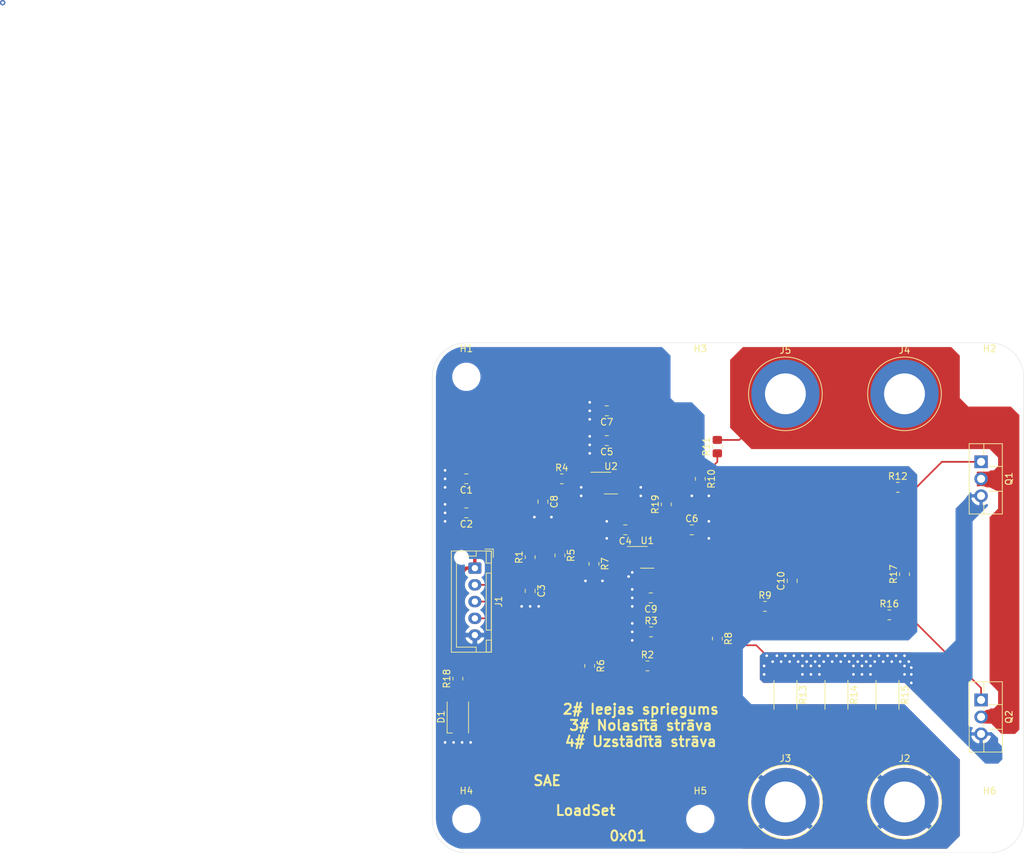
<source format=kicad_pcb>
(kicad_pcb (version 20171130) (host pcbnew "(5.1.10)-1")

  (general
    (thickness 1.6)
    (drawings 12)
    (tracks 295)
    (zones 0)
    (modules 45)
    (nets 21)
  )

  (page A4)
  (layers
    (0 F.Cu signal)
    (31 B.Cu signal)
    (32 B.Adhes user)
    (33 F.Adhes user)
    (34 B.Paste user)
    (35 F.Paste user)
    (36 B.SilkS user)
    (37 F.SilkS user)
    (38 B.Mask user)
    (39 F.Mask user)
    (40 Dwgs.User user)
    (41 Cmts.User user)
    (42 Eco1.User user)
    (43 Eco2.User user)
    (44 Edge.Cuts user)
    (45 Margin user)
    (46 B.CrtYd user)
    (47 F.CrtYd user)
    (48 B.Fab user)
    (49 F.Fab user)
  )

  (setup
    (last_trace_width 0.25)
    (user_trace_width 0.5)
    (trace_clearance 0.2)
    (zone_clearance 0.508)
    (zone_45_only no)
    (trace_min 0.2)
    (via_size 0.8)
    (via_drill 0.4)
    (via_min_size 0.4)
    (via_min_drill 0.3)
    (uvia_size 0.3)
    (uvia_drill 0.1)
    (uvias_allowed no)
    (uvia_min_size 0.2)
    (uvia_min_drill 0.1)
    (edge_width 0.05)
    (segment_width 0.2)
    (pcb_text_width 0.3)
    (pcb_text_size 1.5 1.5)
    (mod_edge_width 0.12)
    (mod_text_size 1 1)
    (mod_text_width 0.15)
    (pad_size 1.524 1.524)
    (pad_drill 0.762)
    (pad_to_mask_clearance 0)
    (aux_axis_origin 0 0)
    (visible_elements 7FFFFFFF)
    (pcbplotparams
      (layerselection 0x010fc_ffffffff)
      (usegerberextensions false)
      (usegerberattributes true)
      (usegerberadvancedattributes true)
      (creategerberjobfile true)
      (excludeedgelayer true)
      (linewidth 0.100000)
      (plotframeref false)
      (viasonmask false)
      (mode 1)
      (useauxorigin false)
      (hpglpennumber 1)
      (hpglpenspeed 20)
      (hpglpendiameter 15.000000)
      (psnegative false)
      (psa4output false)
      (plotreference true)
      (plotvalue true)
      (plotinvisibletext false)
      (padsonsilk false)
      (subtractmaskfromsilk false)
      (outputformat 1)
      (mirror false)
      (drillshape 1)
      (scaleselection 1)
      (outputdirectory ""))
  )

  (net 0 "")
  (net 1 GND)
  (net 2 +5V)
  (net 3 /Iread)
  (net 4 /Vread)
  (net 5 "Net-(C9-Pad1)")
  (net 6 "Net-(C10-Pad2)")
  (net 7 "Net-(C10-Pad1)")
  (net 8 /SetCurr)
  (net 9 /+Load)
  (net 10 "Net-(Q1-Pad3)")
  (net 11 "Net-(Q1-Pad1)")
  (net 12 "Net-(R1-Pad2)")
  (net 13 "Net-(R4-Pad2)")
  (net 14 "Net-(R5-Pad2)")
  (net 15 "Net-(R6-Pad1)")
  (net 16 "Net-(R8-Pad1)")
  (net 17 "Net-(R10-Pad1)")
  (net 18 "Net-(U2-Pad6)")
  (net 19 "Net-(Q2-Pad1)")
  (net 20 "Net-(D1-Pad2)")

  (net_class Default "This is the default net class."
    (clearance 0.2)
    (trace_width 0.25)
    (via_dia 0.8)
    (via_drill 0.4)
    (uvia_dia 0.3)
    (uvia_drill 0.1)
    (add_net +5V)
    (add_net /+Load)
    (add_net /Iread)
    (add_net /SetCurr)
    (add_net /Vread)
    (add_net GND)
    (add_net "Net-(C10-Pad1)")
    (add_net "Net-(C10-Pad2)")
    (add_net "Net-(C9-Pad1)")
    (add_net "Net-(D1-Pad2)")
    (add_net "Net-(Q1-Pad1)")
    (add_net "Net-(Q1-Pad3)")
    (add_net "Net-(Q2-Pad1)")
    (add_net "Net-(R1-Pad2)")
    (add_net "Net-(R10-Pad1)")
    (add_net "Net-(R4-Pad2)")
    (add_net "Net-(R5-Pad2)")
    (add_net "Net-(R6-Pad1)")
    (add_net "Net-(R8-Pad1)")
    (add_net "Net-(U2-Pad6)")
  )

  (module Resistor_SMD:R_0805_2012Metric_Pad1.20x1.40mm_HandSolder (layer F.Cu) (tedit 5F68FEEE) (tstamp 628D1A3E)
    (at 76.2 82.82 90)
    (descr "Resistor SMD 0805 (2012 Metric), square (rectangular) end terminal, IPC_7351 nominal with elongated pad for handsoldering. (Body size source: IPC-SM-782 page 72, https://www.pcb-3d.com/wordpress/wp-content/uploads/ipc-sm-782a_amendment_1_and_2.pdf), generated with kicad-footprint-generator")
    (tags "resistor handsolder")
    (path /62A9210C)
    (attr smd)
    (fp_text reference R1 (at 0 -1.65 90) (layer F.SilkS)
      (effects (font (size 1 1) (thickness 0.15)))
    )
    (fp_text value 150 (at 0 1.65 90) (layer F.Fab)
      (effects (font (size 1 1) (thickness 0.15)))
    )
    (fp_line (start 1.85 0.95) (end -1.85 0.95) (layer F.CrtYd) (width 0.05))
    (fp_line (start 1.85 -0.95) (end 1.85 0.95) (layer F.CrtYd) (width 0.05))
    (fp_line (start -1.85 -0.95) (end 1.85 -0.95) (layer F.CrtYd) (width 0.05))
    (fp_line (start -1.85 0.95) (end -1.85 -0.95) (layer F.CrtYd) (width 0.05))
    (fp_line (start -0.227064 0.735) (end 0.227064 0.735) (layer F.SilkS) (width 0.12))
    (fp_line (start -0.227064 -0.735) (end 0.227064 -0.735) (layer F.SilkS) (width 0.12))
    (fp_line (start 1 0.625) (end -1 0.625) (layer F.Fab) (width 0.1))
    (fp_line (start 1 -0.625) (end 1 0.625) (layer F.Fab) (width 0.1))
    (fp_line (start -1 -0.625) (end 1 -0.625) (layer F.Fab) (width 0.1))
    (fp_line (start -1 0.625) (end -1 -0.625) (layer F.Fab) (width 0.1))
    (fp_text user %R (at 0 0 90) (layer F.Fab)
      (effects (font (size 0.5 0.5) (thickness 0.08)))
    )
    (pad 2 smd roundrect (at 1 0 90) (size 1.2 1.4) (layers F.Cu F.Paste F.Mask) (roundrect_rratio 0.208333)
      (net 12 "Net-(R1-Pad2)"))
    (pad 1 smd roundrect (at -1 0 90) (size 1.2 1.4) (layers F.Cu F.Paste F.Mask) (roundrect_rratio 0.208333)
      (net 3 /Iread))
    (model ${KISYS3DMOD}/Resistor_SMD.3dshapes/R_0805_2012Metric.wrl
      (at (xyz 0 0 0))
      (scale (xyz 1 1 1))
      (rotate (xyz 0 0 0))
    )
  )

  (module Resistor_SMD:R_0805_2012Metric_Pad1.20x1.40mm_HandSolder (layer F.Cu) (tedit 5F68FEEE) (tstamp 628DB3B5)
    (at 96.52 74.93 90)
    (descr "Resistor SMD 0805 (2012 Metric), square (rectangular) end terminal, IPC_7351 nominal with elongated pad for handsoldering. (Body size source: IPC-SM-782 page 72, https://www.pcb-3d.com/wordpress/wp-content/uploads/ipc-sm-782a_amendment_1_and_2.pdf), generated with kicad-footprint-generator")
    (tags "resistor handsolder")
    (path /62C94359)
    (attr smd)
    (fp_text reference R19 (at 0 -1.65 90) (layer F.SilkS)
      (effects (font (size 1 1) (thickness 0.15)))
    )
    (fp_text value 0 (at 0 1.65 90) (layer F.Fab)
      (effects (font (size 1 1) (thickness 0.15)))
    )
    (fp_line (start 1.85 0.95) (end -1.85 0.95) (layer F.CrtYd) (width 0.05))
    (fp_line (start 1.85 -0.95) (end 1.85 0.95) (layer F.CrtYd) (width 0.05))
    (fp_line (start -1.85 -0.95) (end 1.85 -0.95) (layer F.CrtYd) (width 0.05))
    (fp_line (start -1.85 0.95) (end -1.85 -0.95) (layer F.CrtYd) (width 0.05))
    (fp_line (start -0.227064 0.735) (end 0.227064 0.735) (layer F.SilkS) (width 0.12))
    (fp_line (start -0.227064 -0.735) (end 0.227064 -0.735) (layer F.SilkS) (width 0.12))
    (fp_line (start 1 0.625) (end -1 0.625) (layer F.Fab) (width 0.1))
    (fp_line (start 1 -0.625) (end 1 0.625) (layer F.Fab) (width 0.1))
    (fp_line (start -1 -0.625) (end 1 -0.625) (layer F.Fab) (width 0.1))
    (fp_line (start -1 0.625) (end -1 -0.625) (layer F.Fab) (width 0.1))
    (fp_text user %R (at 0 0 90) (layer F.Fab)
      (effects (font (size 0.5 0.5) (thickness 0.08)))
    )
    (pad 2 smd roundrect (at 1 0 90) (size 1.2 1.4) (layers F.Cu F.Paste F.Mask) (roundrect_rratio 0.208333)
      (net 2 +5V))
    (pad 1 smd roundrect (at -1 0 90) (size 1.2 1.4) (layers F.Cu F.Paste F.Mask) (roundrect_rratio 0.208333)
      (net 2 +5V))
    (model ${KISYS3DMOD}/Resistor_SMD.3dshapes/R_0805_2012Metric.wrl
      (at (xyz 0 0 0))
      (scale (xyz 1 1 1))
      (rotate (xyz 0 0 0))
    )
  )

  (module Resistor_SMD:R_0805_2012Metric_Pad1.20x1.40mm_HandSolder (layer F.Cu) (tedit 5F68FEEE) (tstamp 628D7AE9)
    (at 65.405 100.965 90)
    (descr "Resistor SMD 0805 (2012 Metric), square (rectangular) end terminal, IPC_7351 nominal with elongated pad for handsoldering. (Body size source: IPC-SM-782 page 72, https://www.pcb-3d.com/wordpress/wp-content/uploads/ipc-sm-782a_amendment_1_and_2.pdf), generated with kicad-footprint-generator")
    (tags "resistor handsolder")
    (path /62BF778A)
    (attr smd)
    (fp_text reference R18 (at 0 -1.65 90) (layer F.SilkS)
      (effects (font (size 1 1) (thickness 0.15)))
    )
    (fp_text value 150 (at 0 1.65 90) (layer F.Fab)
      (effects (font (size 1 1) (thickness 0.15)))
    )
    (fp_line (start 1.85 0.95) (end -1.85 0.95) (layer F.CrtYd) (width 0.05))
    (fp_line (start 1.85 -0.95) (end 1.85 0.95) (layer F.CrtYd) (width 0.05))
    (fp_line (start -1.85 -0.95) (end 1.85 -0.95) (layer F.CrtYd) (width 0.05))
    (fp_line (start -1.85 0.95) (end -1.85 -0.95) (layer F.CrtYd) (width 0.05))
    (fp_line (start -0.227064 0.735) (end 0.227064 0.735) (layer F.SilkS) (width 0.12))
    (fp_line (start -0.227064 -0.735) (end 0.227064 -0.735) (layer F.SilkS) (width 0.12))
    (fp_line (start 1 0.625) (end -1 0.625) (layer F.Fab) (width 0.1))
    (fp_line (start 1 -0.625) (end 1 0.625) (layer F.Fab) (width 0.1))
    (fp_line (start -1 -0.625) (end 1 -0.625) (layer F.Fab) (width 0.1))
    (fp_line (start -1 0.625) (end -1 -0.625) (layer F.Fab) (width 0.1))
    (fp_text user %R (at 0 0 90) (layer F.Fab)
      (effects (font (size 0.5 0.5) (thickness 0.08)))
    )
    (pad 2 smd roundrect (at 1 0 90) (size 1.2 1.4) (layers F.Cu F.Paste F.Mask) (roundrect_rratio 0.208333)
      (net 2 +5V))
    (pad 1 smd roundrect (at -1 0 90) (size 1.2 1.4) (layers F.Cu F.Paste F.Mask) (roundrect_rratio 0.208333)
      (net 20 "Net-(D1-Pad2)"))
    (model ${KISYS3DMOD}/Resistor_SMD.3dshapes/R_0805_2012Metric.wrl
      (at (xyz 0 0 0))
      (scale (xyz 1 1 1))
      (rotate (xyz 0 0 0))
    )
  )

  (module LED_SMD:LED_PLCC-2 (layer F.Cu) (tedit 59959404) (tstamp 628D7754)
    (at 65.405 106.68 90)
    (descr "LED PLCC-2 SMD package")
    (tags "LED PLCC-2 SMD")
    (path /62BF0CAE)
    (attr smd)
    (fp_text reference D1 (at 0 -2.5 90) (layer F.SilkS)
      (effects (font (size 1 1) (thickness 0.15)))
    )
    (fp_text value LED (at 0 2.5 90) (layer F.Fab)
      (effects (font (size 1 1) (thickness 0.15)))
    )
    (fp_line (start -2.4 -1.6) (end -2.4 -0.8) (layer F.SilkS) (width 0.12))
    (fp_line (start 2.25 -1.6) (end -2.4 -1.6) (layer F.SilkS) (width 0.12))
    (fp_line (start 2.25 1.6) (end -2.4 1.6) (layer F.SilkS) (width 0.12))
    (fp_line (start -2.65 1.85) (end -2.65 -1.85) (layer F.CrtYd) (width 0.05))
    (fp_line (start 2.5 1.85) (end -2.65 1.85) (layer F.CrtYd) (width 0.05))
    (fp_line (start 2.5 -1.85) (end 2.5 1.85) (layer F.CrtYd) (width 0.05))
    (fp_line (start -2.65 -1.85) (end 2.5 -1.85) (layer F.CrtYd) (width 0.05))
    (fp_line (start -1.7 1.5) (end 1.7 1.5) (layer F.Fab) (width 0.1))
    (fp_line (start -1.7 -1.5) (end -1.7 1.5) (layer F.Fab) (width 0.1))
    (fp_line (start 1.7 -1.5) (end -1.7 -1.5) (layer F.Fab) (width 0.1))
    (fp_line (start 1.7 1.5) (end 1.7 -1.5) (layer F.Fab) (width 0.1))
    (fp_line (start -1.7 -0.6) (end -0.8 -1.5) (layer F.Fab) (width 0.1))
    (fp_circle (center 0 0) (end 0 -1.25) (layer F.Fab) (width 0.1))
    (fp_text user %R (at 0 0 90) (layer F.Fab)
      (effects (font (size 0.4 0.4) (thickness 0.1)))
    )
    (pad 2 smd rect (at 1.5 0 90) (size 1.5 2.6) (layers F.Cu F.Paste F.Mask)
      (net 20 "Net-(D1-Pad2)"))
    (pad 1 smd rect (at -1.5 0 90) (size 1.5 2.6) (layers F.Cu F.Paste F.Mask)
      (net 1 GND))
    (model ${KISYS3DMOD}/LED_SMD.3dshapes/LED_PLCC-2.wrl
      (at (xyz 0 0 0))
      (scale (xyz 1 1 1))
      (rotate (xyz 0 0 0))
    )
  )

  (module Resistor_SMD:R_0805_2012Metric_Pad1.20x1.40mm_HandSolder (layer F.Cu) (tedit 5F68FEEE) (tstamp 628D5EDC)
    (at 132.08 85.36 90)
    (descr "Resistor SMD 0805 (2012 Metric), square (rectangular) end terminal, IPC_7351 nominal with elongated pad for handsoldering. (Body size source: IPC-SM-782 page 72, https://www.pcb-3d.com/wordpress/wp-content/uploads/ipc-sm-782a_amendment_1_and_2.pdf), generated with kicad-footprint-generator")
    (tags "resistor handsolder")
    (path /62BA89BC)
    (attr smd)
    (fp_text reference R17 (at 0 -1.65 90) (layer F.SilkS)
      (effects (font (size 1 1) (thickness 0.15)))
    )
    (fp_text value 150 (at 0 1.65 90) (layer F.Fab)
      (effects (font (size 1 1) (thickness 0.15)))
    )
    (fp_line (start 1.85 0.95) (end -1.85 0.95) (layer F.CrtYd) (width 0.05))
    (fp_line (start 1.85 -0.95) (end 1.85 0.95) (layer F.CrtYd) (width 0.05))
    (fp_line (start -1.85 -0.95) (end 1.85 -0.95) (layer F.CrtYd) (width 0.05))
    (fp_line (start -1.85 0.95) (end -1.85 -0.95) (layer F.CrtYd) (width 0.05))
    (fp_line (start -0.227064 0.735) (end 0.227064 0.735) (layer F.SilkS) (width 0.12))
    (fp_line (start -0.227064 -0.735) (end 0.227064 -0.735) (layer F.SilkS) (width 0.12))
    (fp_line (start 1 0.625) (end -1 0.625) (layer F.Fab) (width 0.1))
    (fp_line (start 1 -0.625) (end 1 0.625) (layer F.Fab) (width 0.1))
    (fp_line (start -1 -0.625) (end 1 -0.625) (layer F.Fab) (width 0.1))
    (fp_line (start -1 0.625) (end -1 -0.625) (layer F.Fab) (width 0.1))
    (fp_text user %R (at 0 0 90) (layer F.Fab)
      (effects (font (size 0.5 0.5) (thickness 0.08)))
    )
    (pad 2 smd roundrect (at 1 0 90) (size 1.2 1.4) (layers F.Cu F.Paste F.Mask) (roundrect_rratio 0.208333)
      (net 11 "Net-(Q1-Pad1)"))
    (pad 1 smd roundrect (at -1 0 90) (size 1.2 1.4) (layers F.Cu F.Paste F.Mask) (roundrect_rratio 0.208333)
      (net 19 "Net-(Q2-Pad1)"))
    (model ${KISYS3DMOD}/Resistor_SMD.3dshapes/R_0805_2012Metric.wrl
      (at (xyz 0 0 0))
      (scale (xyz 1 1 1))
      (rotate (xyz 0 0 0))
    )
  )

  (module Resistor_SMD:R_0805_2012Metric_Pad1.20x1.40mm_HandSolder (layer F.Cu) (tedit 5F68FEEE) (tstamp 628D5ECB)
    (at 129.81 91.44)
    (descr "Resistor SMD 0805 (2012 Metric), square (rectangular) end terminal, IPC_7351 nominal with elongated pad for handsoldering. (Body size source: IPC-SM-782 page 72, https://www.pcb-3d.com/wordpress/wp-content/uploads/ipc-sm-782a_amendment_1_and_2.pdf), generated with kicad-footprint-generator")
    (tags "resistor handsolder")
    (path /62B9FA07)
    (attr smd)
    (fp_text reference R16 (at 0 -1.65) (layer F.SilkS)
      (effects (font (size 1 1) (thickness 0.15)))
    )
    (fp_text value 150 (at 0 1.65) (layer F.Fab)
      (effects (font (size 1 1) (thickness 0.15)))
    )
    (fp_line (start 1.85 0.95) (end -1.85 0.95) (layer F.CrtYd) (width 0.05))
    (fp_line (start 1.85 -0.95) (end 1.85 0.95) (layer F.CrtYd) (width 0.05))
    (fp_line (start -1.85 -0.95) (end 1.85 -0.95) (layer F.CrtYd) (width 0.05))
    (fp_line (start -1.85 0.95) (end -1.85 -0.95) (layer F.CrtYd) (width 0.05))
    (fp_line (start -0.227064 0.735) (end 0.227064 0.735) (layer F.SilkS) (width 0.12))
    (fp_line (start -0.227064 -0.735) (end 0.227064 -0.735) (layer F.SilkS) (width 0.12))
    (fp_line (start 1 0.625) (end -1 0.625) (layer F.Fab) (width 0.1))
    (fp_line (start 1 -0.625) (end 1 0.625) (layer F.Fab) (width 0.1))
    (fp_line (start -1 -0.625) (end 1 -0.625) (layer F.Fab) (width 0.1))
    (fp_line (start -1 0.625) (end -1 -0.625) (layer F.Fab) (width 0.1))
    (fp_text user %R (at 0 0) (layer F.Fab)
      (effects (font (size 0.5 0.5) (thickness 0.08)))
    )
    (pad 2 smd roundrect (at 1 0) (size 1.2 1.4) (layers F.Cu F.Paste F.Mask) (roundrect_rratio 0.208333)
      (net 19 "Net-(Q2-Pad1)"))
    (pad 1 smd roundrect (at -1 0) (size 1.2 1.4) (layers F.Cu F.Paste F.Mask) (roundrect_rratio 0.208333)
      (net 6 "Net-(C10-Pad2)"))
    (model ${KISYS3DMOD}/Resistor_SMD.3dshapes/R_0805_2012Metric.wrl
      (at (xyz 0 0 0))
      (scale (xyz 1 1 1))
      (rotate (xyz 0 0 0))
    )
  )

  (module Package_TO_SOT_THT:TO-220F-3_Vertical (layer F.Cu) (tedit 5AC8BA0D) (tstamp 628D5CDA)
    (at 143.51 104.14 270)
    (descr "TO-220F-3, Vertical, RM 2.54mm, see http://www.st.com/resource/en/datasheet/stp20nm60.pdf")
    (tags "TO-220F-3 Vertical RM 2.54mm")
    (path /62B8A31E)
    (fp_text reference Q2 (at 2.54 -4.1675 90) (layer F.SilkS)
      (effects (font (size 1 1) (thickness 0.15)))
    )
    (fp_text value Q_NMOS_GDS (at 2.54 2.9025 90) (layer F.Fab)
      (effects (font (size 1 1) (thickness 0.15)))
    )
    (fp_line (start 7.92 -3.3) (end -2.84 -3.3) (layer F.CrtYd) (width 0.05))
    (fp_line (start 7.92 1.91) (end 7.92 -3.3) (layer F.CrtYd) (width 0.05))
    (fp_line (start -2.84 1.91) (end 7.92 1.91) (layer F.CrtYd) (width 0.05))
    (fp_line (start -2.84 -3.3) (end -2.84 1.91) (layer F.CrtYd) (width 0.05))
    (fp_line (start 4.391 -3.168) (end 4.391 -1.15) (layer F.SilkS) (width 0.12))
    (fp_line (start 0.69 -3.168) (end 0.69 -1.15) (layer F.SilkS) (width 0.12))
    (fp_line (start 6.183 -0.408) (end 7.79 -0.408) (layer F.SilkS) (width 0.12))
    (fp_line (start 3.643 -0.408) (end 3.978 -0.408) (layer F.SilkS) (width 0.12))
    (fp_line (start 1.103 -0.408) (end 1.438 -0.408) (layer F.SilkS) (width 0.12))
    (fp_line (start -2.71 -0.408) (end -1.103 -0.408) (layer F.SilkS) (width 0.12))
    (fp_line (start 7.79 -3.168) (end 7.79 1.773) (layer F.SilkS) (width 0.12))
    (fp_line (start -2.71 -3.168) (end -2.71 1.773) (layer F.SilkS) (width 0.12))
    (fp_line (start -2.71 1.773) (end 7.79 1.773) (layer F.SilkS) (width 0.12))
    (fp_line (start -2.71 -3.168) (end 7.79 -3.168) (layer F.SilkS) (width 0.12))
    (fp_line (start 4.39 -3.0475) (end 4.39 -0.5275) (layer F.Fab) (width 0.1))
    (fp_line (start 0.69 -3.0475) (end 0.69 -0.5275) (layer F.Fab) (width 0.1))
    (fp_line (start -2.59 -0.5275) (end 7.67 -0.5275) (layer F.Fab) (width 0.1))
    (fp_line (start 7.67 -3.0475) (end -2.59 -3.0475) (layer F.Fab) (width 0.1))
    (fp_line (start 7.67 1.6525) (end 7.67 -3.0475) (layer F.Fab) (width 0.1))
    (fp_line (start -2.59 1.6525) (end 7.67 1.6525) (layer F.Fab) (width 0.1))
    (fp_line (start -2.59 -3.0475) (end -2.59 1.6525) (layer F.Fab) (width 0.1))
    (fp_text user %R (at 2.54 -4.1675 90) (layer F.Fab)
      (effects (font (size 1 1) (thickness 0.15)))
    )
    (pad 3 thru_hole oval (at 5.08 0 270) (size 1.905 2) (drill 1.2) (layers *.Cu *.Mask)
      (net 10 "Net-(Q1-Pad3)"))
    (pad 2 thru_hole oval (at 2.54 0 270) (size 1.905 2) (drill 1.2) (layers *.Cu *.Mask)
      (net 9 /+Load))
    (pad 1 thru_hole rect (at 0 0 270) (size 1.905 2) (drill 1.2) (layers *.Cu *.Mask)
      (net 19 "Net-(Q2-Pad1)"))
    (model ${KISYS3DMOD}/Package_TO_SOT_THT.3dshapes/TO-220F-3_Vertical.wrl
      (at (xyz 0 0 0))
      (scale (xyz 1 1 1))
      (rotate (xyz 0 0 0))
    )
  )

  (module MountingHole:MountingHole_3.2mm_M3 (layer F.Cu) (tedit 56D1B4CB) (tstamp 628D481C)
    (at 144.78 121.92)
    (descr "Mounting Hole 3.2mm, no annular, M3")
    (tags "mounting hole 3.2mm no annular m3")
    (path /62B5BDC4)
    (attr virtual)
    (fp_text reference H6 (at 0 -4.2) (layer F.SilkS)
      (effects (font (size 1 1) (thickness 0.15)))
    )
    (fp_text value MountingHole (at 0 4.2) (layer F.Fab)
      (effects (font (size 1 1) (thickness 0.15)))
    )
    (fp_circle (center 0 0) (end 3.45 0) (layer F.CrtYd) (width 0.05))
    (fp_circle (center 0 0) (end 3.2 0) (layer Cmts.User) (width 0.15))
    (fp_text user %R (at 0.3 0) (layer F.Fab)
      (effects (font (size 1 1) (thickness 0.15)))
    )
    (pad 1 np_thru_hole circle (at 0 0) (size 3.2 3.2) (drill 3.2) (layers *.Cu *.Mask))
  )

  (module MountingHole:MountingHole_3.2mm_M3 (layer F.Cu) (tedit 56D1B4CB) (tstamp 628D4814)
    (at 101.6 121.92)
    (descr "Mounting Hole 3.2mm, no annular, M3")
    (tags "mounting hole 3.2mm no annular m3")
    (path /62B58030)
    (attr virtual)
    (fp_text reference H5 (at 0 -4.2) (layer F.SilkS)
      (effects (font (size 1 1) (thickness 0.15)))
    )
    (fp_text value MountingHole (at 0 4.2) (layer F.Fab)
      (effects (font (size 1 1) (thickness 0.15)))
    )
    (fp_circle (center 0 0) (end 3.45 0) (layer F.CrtYd) (width 0.05))
    (fp_circle (center 0 0) (end 3.2 0) (layer Cmts.User) (width 0.15))
    (fp_text user %R (at 0.3 0) (layer F.Fab)
      (effects (font (size 1 1) (thickness 0.15)))
    )
    (pad 1 np_thru_hole circle (at 0 0) (size 3.2 3.2) (drill 3.2) (layers *.Cu *.Mask))
  )

  (module MountingHole:MountingHole_3.2mm_M3 (layer F.Cu) (tedit 56D1B4CB) (tstamp 628D480C)
    (at 66.675 121.92)
    (descr "Mounting Hole 3.2mm, no annular, M3")
    (tags "mounting hole 3.2mm no annular m3")
    (path /62B54215)
    (attr virtual)
    (fp_text reference H4 (at 0 -4.2) (layer F.SilkS)
      (effects (font (size 1 1) (thickness 0.15)))
    )
    (fp_text value MountingHole (at 0 4.2) (layer F.Fab)
      (effects (font (size 1 1) (thickness 0.15)))
    )
    (fp_circle (center 0 0) (end 3.45 0) (layer F.CrtYd) (width 0.05))
    (fp_circle (center 0 0) (end 3.2 0) (layer Cmts.User) (width 0.15))
    (fp_text user %R (at 0.3 0) (layer F.Fab)
      (effects (font (size 1 1) (thickness 0.15)))
    )
    (pad 1 np_thru_hole circle (at 0 0) (size 3.2 3.2) (drill 3.2) (layers *.Cu *.Mask))
  )

  (module MountingHole:MountingHole_3.2mm_M3 (layer F.Cu) (tedit 56D1B4CB) (tstamp 628D4804)
    (at 101.6 55.88)
    (descr "Mounting Hole 3.2mm, no annular, M3")
    (tags "mounting hole 3.2mm no annular m3")
    (path /62B50437)
    (attr virtual)
    (fp_text reference H3 (at 0 -4.2) (layer F.SilkS)
      (effects (font (size 1 1) (thickness 0.15)))
    )
    (fp_text value MountingHole (at 0 4.2) (layer F.Fab)
      (effects (font (size 1 1) (thickness 0.15)))
    )
    (fp_circle (center 0 0) (end 3.45 0) (layer F.CrtYd) (width 0.05))
    (fp_circle (center 0 0) (end 3.2 0) (layer Cmts.User) (width 0.15))
    (fp_text user %R (at 0.3 0) (layer F.Fab)
      (effects (font (size 1 1) (thickness 0.15)))
    )
    (pad 1 np_thru_hole circle (at 0 0) (size 3.2 3.2) (drill 3.2) (layers *.Cu *.Mask))
  )

  (module MountingHole:MountingHole_3.2mm_M3 (layer F.Cu) (tedit 56D1B4CB) (tstamp 628D47FC)
    (at 144.78 55.88)
    (descr "Mounting Hole 3.2mm, no annular, M3")
    (tags "mounting hole 3.2mm no annular m3")
    (path /62B4C525)
    (attr virtual)
    (fp_text reference H2 (at 0 -4.2) (layer F.SilkS)
      (effects (font (size 1 1) (thickness 0.15)))
    )
    (fp_text value MountingHole (at 0 4.2) (layer F.Fab)
      (effects (font (size 1 1) (thickness 0.15)))
    )
    (fp_circle (center 0 0) (end 3.45 0) (layer F.CrtYd) (width 0.05))
    (fp_circle (center 0 0) (end 3.2 0) (layer Cmts.User) (width 0.15))
    (fp_text user %R (at 0.3 0) (layer F.Fab)
      (effects (font (size 1 1) (thickness 0.15)))
    )
    (pad 1 np_thru_hole circle (at 0 0) (size 3.2 3.2) (drill 3.2) (layers *.Cu *.Mask))
  )

  (module MountingHole:MountingHole_3.2mm_M3 (layer F.Cu) (tedit 56D1B4CB) (tstamp 628D47F4)
    (at 66.675 55.88)
    (descr "Mounting Hole 3.2mm, no annular, M3")
    (tags "mounting hole 3.2mm no annular m3")
    (path /62B47410)
    (attr virtual)
    (fp_text reference H1 (at 0 -4.2) (layer F.SilkS)
      (effects (font (size 1 1) (thickness 0.15)))
    )
    (fp_text value MountingHole (at 0 4.2) (layer F.Fab)
      (effects (font (size 1 1) (thickness 0.15)))
    )
    (fp_circle (center 0 0) (end 3.45 0) (layer F.CrtYd) (width 0.05))
    (fp_circle (center 0 0) (end 3.2 0) (layer Cmts.User) (width 0.15))
    (fp_text user %R (at 0.3 0) (layer F.Fab)
      (effects (font (size 1 1) (thickness 0.15)))
    )
    (pad 1 np_thru_hole circle (at 0 0) (size 3.2 3.2) (drill 3.2) (layers *.Cu *.Mask))
  )

  (module Package_SO:VSSOP-8_3.0x3.0mm_P0.65mm (layer F.Cu) (tedit 5A02F25C) (tstamp 628D1B5C)
    (at 88.265 71.755)
    (descr "VSSOP-8 3.0 x 3.0, http://www.ti.com/lit/ds/symlink/lm75b.pdf")
    (tags "VSSOP-8 3.0 x 3.0")
    (path /629B24C0)
    (attr smd)
    (fp_text reference U2 (at 0 -2.5) (layer F.SilkS)
      (effects (font (size 1 1) (thickness 0.15)))
    )
    (fp_text value OPA2333xxDGK (at 0.02 2.73) (layer F.Fab)
      (effects (font (size 1 1) (thickness 0.15)))
    )
    (fp_line (start 1.5 -1.5) (end 1.5 1.5) (layer F.Fab) (width 0.1))
    (fp_line (start 1.5 1.5) (end -1.5 1.5) (layer F.Fab) (width 0.1))
    (fp_line (start -1.5 1.5) (end -1.5 -0.5) (layer F.Fab) (width 0.1))
    (fp_line (start -0.5 -1.5) (end 1.5 -1.5) (layer F.Fab) (width 0.1))
    (fp_line (start -0.5 -1.5) (end -1.5 -0.5) (layer F.Fab) (width 0.1))
    (fp_line (start 0 -1.62) (end -3 -1.62) (layer F.SilkS) (width 0.12))
    (fp_line (start 1 1.62) (end -1 1.62) (layer F.SilkS) (width 0.12))
    (fp_line (start 3.48 -1.75) (end 3.48 1.75) (layer F.CrtYd) (width 0.05))
    (fp_line (start 3.48 1.75) (end -3.48 1.75) (layer F.CrtYd) (width 0.05))
    (fp_line (start -3.48 1.75) (end -3.48 -1.75) (layer F.CrtYd) (width 0.05))
    (fp_line (start -3.48 -1.75) (end 3.48 -1.75) (layer F.CrtYd) (width 0.05))
    (fp_text user %R (at 0 0) (layer F.Fab)
      (effects (font (size 0.5 0.5) (thickness 0.1)))
    )
    (pad 8 smd rect (at 2.2 -0.975 270) (size 0.45 1.45) (layers F.Cu F.Paste F.Mask)
      (net 2 +5V))
    (pad 7 smd rect (at 2.2 -0.325 270) (size 0.45 1.45) (layers F.Cu F.Paste F.Mask)
      (net 18 "Net-(U2-Pad6)"))
    (pad 6 smd rect (at 2.2 0.325 270) (size 0.45 1.45) (layers F.Cu F.Paste F.Mask)
      (net 18 "Net-(U2-Pad6)"))
    (pad 5 smd rect (at 2.2 0.975 270) (size 0.45 1.45) (layers F.Cu F.Paste F.Mask)
      (net 1 GND))
    (pad 4 smd rect (at -2.2 0.975 270) (size 0.45 1.45) (layers F.Cu F.Paste F.Mask)
      (net 1 GND))
    (pad 3 smd rect (at -2.2 0.325 270) (size 0.45 1.45) (layers F.Cu F.Paste F.Mask)
      (net 17 "Net-(R10-Pad1)"))
    (pad 2 smd rect (at -2.2 -0.325 270) (size 0.45 1.45) (layers F.Cu F.Paste F.Mask)
      (net 13 "Net-(R4-Pad2)"))
    (pad 1 smd rect (at -2.2 -0.975 270) (size 0.45 1.45) (layers F.Cu F.Paste F.Mask)
      (net 13 "Net-(R4-Pad2)"))
    (model ${KISYS3DMOD}/Package_SO.3dshapes/VSSOP-8_3.0x3.0mm_P0.65mm.wrl
      (at (xyz 0 0 0))
      (scale (xyz 1 1 1))
      (rotate (xyz 0 0 0))
    )
  )

  (module Package_SO:VSSOP-8_3.0x3.0mm_P0.65mm (layer F.Cu) (tedit 5A02F25C) (tstamp 628D1B44)
    (at 93.685 82.845)
    (descr "VSSOP-8 3.0 x 3.0, http://www.ti.com/lit/ds/symlink/lm75b.pdf")
    (tags "VSSOP-8 3.0 x 3.0")
    (path /629B6F9E)
    (attr smd)
    (fp_text reference U1 (at 0 -2.5) (layer F.SilkS)
      (effects (font (size 1 1) (thickness 0.15)))
    )
    (fp_text value OPA2333xxDGK (at 0.02 2.73) (layer F.Fab)
      (effects (font (size 1 1) (thickness 0.15)))
    )
    (fp_line (start 1.5 -1.5) (end 1.5 1.5) (layer F.Fab) (width 0.1))
    (fp_line (start 1.5 1.5) (end -1.5 1.5) (layer F.Fab) (width 0.1))
    (fp_line (start -1.5 1.5) (end -1.5 -0.5) (layer F.Fab) (width 0.1))
    (fp_line (start -0.5 -1.5) (end 1.5 -1.5) (layer F.Fab) (width 0.1))
    (fp_line (start -0.5 -1.5) (end -1.5 -0.5) (layer F.Fab) (width 0.1))
    (fp_line (start 0 -1.62) (end -3 -1.62) (layer F.SilkS) (width 0.12))
    (fp_line (start 1 1.62) (end -1 1.62) (layer F.SilkS) (width 0.12))
    (fp_line (start 3.48 -1.75) (end 3.48 1.75) (layer F.CrtYd) (width 0.05))
    (fp_line (start 3.48 1.75) (end -3.48 1.75) (layer F.CrtYd) (width 0.05))
    (fp_line (start -3.48 1.75) (end -3.48 -1.75) (layer F.CrtYd) (width 0.05))
    (fp_line (start -3.48 -1.75) (end 3.48 -1.75) (layer F.CrtYd) (width 0.05))
    (fp_text user %R (at 0 0) (layer F.Fab)
      (effects (font (size 0.5 0.5) (thickness 0.1)))
    )
    (pad 8 smd rect (at 2.2 -0.975 270) (size 0.45 1.45) (layers F.Cu F.Paste F.Mask)
      (net 2 +5V))
    (pad 7 smd rect (at 2.2 -0.325 270) (size 0.45 1.45) (layers F.Cu F.Paste F.Mask)
      (net 6 "Net-(C10-Pad2)"))
    (pad 6 smd rect (at 2.2 0.325 270) (size 0.45 1.45) (layers F.Cu F.Paste F.Mask)
      (net 16 "Net-(R8-Pad1)"))
    (pad 5 smd rect (at 2.2 0.975 270) (size 0.45 1.45) (layers F.Cu F.Paste F.Mask)
      (net 5 "Net-(C9-Pad1)"))
    (pad 4 smd rect (at -2.2 0.975 270) (size 0.45 1.45) (layers F.Cu F.Paste F.Mask)
      (net 1 GND))
    (pad 3 smd rect (at -2.2 0.325 270) (size 0.45 1.45) (layers F.Cu F.Paste F.Mask)
      (net 15 "Net-(R6-Pad1)"))
    (pad 2 smd rect (at -2.2 -0.325 270) (size 0.45 1.45) (layers F.Cu F.Paste F.Mask)
      (net 14 "Net-(R5-Pad2)"))
    (pad 1 smd rect (at -2.2 -0.975 270) (size 0.45 1.45) (layers F.Cu F.Paste F.Mask)
      (net 12 "Net-(R1-Pad2)"))
    (model ${KISYS3DMOD}/Package_SO.3dshapes/VSSOP-8_3.0x3.0mm_P0.65mm.wrl
      (at (xyz 0 0 0))
      (scale (xyz 1 1 1))
      (rotate (xyz 0 0 0))
    )
  )

  (module Resistor_SMD:R_2512_6332Metric_Pad1.40x3.35mm_HandSolder (layer F.Cu) (tedit 5F68FEEE) (tstamp 628D1B2C)
    (at 129.54 103.38 270)
    (descr "Resistor SMD 2512 (6332 Metric), square (rectangular) end terminal, IPC_7351 nominal with elongated pad for handsoldering. (Body size source: IPC-SM-782 page 72, https://www.pcb-3d.com/wordpress/wp-content/uploads/ipc-sm-782a_amendment_1_and_2.pdf), generated with kicad-footprint-generator")
    (tags "resistor handsolder")
    (path /62AF072F)
    (attr smd)
    (fp_text reference R15 (at 0 -2.62 90) (layer F.SilkS)
      (effects (font (size 1 1) (thickness 0.15)))
    )
    (fp_text value 0.3 (at 0 2.62 90) (layer F.Fab)
      (effects (font (size 1 1) (thickness 0.15)))
    )
    (fp_line (start 4 1.92) (end -4 1.92) (layer F.CrtYd) (width 0.05))
    (fp_line (start 4 -1.92) (end 4 1.92) (layer F.CrtYd) (width 0.05))
    (fp_line (start -4 -1.92) (end 4 -1.92) (layer F.CrtYd) (width 0.05))
    (fp_line (start -4 1.92) (end -4 -1.92) (layer F.CrtYd) (width 0.05))
    (fp_line (start -2.177064 1.71) (end 2.177064 1.71) (layer F.SilkS) (width 0.12))
    (fp_line (start -2.177064 -1.71) (end 2.177064 -1.71) (layer F.SilkS) (width 0.12))
    (fp_line (start 3.15 1.6) (end -3.15 1.6) (layer F.Fab) (width 0.1))
    (fp_line (start 3.15 -1.6) (end 3.15 1.6) (layer F.Fab) (width 0.1))
    (fp_line (start -3.15 -1.6) (end 3.15 -1.6) (layer F.Fab) (width 0.1))
    (fp_line (start -3.15 1.6) (end -3.15 -1.6) (layer F.Fab) (width 0.1))
    (fp_text user %R (at 0 0 90) (layer F.Fab)
      (effects (font (size 1 1) (thickness 0.15)))
    )
    (pad 2 smd roundrect (at 3.05 0 270) (size 1.4 3.35) (layers F.Cu F.Paste F.Mask) (roundrect_rratio 0.178571)
      (net 1 GND))
    (pad 1 smd roundrect (at -3.05 0 270) (size 1.4 3.35) (layers F.Cu F.Paste F.Mask) (roundrect_rratio 0.178571)
      (net 10 "Net-(Q1-Pad3)"))
    (model ${KISYS3DMOD}/Resistor_SMD.3dshapes/R_2512_6332Metric.wrl
      (at (xyz 0 0 0))
      (scale (xyz 1 1 1))
      (rotate (xyz 0 0 0))
    )
  )

  (module Resistor_SMD:R_2512_6332Metric_Pad1.40x3.35mm_HandSolder (layer F.Cu) (tedit 5F68FEEE) (tstamp 628D1B1B)
    (at 121.92 103.38 270)
    (descr "Resistor SMD 2512 (6332 Metric), square (rectangular) end terminal, IPC_7351 nominal with elongated pad for handsoldering. (Body size source: IPC-SM-782 page 72, https://www.pcb-3d.com/wordpress/wp-content/uploads/ipc-sm-782a_amendment_1_and_2.pdf), generated with kicad-footprint-generator")
    (tags "resistor handsolder")
    (path /62AECA90)
    (attr smd)
    (fp_text reference R14 (at 0 -2.62 90) (layer F.SilkS)
      (effects (font (size 1 1) (thickness 0.15)))
    )
    (fp_text value 0.3 (at 0 2.62 90) (layer F.Fab)
      (effects (font (size 1 1) (thickness 0.15)))
    )
    (fp_line (start 4 1.92) (end -4 1.92) (layer F.CrtYd) (width 0.05))
    (fp_line (start 4 -1.92) (end 4 1.92) (layer F.CrtYd) (width 0.05))
    (fp_line (start -4 -1.92) (end 4 -1.92) (layer F.CrtYd) (width 0.05))
    (fp_line (start -4 1.92) (end -4 -1.92) (layer F.CrtYd) (width 0.05))
    (fp_line (start -2.177064 1.71) (end 2.177064 1.71) (layer F.SilkS) (width 0.12))
    (fp_line (start -2.177064 -1.71) (end 2.177064 -1.71) (layer F.SilkS) (width 0.12))
    (fp_line (start 3.15 1.6) (end -3.15 1.6) (layer F.Fab) (width 0.1))
    (fp_line (start 3.15 -1.6) (end 3.15 1.6) (layer F.Fab) (width 0.1))
    (fp_line (start -3.15 -1.6) (end 3.15 -1.6) (layer F.Fab) (width 0.1))
    (fp_line (start -3.15 1.6) (end -3.15 -1.6) (layer F.Fab) (width 0.1))
    (fp_text user %R (at 0 0 90) (layer F.Fab)
      (effects (font (size 1 1) (thickness 0.15)))
    )
    (pad 2 smd roundrect (at 3.05 0 270) (size 1.4 3.35) (layers F.Cu F.Paste F.Mask) (roundrect_rratio 0.178571)
      (net 1 GND))
    (pad 1 smd roundrect (at -3.05 0 270) (size 1.4 3.35) (layers F.Cu F.Paste F.Mask) (roundrect_rratio 0.178571)
      (net 10 "Net-(Q1-Pad3)"))
    (model ${KISYS3DMOD}/Resistor_SMD.3dshapes/R_2512_6332Metric.wrl
      (at (xyz 0 0 0))
      (scale (xyz 1 1 1))
      (rotate (xyz 0 0 0))
    )
  )

  (module Resistor_SMD:R_2512_6332Metric_Pad1.40x3.35mm_HandSolder (layer F.Cu) (tedit 5F68FEEE) (tstamp 628D1B0A)
    (at 114.3 103.38 270)
    (descr "Resistor SMD 2512 (6332 Metric), square (rectangular) end terminal, IPC_7351 nominal with elongated pad for handsoldering. (Body size source: IPC-SM-782 page 72, https://www.pcb-3d.com/wordpress/wp-content/uploads/ipc-sm-782a_amendment_1_and_2.pdf), generated with kicad-footprint-generator")
    (tags "resistor handsolder")
    (path /62A132DC)
    (attr smd)
    (fp_text reference R13 (at 0 -2.62 90) (layer F.SilkS)
      (effects (font (size 1 1) (thickness 0.15)))
    )
    (fp_text value 0.3 (at 0 2.62 90) (layer F.Fab)
      (effects (font (size 1 1) (thickness 0.15)))
    )
    (fp_line (start 4 1.92) (end -4 1.92) (layer F.CrtYd) (width 0.05))
    (fp_line (start 4 -1.92) (end 4 1.92) (layer F.CrtYd) (width 0.05))
    (fp_line (start -4 -1.92) (end 4 -1.92) (layer F.CrtYd) (width 0.05))
    (fp_line (start -4 1.92) (end -4 -1.92) (layer F.CrtYd) (width 0.05))
    (fp_line (start -2.177064 1.71) (end 2.177064 1.71) (layer F.SilkS) (width 0.12))
    (fp_line (start -2.177064 -1.71) (end 2.177064 -1.71) (layer F.SilkS) (width 0.12))
    (fp_line (start 3.15 1.6) (end -3.15 1.6) (layer F.Fab) (width 0.1))
    (fp_line (start 3.15 -1.6) (end 3.15 1.6) (layer F.Fab) (width 0.1))
    (fp_line (start -3.15 -1.6) (end 3.15 -1.6) (layer F.Fab) (width 0.1))
    (fp_line (start -3.15 1.6) (end -3.15 -1.6) (layer F.Fab) (width 0.1))
    (fp_text user %R (at 0 0 90) (layer F.Fab)
      (effects (font (size 1 1) (thickness 0.15)))
    )
    (pad 2 smd roundrect (at 3.05 0 270) (size 1.4 3.35) (layers F.Cu F.Paste F.Mask) (roundrect_rratio 0.178571)
      (net 1 GND))
    (pad 1 smd roundrect (at -3.05 0 270) (size 1.4 3.35) (layers F.Cu F.Paste F.Mask) (roundrect_rratio 0.178571)
      (net 10 "Net-(Q1-Pad3)"))
    (model ${KISYS3DMOD}/Resistor_SMD.3dshapes/R_2512_6332Metric.wrl
      (at (xyz 0 0 0))
      (scale (xyz 1 1 1))
      (rotate (xyz 0 0 0))
    )
  )

  (module Resistor_SMD:R_0805_2012Metric_Pad1.20x1.40mm_HandSolder (layer F.Cu) (tedit 5F68FEEE) (tstamp 628D1AF9)
    (at 131.08 72.39)
    (descr "Resistor SMD 0805 (2012 Metric), square (rectangular) end terminal, IPC_7351 nominal with elongated pad for handsoldering. (Body size source: IPC-SM-782 page 72, https://www.pcb-3d.com/wordpress/wp-content/uploads/ipc-sm-782a_amendment_1_and_2.pdf), generated with kicad-footprint-generator")
    (tags "resistor handsolder")
    (path /629DB0F5)
    (attr smd)
    (fp_text reference R12 (at 0 -1.65) (layer F.SilkS)
      (effects (font (size 1 1) (thickness 0.15)))
    )
    (fp_text value 150 (at 0 1.65) (layer F.Fab)
      (effects (font (size 1 1) (thickness 0.15)))
    )
    (fp_line (start 1.85 0.95) (end -1.85 0.95) (layer F.CrtYd) (width 0.05))
    (fp_line (start 1.85 -0.95) (end 1.85 0.95) (layer F.CrtYd) (width 0.05))
    (fp_line (start -1.85 -0.95) (end 1.85 -0.95) (layer F.CrtYd) (width 0.05))
    (fp_line (start -1.85 0.95) (end -1.85 -0.95) (layer F.CrtYd) (width 0.05))
    (fp_line (start -0.227064 0.735) (end 0.227064 0.735) (layer F.SilkS) (width 0.12))
    (fp_line (start -0.227064 -0.735) (end 0.227064 -0.735) (layer F.SilkS) (width 0.12))
    (fp_line (start 1 0.625) (end -1 0.625) (layer F.Fab) (width 0.1))
    (fp_line (start 1 -0.625) (end 1 0.625) (layer F.Fab) (width 0.1))
    (fp_line (start -1 -0.625) (end 1 -0.625) (layer F.Fab) (width 0.1))
    (fp_line (start -1 0.625) (end -1 -0.625) (layer F.Fab) (width 0.1))
    (fp_text user %R (at 0 0) (layer F.Fab)
      (effects (font (size 0.5 0.5) (thickness 0.08)))
    )
    (pad 2 smd roundrect (at 1 0) (size 1.2 1.4) (layers F.Cu F.Paste F.Mask) (roundrect_rratio 0.208333)
      (net 11 "Net-(Q1-Pad1)"))
    (pad 1 smd roundrect (at -1 0) (size 1.2 1.4) (layers F.Cu F.Paste F.Mask) (roundrect_rratio 0.208333)
      (net 6 "Net-(C10-Pad2)"))
    (model ${KISYS3DMOD}/Resistor_SMD.3dshapes/R_0805_2012Metric.wrl
      (at (xyz 0 0 0))
      (scale (xyz 1 1 1))
      (rotate (xyz 0 0 0))
    )
  )

  (module Resistor_SMD:R_0805_2012Metric_Pad1.20x1.40mm_HandSolder (layer F.Cu) (tedit 5F68FEEE) (tstamp 628D1AE8)
    (at 104.14 66.31 90)
    (descr "Resistor SMD 0805 (2012 Metric), square (rectangular) end terminal, IPC_7351 nominal with elongated pad for handsoldering. (Body size source: IPC-SM-782 page 72, https://www.pcb-3d.com/wordpress/wp-content/uploads/ipc-sm-782a_amendment_1_and_2.pdf), generated with kicad-footprint-generator")
    (tags "resistor handsolder")
    (path /62A05E2B)
    (attr smd)
    (fp_text reference R11 (at 0 -1.65 90) (layer F.SilkS)
      (effects (font (size 1 1) (thickness 0.15)))
    )
    (fp_text value 100k (at 0 1.65 90) (layer F.Fab)
      (effects (font (size 1 1) (thickness 0.15)))
    )
    (fp_line (start 1.85 0.95) (end -1.85 0.95) (layer F.CrtYd) (width 0.05))
    (fp_line (start 1.85 -0.95) (end 1.85 0.95) (layer F.CrtYd) (width 0.05))
    (fp_line (start -1.85 -0.95) (end 1.85 -0.95) (layer F.CrtYd) (width 0.05))
    (fp_line (start -1.85 0.95) (end -1.85 -0.95) (layer F.CrtYd) (width 0.05))
    (fp_line (start -0.227064 0.735) (end 0.227064 0.735) (layer F.SilkS) (width 0.12))
    (fp_line (start -0.227064 -0.735) (end 0.227064 -0.735) (layer F.SilkS) (width 0.12))
    (fp_line (start 1 0.625) (end -1 0.625) (layer F.Fab) (width 0.1))
    (fp_line (start 1 -0.625) (end 1 0.625) (layer F.Fab) (width 0.1))
    (fp_line (start -1 -0.625) (end 1 -0.625) (layer F.Fab) (width 0.1))
    (fp_line (start -1 0.625) (end -1 -0.625) (layer F.Fab) (width 0.1))
    (fp_text user %R (at 0 0 90) (layer F.Fab)
      (effects (font (size 0.5 0.5) (thickness 0.08)))
    )
    (pad 2 smd roundrect (at 1 0 90) (size 1.2 1.4) (layers F.Cu F.Paste F.Mask) (roundrect_rratio 0.208333)
      (net 9 /+Load))
    (pad 1 smd roundrect (at -1 0 90) (size 1.2 1.4) (layers F.Cu F.Paste F.Mask) (roundrect_rratio 0.208333)
      (net 17 "Net-(R10-Pad1)"))
    (model ${KISYS3DMOD}/Resistor_SMD.3dshapes/R_0805_2012Metric.wrl
      (at (xyz 0 0 0))
      (scale (xyz 1 1 1))
      (rotate (xyz 0 0 0))
    )
  )

  (module Resistor_SMD:R_0805_2012Metric_Pad1.20x1.40mm_HandSolder (layer F.Cu) (tedit 5F68FEEE) (tstamp 628D1AD7)
    (at 101.6 71.12 270)
    (descr "Resistor SMD 0805 (2012 Metric), square (rectangular) end terminal, IPC_7351 nominal with elongated pad for handsoldering. (Body size source: IPC-SM-782 page 72, https://www.pcb-3d.com/wordpress/wp-content/uploads/ipc-sm-782a_amendment_1_and_2.pdf), generated with kicad-footprint-generator")
    (tags "resistor handsolder")
    (path /62A07477)
    (attr smd)
    (fp_text reference R10 (at 0 -1.65 90) (layer F.SilkS)
      (effects (font (size 1 1) (thickness 0.15)))
    )
    (fp_text value 20k (at 0 1.65 90) (layer F.Fab)
      (effects (font (size 1 1) (thickness 0.15)))
    )
    (fp_line (start 1.85 0.95) (end -1.85 0.95) (layer F.CrtYd) (width 0.05))
    (fp_line (start 1.85 -0.95) (end 1.85 0.95) (layer F.CrtYd) (width 0.05))
    (fp_line (start -1.85 -0.95) (end 1.85 -0.95) (layer F.CrtYd) (width 0.05))
    (fp_line (start -1.85 0.95) (end -1.85 -0.95) (layer F.CrtYd) (width 0.05))
    (fp_line (start -0.227064 0.735) (end 0.227064 0.735) (layer F.SilkS) (width 0.12))
    (fp_line (start -0.227064 -0.735) (end 0.227064 -0.735) (layer F.SilkS) (width 0.12))
    (fp_line (start 1 0.625) (end -1 0.625) (layer F.Fab) (width 0.1))
    (fp_line (start 1 -0.625) (end 1 0.625) (layer F.Fab) (width 0.1))
    (fp_line (start -1 -0.625) (end 1 -0.625) (layer F.Fab) (width 0.1))
    (fp_line (start -1 0.625) (end -1 -0.625) (layer F.Fab) (width 0.1))
    (fp_text user %R (at 0 0 90) (layer F.Fab)
      (effects (font (size 0.5 0.5) (thickness 0.08)))
    )
    (pad 2 smd roundrect (at 1 0 270) (size 1.2 1.4) (layers F.Cu F.Paste F.Mask) (roundrect_rratio 0.208333)
      (net 1 GND))
    (pad 1 smd roundrect (at -1 0 270) (size 1.2 1.4) (layers F.Cu F.Paste F.Mask) (roundrect_rratio 0.208333)
      (net 17 "Net-(R10-Pad1)"))
    (model ${KISYS3DMOD}/Resistor_SMD.3dshapes/R_0805_2012Metric.wrl
      (at (xyz 0 0 0))
      (scale (xyz 1 1 1))
      (rotate (xyz 0 0 0))
    )
  )

  (module Resistor_SMD:R_0805_2012Metric_Pad1.20x1.40mm_HandSolder (layer F.Cu) (tedit 5F68FEEE) (tstamp 628D1AC6)
    (at 111.252 90.17)
    (descr "Resistor SMD 0805 (2012 Metric), square (rectangular) end terminal, IPC_7351 nominal with elongated pad for handsoldering. (Body size source: IPC-SM-782 page 72, https://www.pcb-3d.com/wordpress/wp-content/uploads/ipc-sm-782a_amendment_1_and_2.pdf), generated with kicad-footprint-generator")
    (tags "resistor handsolder")
    (path /62A3CC4A)
    (attr smd)
    (fp_text reference R9 (at 0 -1.65) (layer F.SilkS)
      (effects (font (size 1 1) (thickness 0.15)))
    )
    (fp_text value 2k2 (at 0 1.65) (layer F.Fab)
      (effects (font (size 1 1) (thickness 0.15)))
    )
    (fp_line (start 1.85 0.95) (end -1.85 0.95) (layer F.CrtYd) (width 0.05))
    (fp_line (start 1.85 -0.95) (end 1.85 0.95) (layer F.CrtYd) (width 0.05))
    (fp_line (start -1.85 -0.95) (end 1.85 -0.95) (layer F.CrtYd) (width 0.05))
    (fp_line (start -1.85 0.95) (end -1.85 -0.95) (layer F.CrtYd) (width 0.05))
    (fp_line (start -0.227064 0.735) (end 0.227064 0.735) (layer F.SilkS) (width 0.12))
    (fp_line (start -0.227064 -0.735) (end 0.227064 -0.735) (layer F.SilkS) (width 0.12))
    (fp_line (start 1 0.625) (end -1 0.625) (layer F.Fab) (width 0.1))
    (fp_line (start 1 -0.625) (end 1 0.625) (layer F.Fab) (width 0.1))
    (fp_line (start -1 -0.625) (end 1 -0.625) (layer F.Fab) (width 0.1))
    (fp_line (start -1 0.625) (end -1 -0.625) (layer F.Fab) (width 0.1))
    (fp_text user %R (at 0 0) (layer F.Fab)
      (effects (font (size 0.5 0.5) (thickness 0.08)))
    )
    (pad 2 smd roundrect (at 1 0) (size 1.2 1.4) (layers F.Cu F.Paste F.Mask) (roundrect_rratio 0.208333)
      (net 7 "Net-(C10-Pad1)"))
    (pad 1 smd roundrect (at -1 0) (size 1.2 1.4) (layers F.Cu F.Paste F.Mask) (roundrect_rratio 0.208333)
      (net 16 "Net-(R8-Pad1)"))
    (model ${KISYS3DMOD}/Resistor_SMD.3dshapes/R_0805_2012Metric.wrl
      (at (xyz 0 0 0))
      (scale (xyz 1 1 1))
      (rotate (xyz 0 0 0))
    )
  )

  (module Resistor_SMD:R_0805_2012Metric_Pad1.20x1.40mm_HandSolder (layer F.Cu) (tedit 5F68FEEE) (tstamp 628D1AB5)
    (at 104.14 94.98 270)
    (descr "Resistor SMD 0805 (2012 Metric), square (rectangular) end terminal, IPC_7351 nominal with elongated pad for handsoldering. (Body size source: IPC-SM-782 page 72, https://www.pcb-3d.com/wordpress/wp-content/uploads/ipc-sm-782a_amendment_1_and_2.pdf), generated with kicad-footprint-generator")
    (tags "resistor handsolder")
    (path /62A04D77)
    (attr smd)
    (fp_text reference R8 (at 0 -1.65 90) (layer F.SilkS)
      (effects (font (size 1 1) (thickness 0.15)))
    )
    (fp_text value 20k (at 0 1.65 90) (layer F.Fab)
      (effects (font (size 1 1) (thickness 0.15)))
    )
    (fp_line (start 1.85 0.95) (end -1.85 0.95) (layer F.CrtYd) (width 0.05))
    (fp_line (start 1.85 -0.95) (end 1.85 0.95) (layer F.CrtYd) (width 0.05))
    (fp_line (start -1.85 -0.95) (end 1.85 -0.95) (layer F.CrtYd) (width 0.05))
    (fp_line (start -1.85 0.95) (end -1.85 -0.95) (layer F.CrtYd) (width 0.05))
    (fp_line (start -0.227064 0.735) (end 0.227064 0.735) (layer F.SilkS) (width 0.12))
    (fp_line (start -0.227064 -0.735) (end 0.227064 -0.735) (layer F.SilkS) (width 0.12))
    (fp_line (start 1 0.625) (end -1 0.625) (layer F.Fab) (width 0.1))
    (fp_line (start 1 -0.625) (end 1 0.625) (layer F.Fab) (width 0.1))
    (fp_line (start -1 -0.625) (end 1 -0.625) (layer F.Fab) (width 0.1))
    (fp_line (start -1 0.625) (end -1 -0.625) (layer F.Fab) (width 0.1))
    (fp_text user %R (at 0 0 90) (layer F.Fab)
      (effects (font (size 0.5 0.5) (thickness 0.08)))
    )
    (pad 2 smd roundrect (at 1 0 270) (size 1.2 1.4) (layers F.Cu F.Paste F.Mask) (roundrect_rratio 0.208333)
      (net 10 "Net-(Q1-Pad3)"))
    (pad 1 smd roundrect (at -1 0 270) (size 1.2 1.4) (layers F.Cu F.Paste F.Mask) (roundrect_rratio 0.208333)
      (net 16 "Net-(R8-Pad1)"))
    (model ${KISYS3DMOD}/Resistor_SMD.3dshapes/R_0805_2012Metric.wrl
      (at (xyz 0 0 0))
      (scale (xyz 1 1 1))
      (rotate (xyz 0 0 0))
    )
  )

  (module Resistor_SMD:R_0805_2012Metric_Pad1.20x1.40mm_HandSolder (layer F.Cu) (tedit 5F68FEEE) (tstamp 628D1AA4)
    (at 85.725 83.82 270)
    (descr "Resistor SMD 0805 (2012 Metric), square (rectangular) end terminal, IPC_7351 nominal with elongated pad for handsoldering. (Body size source: IPC-SM-782 page 72, https://www.pcb-3d.com/wordpress/wp-content/uploads/ipc-sm-782a_amendment_1_and_2.pdf), generated with kicad-footprint-generator")
    (tags "resistor handsolder")
    (path /62A98285)
    (attr smd)
    (fp_text reference R7 (at 0 -1.65 90) (layer F.SilkS)
      (effects (font (size 1 1) (thickness 0.15)))
    )
    (fp_text value 3k6 (at 0 1.65 90) (layer F.Fab)
      (effects (font (size 1 1) (thickness 0.15)))
    )
    (fp_line (start 1.85 0.95) (end -1.85 0.95) (layer F.CrtYd) (width 0.05))
    (fp_line (start 1.85 -0.95) (end 1.85 0.95) (layer F.CrtYd) (width 0.05))
    (fp_line (start -1.85 -0.95) (end 1.85 -0.95) (layer F.CrtYd) (width 0.05))
    (fp_line (start -1.85 0.95) (end -1.85 -0.95) (layer F.CrtYd) (width 0.05))
    (fp_line (start -0.227064 0.735) (end 0.227064 0.735) (layer F.SilkS) (width 0.12))
    (fp_line (start -0.227064 -0.735) (end 0.227064 -0.735) (layer F.SilkS) (width 0.12))
    (fp_line (start 1 0.625) (end -1 0.625) (layer F.Fab) (width 0.1))
    (fp_line (start 1 -0.625) (end 1 0.625) (layer F.Fab) (width 0.1))
    (fp_line (start -1 -0.625) (end 1 -0.625) (layer F.Fab) (width 0.1))
    (fp_line (start -1 0.625) (end -1 -0.625) (layer F.Fab) (width 0.1))
    (fp_text user %R (at 0 0 90) (layer F.Fab)
      (effects (font (size 0.5 0.5) (thickness 0.08)))
    )
    (pad 2 smd roundrect (at 1 0 270) (size 1.2 1.4) (layers F.Cu F.Paste F.Mask) (roundrect_rratio 0.208333)
      (net 1 GND))
    (pad 1 smd roundrect (at -1 0 270) (size 1.2 1.4) (layers F.Cu F.Paste F.Mask) (roundrect_rratio 0.208333)
      (net 14 "Net-(R5-Pad2)"))
    (model ${KISYS3DMOD}/Resistor_SMD.3dshapes/R_0805_2012Metric.wrl
      (at (xyz 0 0 0))
      (scale (xyz 1 1 1))
      (rotate (xyz 0 0 0))
    )
  )

  (module Resistor_SMD:R_0805_2012Metric_Pad1.20x1.40mm_HandSolder (layer F.Cu) (tedit 5F68FEEE) (tstamp 628D1A93)
    (at 85.09 99.06 270)
    (descr "Resistor SMD 0805 (2012 Metric), square (rectangular) end terminal, IPC_7351 nominal with elongated pad for handsoldering. (Body size source: IPC-SM-782 page 72, https://www.pcb-3d.com/wordpress/wp-content/uploads/ipc-sm-782a_amendment_1_and_2.pdf), generated with kicad-footprint-generator")
    (tags "resistor handsolder")
    (path /62A5C111)
    (attr smd)
    (fp_text reference R6 (at 0 -1.65 90) (layer F.SilkS)
      (effects (font (size 1 1) (thickness 0.15)))
    )
    (fp_text value 3k6 (at 0 1.65 90) (layer F.Fab)
      (effects (font (size 1 1) (thickness 0.15)))
    )
    (fp_line (start 1.85 0.95) (end -1.85 0.95) (layer F.CrtYd) (width 0.05))
    (fp_line (start 1.85 -0.95) (end 1.85 0.95) (layer F.CrtYd) (width 0.05))
    (fp_line (start -1.85 -0.95) (end 1.85 -0.95) (layer F.CrtYd) (width 0.05))
    (fp_line (start -1.85 0.95) (end -1.85 -0.95) (layer F.CrtYd) (width 0.05))
    (fp_line (start -0.227064 0.735) (end 0.227064 0.735) (layer F.SilkS) (width 0.12))
    (fp_line (start -0.227064 -0.735) (end 0.227064 -0.735) (layer F.SilkS) (width 0.12))
    (fp_line (start 1 0.625) (end -1 0.625) (layer F.Fab) (width 0.1))
    (fp_line (start 1 -0.625) (end 1 0.625) (layer F.Fab) (width 0.1))
    (fp_line (start -1 -0.625) (end 1 -0.625) (layer F.Fab) (width 0.1))
    (fp_line (start -1 0.625) (end -1 -0.625) (layer F.Fab) (width 0.1))
    (fp_text user %R (at 0 0 90) (layer F.Fab)
      (effects (font (size 0.5 0.5) (thickness 0.08)))
    )
    (pad 2 smd roundrect (at 1 0 270) (size 1.2 1.4) (layers F.Cu F.Paste F.Mask) (roundrect_rratio 0.208333)
      (net 10 "Net-(Q1-Pad3)"))
    (pad 1 smd roundrect (at -1 0 270) (size 1.2 1.4) (layers F.Cu F.Paste F.Mask) (roundrect_rratio 0.208333)
      (net 15 "Net-(R6-Pad1)"))
    (model ${KISYS3DMOD}/Resistor_SMD.3dshapes/R_0805_2012Metric.wrl
      (at (xyz 0 0 0))
      (scale (xyz 1 1 1))
      (rotate (xyz 0 0 0))
    )
  )

  (module Resistor_SMD:R_0805_2012Metric_Pad1.20x1.40mm_HandSolder (layer F.Cu) (tedit 5F68FEEE) (tstamp 628D1A82)
    (at 80.645 82.55 270)
    (descr "Resistor SMD 0805 (2012 Metric), square (rectangular) end terminal, IPC_7351 nominal with elongated pad for handsoldering. (Body size source: IPC-SM-782 page 72, https://www.pcb-3d.com/wordpress/wp-content/uploads/ipc-sm-782a_amendment_1_and_2.pdf), generated with kicad-footprint-generator")
    (tags "resistor handsolder")
    (path /62A957BB)
    (attr smd)
    (fp_text reference R5 (at 0 -1.65 90) (layer F.SilkS)
      (effects (font (size 1 1) (thickness 0.15)))
    )
    (fp_text value 20k (at 0 1.65 90) (layer F.Fab)
      (effects (font (size 1 1) (thickness 0.15)))
    )
    (fp_line (start 1.85 0.95) (end -1.85 0.95) (layer F.CrtYd) (width 0.05))
    (fp_line (start 1.85 -0.95) (end 1.85 0.95) (layer F.CrtYd) (width 0.05))
    (fp_line (start -1.85 -0.95) (end 1.85 -0.95) (layer F.CrtYd) (width 0.05))
    (fp_line (start -1.85 0.95) (end -1.85 -0.95) (layer F.CrtYd) (width 0.05))
    (fp_line (start -0.227064 0.735) (end 0.227064 0.735) (layer F.SilkS) (width 0.12))
    (fp_line (start -0.227064 -0.735) (end 0.227064 -0.735) (layer F.SilkS) (width 0.12))
    (fp_line (start 1 0.625) (end -1 0.625) (layer F.Fab) (width 0.1))
    (fp_line (start 1 -0.625) (end 1 0.625) (layer F.Fab) (width 0.1))
    (fp_line (start -1 -0.625) (end 1 -0.625) (layer F.Fab) (width 0.1))
    (fp_line (start -1 0.625) (end -1 -0.625) (layer F.Fab) (width 0.1))
    (fp_text user %R (at 0 0 90) (layer F.Fab)
      (effects (font (size 0.5 0.5) (thickness 0.08)))
    )
    (pad 2 smd roundrect (at 1 0 270) (size 1.2 1.4) (layers F.Cu F.Paste F.Mask) (roundrect_rratio 0.208333)
      (net 14 "Net-(R5-Pad2)"))
    (pad 1 smd roundrect (at -1 0 270) (size 1.2 1.4) (layers F.Cu F.Paste F.Mask) (roundrect_rratio 0.208333)
      (net 12 "Net-(R1-Pad2)"))
    (model ${KISYS3DMOD}/Resistor_SMD.3dshapes/R_0805_2012Metric.wrl
      (at (xyz 0 0 0))
      (scale (xyz 1 1 1))
      (rotate (xyz 0 0 0))
    )
  )

  (module Resistor_SMD:R_0805_2012Metric_Pad1.20x1.40mm_HandSolder (layer F.Cu) (tedit 5F68FEEE) (tstamp 628D1A71)
    (at 80.915 71.12)
    (descr "Resistor SMD 0805 (2012 Metric), square (rectangular) end terminal, IPC_7351 nominal with elongated pad for handsoldering. (Body size source: IPC-SM-782 page 72, https://www.pcb-3d.com/wordpress/wp-content/uploads/ipc-sm-782a_amendment_1_and_2.pdf), generated with kicad-footprint-generator")
    (tags "resistor handsolder")
    (path /62A040DE)
    (attr smd)
    (fp_text reference R4 (at 0 -1.65) (layer F.SilkS)
      (effects (font (size 1 1) (thickness 0.15)))
    )
    (fp_text value 150 (at 0 1.65) (layer F.Fab)
      (effects (font (size 1 1) (thickness 0.15)))
    )
    (fp_line (start 1.85 0.95) (end -1.85 0.95) (layer F.CrtYd) (width 0.05))
    (fp_line (start 1.85 -0.95) (end 1.85 0.95) (layer F.CrtYd) (width 0.05))
    (fp_line (start -1.85 -0.95) (end 1.85 -0.95) (layer F.CrtYd) (width 0.05))
    (fp_line (start -1.85 0.95) (end -1.85 -0.95) (layer F.CrtYd) (width 0.05))
    (fp_line (start -0.227064 0.735) (end 0.227064 0.735) (layer F.SilkS) (width 0.12))
    (fp_line (start -0.227064 -0.735) (end 0.227064 -0.735) (layer F.SilkS) (width 0.12))
    (fp_line (start 1 0.625) (end -1 0.625) (layer F.Fab) (width 0.1))
    (fp_line (start 1 -0.625) (end 1 0.625) (layer F.Fab) (width 0.1))
    (fp_line (start -1 -0.625) (end 1 -0.625) (layer F.Fab) (width 0.1))
    (fp_line (start -1 0.625) (end -1 -0.625) (layer F.Fab) (width 0.1))
    (fp_text user %R (at 0 0) (layer F.Fab)
      (effects (font (size 0.5 0.5) (thickness 0.08)))
    )
    (pad 2 smd roundrect (at 1 0) (size 1.2 1.4) (layers F.Cu F.Paste F.Mask) (roundrect_rratio 0.208333)
      (net 13 "Net-(R4-Pad2)"))
    (pad 1 smd roundrect (at -1 0) (size 1.2 1.4) (layers F.Cu F.Paste F.Mask) (roundrect_rratio 0.208333)
      (net 4 /Vread))
    (model ${KISYS3DMOD}/Resistor_SMD.3dshapes/R_0805_2012Metric.wrl
      (at (xyz 0 0 0))
      (scale (xyz 1 1 1))
      (rotate (xyz 0 0 0))
    )
  )

  (module Resistor_SMD:R_0805_2012Metric_Pad1.20x1.40mm_HandSolder (layer F.Cu) (tedit 5F68FEEE) (tstamp 628D1A60)
    (at 94.25 93.98)
    (descr "Resistor SMD 0805 (2012 Metric), square (rectangular) end terminal, IPC_7351 nominal with elongated pad for handsoldering. (Body size source: IPC-SM-782 page 72, https://www.pcb-3d.com/wordpress/wp-content/uploads/ipc-sm-782a_amendment_1_and_2.pdf), generated with kicad-footprint-generator")
    (tags "resistor handsolder")
    (path /62A686BC)
    (attr smd)
    (fp_text reference R3 (at 0 -1.65) (layer F.SilkS)
      (effects (font (size 1 1) (thickness 0.15)))
    )
    (fp_text value 3k6 (at 0 1.65) (layer F.Fab)
      (effects (font (size 1 1) (thickness 0.15)))
    )
    (fp_line (start 1.85 0.95) (end -1.85 0.95) (layer F.CrtYd) (width 0.05))
    (fp_line (start 1.85 -0.95) (end 1.85 0.95) (layer F.CrtYd) (width 0.05))
    (fp_line (start -1.85 -0.95) (end 1.85 -0.95) (layer F.CrtYd) (width 0.05))
    (fp_line (start -1.85 0.95) (end -1.85 -0.95) (layer F.CrtYd) (width 0.05))
    (fp_line (start -0.227064 0.735) (end 0.227064 0.735) (layer F.SilkS) (width 0.12))
    (fp_line (start -0.227064 -0.735) (end 0.227064 -0.735) (layer F.SilkS) (width 0.12))
    (fp_line (start 1 0.625) (end -1 0.625) (layer F.Fab) (width 0.1))
    (fp_line (start 1 -0.625) (end 1 0.625) (layer F.Fab) (width 0.1))
    (fp_line (start -1 -0.625) (end 1 -0.625) (layer F.Fab) (width 0.1))
    (fp_line (start -1 0.625) (end -1 -0.625) (layer F.Fab) (width 0.1))
    (fp_text user %R (at 0 0) (layer F.Fab)
      (effects (font (size 0.5 0.5) (thickness 0.08)))
    )
    (pad 2 smd roundrect (at 1 0) (size 1.2 1.4) (layers F.Cu F.Paste F.Mask) (roundrect_rratio 0.208333)
      (net 5 "Net-(C9-Pad1)"))
    (pad 1 smd roundrect (at -1 0) (size 1.2 1.4) (layers F.Cu F.Paste F.Mask) (roundrect_rratio 0.208333)
      (net 1 GND))
    (model ${KISYS3DMOD}/Resistor_SMD.3dshapes/R_0805_2012Metric.wrl
      (at (xyz 0 0 0))
      (scale (xyz 1 1 1))
      (rotate (xyz 0 0 0))
    )
  )

  (module Resistor_SMD:R_0805_2012Metric_Pad1.20x1.40mm_HandSolder (layer F.Cu) (tedit 5F68FEEE) (tstamp 628D1A4F)
    (at 93.71 99.06)
    (descr "Resistor SMD 0805 (2012 Metric), square (rectangular) end terminal, IPC_7351 nominal with elongated pad for handsoldering. (Body size source: IPC-SM-782 page 72, https://www.pcb-3d.com/wordpress/wp-content/uploads/ipc-sm-782a_amendment_1_and_2.pdf), generated with kicad-footprint-generator")
    (tags "resistor handsolder")
    (path /62A65CBD)
    (attr smd)
    (fp_text reference R2 (at 0 -1.65) (layer F.SilkS)
      (effects (font (size 1 1) (thickness 0.15)))
    )
    (fp_text value 20k (at 0 1.65) (layer F.Fab)
      (effects (font (size 1 1) (thickness 0.15)))
    )
    (fp_line (start 1.85 0.95) (end -1.85 0.95) (layer F.CrtYd) (width 0.05))
    (fp_line (start 1.85 -0.95) (end 1.85 0.95) (layer F.CrtYd) (width 0.05))
    (fp_line (start -1.85 -0.95) (end 1.85 -0.95) (layer F.CrtYd) (width 0.05))
    (fp_line (start -1.85 0.95) (end -1.85 -0.95) (layer F.CrtYd) (width 0.05))
    (fp_line (start -0.227064 0.735) (end 0.227064 0.735) (layer F.SilkS) (width 0.12))
    (fp_line (start -0.227064 -0.735) (end 0.227064 -0.735) (layer F.SilkS) (width 0.12))
    (fp_line (start 1 0.625) (end -1 0.625) (layer F.Fab) (width 0.1))
    (fp_line (start 1 -0.625) (end 1 0.625) (layer F.Fab) (width 0.1))
    (fp_line (start -1 -0.625) (end 1 -0.625) (layer F.Fab) (width 0.1))
    (fp_line (start -1 0.625) (end -1 -0.625) (layer F.Fab) (width 0.1))
    (fp_text user %R (at 0 0) (layer F.Fab)
      (effects (font (size 0.5 0.5) (thickness 0.08)))
    )
    (pad 2 smd roundrect (at 1 0) (size 1.2 1.4) (layers F.Cu F.Paste F.Mask) (roundrect_rratio 0.208333)
      (net 5 "Net-(C9-Pad1)"))
    (pad 1 smd roundrect (at -1 0) (size 1.2 1.4) (layers F.Cu F.Paste F.Mask) (roundrect_rratio 0.208333)
      (net 8 /SetCurr))
    (model ${KISYS3DMOD}/Resistor_SMD.3dshapes/R_0805_2012Metric.wrl
      (at (xyz 0 0 0))
      (scale (xyz 1 1 1))
      (rotate (xyz 0 0 0))
    )
  )

  (module Package_TO_SOT_THT:TO-220F-3_Vertical (layer F.Cu) (tedit 5AC8BA0D) (tstamp 628D1A2D)
    (at 143.51 68.58 270)
    (descr "TO-220F-3, Vertical, RM 2.54mm, see http://www.st.com/resource/en/datasheet/stp20nm60.pdf")
    (tags "TO-220F-3 Vertical RM 2.54mm")
    (path /62AF78C8)
    (fp_text reference Q1 (at 2.54 -4.1675 90) (layer F.SilkS)
      (effects (font (size 1 1) (thickness 0.15)))
    )
    (fp_text value Q_NMOS_GDS (at 2.54 2.9025 90) (layer F.Fab)
      (effects (font (size 1 1) (thickness 0.15)))
    )
    (fp_line (start 7.92 -3.3) (end -2.84 -3.3) (layer F.CrtYd) (width 0.05))
    (fp_line (start 7.92 1.91) (end 7.92 -3.3) (layer F.CrtYd) (width 0.05))
    (fp_line (start -2.84 1.91) (end 7.92 1.91) (layer F.CrtYd) (width 0.05))
    (fp_line (start -2.84 -3.3) (end -2.84 1.91) (layer F.CrtYd) (width 0.05))
    (fp_line (start 4.391 -3.168) (end 4.391 -1.15) (layer F.SilkS) (width 0.12))
    (fp_line (start 0.69 -3.168) (end 0.69 -1.15) (layer F.SilkS) (width 0.12))
    (fp_line (start 6.183 -0.408) (end 7.79 -0.408) (layer F.SilkS) (width 0.12))
    (fp_line (start 3.643 -0.408) (end 3.978 -0.408) (layer F.SilkS) (width 0.12))
    (fp_line (start 1.103 -0.408) (end 1.438 -0.408) (layer F.SilkS) (width 0.12))
    (fp_line (start -2.71 -0.408) (end -1.103 -0.408) (layer F.SilkS) (width 0.12))
    (fp_line (start 7.79 -3.168) (end 7.79 1.773) (layer F.SilkS) (width 0.12))
    (fp_line (start -2.71 -3.168) (end -2.71 1.773) (layer F.SilkS) (width 0.12))
    (fp_line (start -2.71 1.773) (end 7.79 1.773) (layer F.SilkS) (width 0.12))
    (fp_line (start -2.71 -3.168) (end 7.79 -3.168) (layer F.SilkS) (width 0.12))
    (fp_line (start 4.39 -3.0475) (end 4.39 -0.5275) (layer F.Fab) (width 0.1))
    (fp_line (start 0.69 -3.0475) (end 0.69 -0.5275) (layer F.Fab) (width 0.1))
    (fp_line (start -2.59 -0.5275) (end 7.67 -0.5275) (layer F.Fab) (width 0.1))
    (fp_line (start 7.67 -3.0475) (end -2.59 -3.0475) (layer F.Fab) (width 0.1))
    (fp_line (start 7.67 1.6525) (end 7.67 -3.0475) (layer F.Fab) (width 0.1))
    (fp_line (start -2.59 1.6525) (end 7.67 1.6525) (layer F.Fab) (width 0.1))
    (fp_line (start -2.59 -3.0475) (end -2.59 1.6525) (layer F.Fab) (width 0.1))
    (fp_text user %R (at 2.54 -4.1675 90) (layer F.Fab)
      (effects (font (size 1 1) (thickness 0.15)))
    )
    (pad 3 thru_hole oval (at 5.08 0 270) (size 1.905 2) (drill 1.2) (layers *.Cu *.Mask)
      (net 10 "Net-(Q1-Pad3)"))
    (pad 2 thru_hole oval (at 2.54 0 270) (size 1.905 2) (drill 1.2) (layers *.Cu *.Mask)
      (net 9 /+Load))
    (pad 1 thru_hole rect (at 0 0 270) (size 1.905 2) (drill 1.2) (layers *.Cu *.Mask)
      (net 11 "Net-(Q1-Pad1)"))
    (model ${KISYS3DMOD}/Package_TO_SOT_THT.3dshapes/TO-220F-3_Vertical.wrl
      (at (xyz 0 0 0))
      (scale (xyz 1 1 1))
      (rotate (xyz 0 0 0))
    )
  )

  (module Connector:Banana_Jack_1Pin (layer F.Cu) (tedit 5A1AB217) (tstamp 628D1A10)
    (at 114.3 58.42)
    (descr "Single banana socket, footprint - 6mm drill")
    (tags "banana socket")
    (path /62ACDA42)
    (fp_text reference J5 (at 0 -6.5) (layer F.SilkS)
      (effects (font (size 1 1) (thickness 0.15)))
    )
    (fp_text value Conn_01x01 (at -0.25 6.5) (layer F.Fab)
      (effects (font (size 1 1) (thickness 0.15)))
    )
    (fp_circle (center 0 0) (end 5.5 0) (layer F.SilkS) (width 0.12))
    (fp_circle (center 0 0) (end 4.85 0.05) (layer F.Fab) (width 0.1))
    (fp_circle (center 0 0) (end 2 0) (layer F.Fab) (width 0.1))
    (fp_circle (center 0 0) (end 5.75 0) (layer F.CrtYd) (width 0.05))
    (fp_text user %R (at 0 0) (layer F.Fab)
      (effects (font (size 0.8 0.8) (thickness 0.12)))
    )
    (pad 1 thru_hole circle (at 0 0) (size 10.16 10.16) (drill 6.1) (layers *.Cu *.Mask)
      (net 9 /+Load))
    (model ${KISYS3DMOD}/Connector.3dshapes/Banana_Jack_1Pin.wrl
      (at (xyz 0 0 0))
      (scale (xyz 2 2 2))
      (rotate (xyz 0 0 0))
    )
  )

  (module Connector:Banana_Jack_1Pin (layer F.Cu) (tedit 5A1AB217) (tstamp 628D1A06)
    (at 132.08 58.42)
    (descr "Single banana socket, footprint - 6mm drill")
    (tags "banana socket")
    (path /62ACB301)
    (fp_text reference J4 (at 0 -6.5) (layer F.SilkS)
      (effects (font (size 1 1) (thickness 0.15)))
    )
    (fp_text value Conn_01x01 (at -0.25 6.5) (layer F.Fab)
      (effects (font (size 1 1) (thickness 0.15)))
    )
    (fp_circle (center 0 0) (end 5.5 0) (layer F.SilkS) (width 0.12))
    (fp_circle (center 0 0) (end 4.85 0.05) (layer F.Fab) (width 0.1))
    (fp_circle (center 0 0) (end 2 0) (layer F.Fab) (width 0.1))
    (fp_circle (center 0 0) (end 5.75 0) (layer F.CrtYd) (width 0.05))
    (fp_text user %R (at 0 0) (layer F.Fab)
      (effects (font (size 0.8 0.8) (thickness 0.12)))
    )
    (pad 1 thru_hole circle (at 0 0) (size 10.16 10.16) (drill 6.1) (layers *.Cu *.Mask)
      (net 9 /+Load))
    (model ${KISYS3DMOD}/Connector.3dshapes/Banana_Jack_1Pin.wrl
      (at (xyz 0 0 0))
      (scale (xyz 2 2 2))
      (rotate (xyz 0 0 0))
    )
  )

  (module Connector:Banana_Jack_1Pin (layer F.Cu) (tedit 5A1AB217) (tstamp 628D19FC)
    (at 114.3 119.38)
    (descr "Single banana socket, footprint - 6mm drill")
    (tags "banana socket")
    (path /62AD4C45)
    (fp_text reference J3 (at 0 -6.5) (layer F.SilkS)
      (effects (font (size 1 1) (thickness 0.15)))
    )
    (fp_text value Conn_01x01 (at -0.25 6.5) (layer F.Fab)
      (effects (font (size 1 1) (thickness 0.15)))
    )
    (fp_circle (center 0 0) (end 5.5 0) (layer F.SilkS) (width 0.12))
    (fp_circle (center 0 0) (end 4.85 0.05) (layer F.Fab) (width 0.1))
    (fp_circle (center 0 0) (end 2 0) (layer F.Fab) (width 0.1))
    (fp_circle (center 0 0) (end 5.75 0) (layer F.CrtYd) (width 0.05))
    (fp_text user %R (at 0 0) (layer F.Fab)
      (effects (font (size 0.8 0.8) (thickness 0.12)))
    )
    (pad 1 thru_hole circle (at 0 0) (size 10.16 10.16) (drill 6.1) (layers *.Cu *.Mask)
      (net 1 GND))
    (model ${KISYS3DMOD}/Connector.3dshapes/Banana_Jack_1Pin.wrl
      (at (xyz 0 0 0))
      (scale (xyz 2 2 2))
      (rotate (xyz 0 0 0))
    )
  )

  (module Connector:Banana_Jack_1Pin (layer F.Cu) (tedit 5A1AB217) (tstamp 628D19F2)
    (at 132.08 119.38)
    (descr "Single banana socket, footprint - 6mm drill")
    (tags "banana socket")
    (path /62AD156E)
    (fp_text reference J2 (at 0 -6.5) (layer F.SilkS)
      (effects (font (size 1 1) (thickness 0.15)))
    )
    (fp_text value Conn_01x01 (at -0.25 6.5) (layer F.Fab)
      (effects (font (size 1 1) (thickness 0.15)))
    )
    (fp_circle (center 0 0) (end 5.5 0) (layer F.SilkS) (width 0.12))
    (fp_circle (center 0 0) (end 4.85 0.05) (layer F.Fab) (width 0.1))
    (fp_circle (center 0 0) (end 2 0) (layer F.Fab) (width 0.1))
    (fp_circle (center 0 0) (end 5.75 0) (layer F.CrtYd) (width 0.05))
    (fp_text user %R (at 0 0) (layer F.Fab)
      (effects (font (size 0.8 0.8) (thickness 0.12)))
    )
    (pad 1 thru_hole circle (at 0 0) (size 10.16 10.16) (drill 6.1) (layers *.Cu *.Mask)
      (net 1 GND))
    (model ${KISYS3DMOD}/Connector.3dshapes/Banana_Jack_1Pin.wrl
      (at (xyz 0 0 0))
      (scale (xyz 2 2 2))
      (rotate (xyz 0 0 0))
    )
  )

  (module Connector_JST:JST_XH_B5B-XH-AM_1x05_P2.50mm_Vertical (layer F.Cu) (tedit 5C28146E) (tstamp 628D19E8)
    (at 67.945 84.455 270)
    (descr "JST XH series connector, B5B-XH-AM, with boss (http://www.jst-mfg.com/product/pdf/eng/eXH.pdf), generated with kicad-footprint-generator")
    (tags "connector JST XH vertical boss")
    (path /629AF950)
    (fp_text reference J1 (at 5 -3.55 90) (layer F.SilkS)
      (effects (font (size 1 1) (thickness 0.15)))
    )
    (fp_text value Conn_01x05 (at 5 4.6 90) (layer F.Fab)
      (effects (font (size 1 1) (thickness 0.15)))
    )
    (fp_line (start -2.85 -2.75) (end -2.85 -1.5) (layer F.SilkS) (width 0.12))
    (fp_line (start -1.6 -2.75) (end -2.85 -2.75) (layer F.SilkS) (width 0.12))
    (fp_line (start 11.8 2.75) (end 5 2.75) (layer F.SilkS) (width 0.12))
    (fp_line (start 11.8 -0.2) (end 11.8 2.75) (layer F.SilkS) (width 0.12))
    (fp_line (start 12.55 -0.2) (end 11.8 -0.2) (layer F.SilkS) (width 0.12))
    (fp_line (start 5 2.75) (end -0.74 2.75) (layer F.SilkS) (width 0.12))
    (fp_line (start -1.8 -0.2) (end -1.8 1.14) (layer F.SilkS) (width 0.12))
    (fp_line (start -2.55 -0.2) (end -1.8 -0.2) (layer F.SilkS) (width 0.12))
    (fp_line (start 12.55 -2.45) (end 10.75 -2.45) (layer F.SilkS) (width 0.12))
    (fp_line (start 12.55 -1.7) (end 12.55 -2.45) (layer F.SilkS) (width 0.12))
    (fp_line (start 10.75 -1.7) (end 12.55 -1.7) (layer F.SilkS) (width 0.12))
    (fp_line (start 10.75 -2.45) (end 10.75 -1.7) (layer F.SilkS) (width 0.12))
    (fp_line (start -0.75 -2.45) (end -2.55 -2.45) (layer F.SilkS) (width 0.12))
    (fp_line (start -0.75 -1.7) (end -0.75 -2.45) (layer F.SilkS) (width 0.12))
    (fp_line (start -2.55 -1.7) (end -0.75 -1.7) (layer F.SilkS) (width 0.12))
    (fp_line (start -2.55 -2.45) (end -2.55 -1.7) (layer F.SilkS) (width 0.12))
    (fp_line (start 9.25 -2.45) (end 0.75 -2.45) (layer F.SilkS) (width 0.12))
    (fp_line (start 9.25 -1.7) (end 9.25 -2.45) (layer F.SilkS) (width 0.12))
    (fp_line (start 0.75 -1.7) (end 9.25 -1.7) (layer F.SilkS) (width 0.12))
    (fp_line (start 0.75 -2.45) (end 0.75 -1.7) (layer F.SilkS) (width 0.12))
    (fp_line (start 0 -1.35) (end 0.625 -2.35) (layer F.Fab) (width 0.1))
    (fp_line (start -0.625 -2.35) (end 0 -1.35) (layer F.Fab) (width 0.1))
    (fp_line (start 12.95 -2.85) (end -2.95 -2.85) (layer F.CrtYd) (width 0.05))
    (fp_line (start 12.95 3.9) (end 12.95 -2.85) (layer F.CrtYd) (width 0.05))
    (fp_line (start -2.95 3.9) (end 12.95 3.9) (layer F.CrtYd) (width 0.05))
    (fp_line (start -2.95 -2.85) (end -2.95 3.9) (layer F.CrtYd) (width 0.05))
    (fp_line (start 12.56 -2.46) (end -2.56 -2.46) (layer F.SilkS) (width 0.12))
    (fp_line (start 12.56 3.51) (end 12.56 -2.46) (layer F.SilkS) (width 0.12))
    (fp_line (start -2.56 3.51) (end 12.56 3.51) (layer F.SilkS) (width 0.12))
    (fp_line (start -2.56 -2.46) (end -2.56 3.51) (layer F.SilkS) (width 0.12))
    (fp_line (start 12.45 -2.35) (end -2.45 -2.35) (layer F.Fab) (width 0.1))
    (fp_line (start 12.45 3.4) (end 12.45 -2.35) (layer F.Fab) (width 0.1))
    (fp_line (start -2.45 3.4) (end 12.45 3.4) (layer F.Fab) (width 0.1))
    (fp_line (start -2.45 -2.35) (end -2.45 3.4) (layer F.Fab) (width 0.1))
    (fp_text user %R (at 5 2.7 90) (layer F.Fab)
      (effects (font (size 1 1) (thickness 0.15)))
    )
    (pad "" np_thru_hole circle (at -1.6 2 270) (size 1.2 1.2) (drill 1.2) (layers *.Cu *.Mask))
    (pad 5 thru_hole oval (at 10 0 270) (size 1.7 1.95) (drill 0.95) (layers *.Cu *.Mask)
      (net 1 GND))
    (pad 4 thru_hole oval (at 7.5 0 270) (size 1.7 1.95) (drill 0.95) (layers *.Cu *.Mask)
      (net 8 /SetCurr))
    (pad 3 thru_hole oval (at 5 0 270) (size 1.7 1.95) (drill 0.95) (layers *.Cu *.Mask)
      (net 3 /Iread))
    (pad 2 thru_hole oval (at 2.5 0 270) (size 1.7 1.95) (drill 0.95) (layers *.Cu *.Mask)
      (net 4 /Vread))
    (pad 1 thru_hole roundrect (at 0 0 270) (size 1.7 1.95) (drill 0.95) (layers *.Cu *.Mask) (roundrect_rratio 0.147059)
      (net 2 +5V))
    (model ${KISYS3DMOD}/Connector_JST.3dshapes/JST_XH_B5B-XH-AM_1x05_P2.50mm_Vertical.wrl
      (at (xyz 0 0 0))
      (scale (xyz 1 1 1))
      (rotate (xyz 0 0 0))
    )
  )

  (module Capacitor_SMD:C_0805_2012Metric_Pad1.18x1.45mm_HandSolder (layer F.Cu) (tedit 5F68FEEF) (tstamp 628D19BB)
    (at 115.316 86.36 90)
    (descr "Capacitor SMD 0805 (2012 Metric), square (rectangular) end terminal, IPC_7351 nominal with elongated pad for handsoldering. (Body size source: IPC-SM-782 page 76, https://www.pcb-3d.com/wordpress/wp-content/uploads/ipc-sm-782a_amendment_1_and_2.pdf, https://docs.google.com/spreadsheets/d/1BsfQQcO9C6DZCsRaXUlFlo91Tg2WpOkGARC1WS5S8t0/edit?usp=sharing), generated with kicad-footprint-generator")
    (tags "capacitor handsolder")
    (path /629DB7DF)
    (attr smd)
    (fp_text reference C10 (at 0 -1.68 90) (layer F.SilkS)
      (effects (font (size 1 1) (thickness 0.15)))
    )
    (fp_text value 22n (at 0 1.68 90) (layer F.Fab)
      (effects (font (size 1 1) (thickness 0.15)))
    )
    (fp_line (start 1.88 0.98) (end -1.88 0.98) (layer F.CrtYd) (width 0.05))
    (fp_line (start 1.88 -0.98) (end 1.88 0.98) (layer F.CrtYd) (width 0.05))
    (fp_line (start -1.88 -0.98) (end 1.88 -0.98) (layer F.CrtYd) (width 0.05))
    (fp_line (start -1.88 0.98) (end -1.88 -0.98) (layer F.CrtYd) (width 0.05))
    (fp_line (start -0.261252 0.735) (end 0.261252 0.735) (layer F.SilkS) (width 0.12))
    (fp_line (start -0.261252 -0.735) (end 0.261252 -0.735) (layer F.SilkS) (width 0.12))
    (fp_line (start 1 0.625) (end -1 0.625) (layer F.Fab) (width 0.1))
    (fp_line (start 1 -0.625) (end 1 0.625) (layer F.Fab) (width 0.1))
    (fp_line (start -1 -0.625) (end 1 -0.625) (layer F.Fab) (width 0.1))
    (fp_line (start -1 0.625) (end -1 -0.625) (layer F.Fab) (width 0.1))
    (fp_text user %R (at 0 0 90) (layer F.Fab)
      (effects (font (size 0.5 0.5) (thickness 0.08)))
    )
    (pad 2 smd roundrect (at 1.0375 0 90) (size 1.175 1.45) (layers F.Cu F.Paste F.Mask) (roundrect_rratio 0.212766)
      (net 6 "Net-(C10-Pad2)"))
    (pad 1 smd roundrect (at -1.0375 0 90) (size 1.175 1.45) (layers F.Cu F.Paste F.Mask) (roundrect_rratio 0.212766)
      (net 7 "Net-(C10-Pad1)"))
    (model ${KISYS3DMOD}/Capacitor_SMD.3dshapes/C_0805_2012Metric.wrl
      (at (xyz 0 0 0))
      (scale (xyz 1 1 1))
      (rotate (xyz 0 0 0))
    )
  )

  (module Capacitor_SMD:C_0805_2012Metric_Pad1.18x1.45mm_HandSolder (layer F.Cu) (tedit 5F68FEEF) (tstamp 628D19AA)
    (at 94.2125 88.9 180)
    (descr "Capacitor SMD 0805 (2012 Metric), square (rectangular) end terminal, IPC_7351 nominal with elongated pad for handsoldering. (Body size source: IPC-SM-782 page 76, https://www.pcb-3d.com/wordpress/wp-content/uploads/ipc-sm-782a_amendment_1_and_2.pdf, https://docs.google.com/spreadsheets/d/1BsfQQcO9C6DZCsRaXUlFlo91Tg2WpOkGARC1WS5S8t0/edit?usp=sharing), generated with kicad-footprint-generator")
    (tags "capacitor handsolder")
    (path /62A3F93B)
    (attr smd)
    (fp_text reference C9 (at 0 -1.68) (layer F.SilkS)
      (effects (font (size 1 1) (thickness 0.15)))
    )
    (fp_text value 100n (at 0 1.68) (layer F.Fab)
      (effects (font (size 1 1) (thickness 0.15)))
    )
    (fp_line (start 1.88 0.98) (end -1.88 0.98) (layer F.CrtYd) (width 0.05))
    (fp_line (start 1.88 -0.98) (end 1.88 0.98) (layer F.CrtYd) (width 0.05))
    (fp_line (start -1.88 -0.98) (end 1.88 -0.98) (layer F.CrtYd) (width 0.05))
    (fp_line (start -1.88 0.98) (end -1.88 -0.98) (layer F.CrtYd) (width 0.05))
    (fp_line (start -0.261252 0.735) (end 0.261252 0.735) (layer F.SilkS) (width 0.12))
    (fp_line (start -0.261252 -0.735) (end 0.261252 -0.735) (layer F.SilkS) (width 0.12))
    (fp_line (start 1 0.625) (end -1 0.625) (layer F.Fab) (width 0.1))
    (fp_line (start 1 -0.625) (end 1 0.625) (layer F.Fab) (width 0.1))
    (fp_line (start -1 -0.625) (end 1 -0.625) (layer F.Fab) (width 0.1))
    (fp_line (start -1 0.625) (end -1 -0.625) (layer F.Fab) (width 0.1))
    (fp_text user %R (at 0 0) (layer F.Fab)
      (effects (font (size 0.5 0.5) (thickness 0.08)))
    )
    (pad 2 smd roundrect (at 1.0375 0 180) (size 1.175 1.45) (layers F.Cu F.Paste F.Mask) (roundrect_rratio 0.212766)
      (net 1 GND))
    (pad 1 smd roundrect (at -1.0375 0 180) (size 1.175 1.45) (layers F.Cu F.Paste F.Mask) (roundrect_rratio 0.212766)
      (net 5 "Net-(C9-Pad1)"))
    (model ${KISYS3DMOD}/Capacitor_SMD.3dshapes/C_0805_2012Metric.wrl
      (at (xyz 0 0 0))
      (scale (xyz 1 1 1))
      (rotate (xyz 0 0 0))
    )
  )

  (module Capacitor_SMD:C_0805_2012Metric_Pad1.18x1.45mm_HandSolder (layer F.Cu) (tedit 5F68FEEF) (tstamp 628D1999)
    (at 78.105 74.5275 270)
    (descr "Capacitor SMD 0805 (2012 Metric), square (rectangular) end terminal, IPC_7351 nominal with elongated pad for handsoldering. (Body size source: IPC-SM-782 page 76, https://www.pcb-3d.com/wordpress/wp-content/uploads/ipc-sm-782a_amendment_1_and_2.pdf, https://docs.google.com/spreadsheets/d/1BsfQQcO9C6DZCsRaXUlFlo91Tg2WpOkGARC1WS5S8t0/edit?usp=sharing), generated with kicad-footprint-generator")
    (tags "capacitor handsolder")
    (path /62A040E4)
    (attr smd)
    (fp_text reference C8 (at 0 -1.68 90) (layer F.SilkS)
      (effects (font (size 1 1) (thickness 0.15)))
    )
    (fp_text value 1u (at 0 1.68 90) (layer F.Fab)
      (effects (font (size 1 1) (thickness 0.15)))
    )
    (fp_line (start 1.88 0.98) (end -1.88 0.98) (layer F.CrtYd) (width 0.05))
    (fp_line (start 1.88 -0.98) (end 1.88 0.98) (layer F.CrtYd) (width 0.05))
    (fp_line (start -1.88 -0.98) (end 1.88 -0.98) (layer F.CrtYd) (width 0.05))
    (fp_line (start -1.88 0.98) (end -1.88 -0.98) (layer F.CrtYd) (width 0.05))
    (fp_line (start -0.261252 0.735) (end 0.261252 0.735) (layer F.SilkS) (width 0.12))
    (fp_line (start -0.261252 -0.735) (end 0.261252 -0.735) (layer F.SilkS) (width 0.12))
    (fp_line (start 1 0.625) (end -1 0.625) (layer F.Fab) (width 0.1))
    (fp_line (start 1 -0.625) (end 1 0.625) (layer F.Fab) (width 0.1))
    (fp_line (start -1 -0.625) (end 1 -0.625) (layer F.Fab) (width 0.1))
    (fp_line (start -1 0.625) (end -1 -0.625) (layer F.Fab) (width 0.1))
    (fp_text user %R (at 0 0 90) (layer F.Fab)
      (effects (font (size 0.5 0.5) (thickness 0.08)))
    )
    (pad 2 smd roundrect (at 1.0375 0 270) (size 1.175 1.45) (layers F.Cu F.Paste F.Mask) (roundrect_rratio 0.212766)
      (net 1 GND))
    (pad 1 smd roundrect (at -1.0375 0 270) (size 1.175 1.45) (layers F.Cu F.Paste F.Mask) (roundrect_rratio 0.212766)
      (net 4 /Vread))
    (model ${KISYS3DMOD}/Capacitor_SMD.3dshapes/C_0805_2012Metric.wrl
      (at (xyz 0 0 0))
      (scale (xyz 1 1 1))
      (rotate (xyz 0 0 0))
    )
  )

  (module Capacitor_SMD:C_0805_2012Metric_Pad1.18x1.45mm_HandSolder (layer F.Cu) (tedit 5F68FEEF) (tstamp 628D1988)
    (at 87.63 60.96 180)
    (descr "Capacitor SMD 0805 (2012 Metric), square (rectangular) end terminal, IPC_7351 nominal with elongated pad for handsoldering. (Body size source: IPC-SM-782 page 76, https://www.pcb-3d.com/wordpress/wp-content/uploads/ipc-sm-782a_amendment_1_and_2.pdf, https://docs.google.com/spreadsheets/d/1BsfQQcO9C6DZCsRaXUlFlo91Tg2WpOkGARC1WS5S8t0/edit?usp=sharing), generated with kicad-footprint-generator")
    (tags "capacitor handsolder")
    (path /629E5C5B)
    (attr smd)
    (fp_text reference C7 (at 0 -1.68) (layer F.SilkS)
      (effects (font (size 1 1) (thickness 0.15)))
    )
    (fp_text value C_Small (at 0 1.68) (layer F.Fab)
      (effects (font (size 1 1) (thickness 0.15)))
    )
    (fp_line (start 1.88 0.98) (end -1.88 0.98) (layer F.CrtYd) (width 0.05))
    (fp_line (start 1.88 -0.98) (end 1.88 0.98) (layer F.CrtYd) (width 0.05))
    (fp_line (start -1.88 -0.98) (end 1.88 -0.98) (layer F.CrtYd) (width 0.05))
    (fp_line (start -1.88 0.98) (end -1.88 -0.98) (layer F.CrtYd) (width 0.05))
    (fp_line (start -0.261252 0.735) (end 0.261252 0.735) (layer F.SilkS) (width 0.12))
    (fp_line (start -0.261252 -0.735) (end 0.261252 -0.735) (layer F.SilkS) (width 0.12))
    (fp_line (start 1 0.625) (end -1 0.625) (layer F.Fab) (width 0.1))
    (fp_line (start 1 -0.625) (end 1 0.625) (layer F.Fab) (width 0.1))
    (fp_line (start -1 -0.625) (end 1 -0.625) (layer F.Fab) (width 0.1))
    (fp_line (start -1 0.625) (end -1 -0.625) (layer F.Fab) (width 0.1))
    (fp_text user %R (at 0 0) (layer F.Fab)
      (effects (font (size 0.5 0.5) (thickness 0.08)))
    )
    (pad 2 smd roundrect (at 1.0375 0 180) (size 1.175 1.45) (layers F.Cu F.Paste F.Mask) (roundrect_rratio 0.212766)
      (net 1 GND))
    (pad 1 smd roundrect (at -1.0375 0 180) (size 1.175 1.45) (layers F.Cu F.Paste F.Mask) (roundrect_rratio 0.212766)
      (net 2 +5V))
    (model ${KISYS3DMOD}/Capacitor_SMD.3dshapes/C_0805_2012Metric.wrl
      (at (xyz 0 0 0))
      (scale (xyz 1 1 1))
      (rotate (xyz 0 0 0))
    )
  )

  (module Capacitor_SMD:C_0805_2012Metric_Pad1.18x1.45mm_HandSolder (layer F.Cu) (tedit 5F68FEEF) (tstamp 628D1977)
    (at 100.33 78.74)
    (descr "Capacitor SMD 0805 (2012 Metric), square (rectangular) end terminal, IPC_7351 nominal with elongated pad for handsoldering. (Body size source: IPC-SM-782 page 76, https://www.pcb-3d.com/wordpress/wp-content/uploads/ipc-sm-782a_amendment_1_and_2.pdf, https://docs.google.com/spreadsheets/d/1BsfQQcO9C6DZCsRaXUlFlo91Tg2WpOkGARC1WS5S8t0/edit?usp=sharing), generated with kicad-footprint-generator")
    (tags "capacitor handsolder")
    (path /629E4E10)
    (attr smd)
    (fp_text reference C6 (at 0 -1.68) (layer F.SilkS)
      (effects (font (size 1 1) (thickness 0.15)))
    )
    (fp_text value C_Small (at 0 1.68) (layer F.Fab)
      (effects (font (size 1 1) (thickness 0.15)))
    )
    (fp_line (start 1.88 0.98) (end -1.88 0.98) (layer F.CrtYd) (width 0.05))
    (fp_line (start 1.88 -0.98) (end 1.88 0.98) (layer F.CrtYd) (width 0.05))
    (fp_line (start -1.88 -0.98) (end 1.88 -0.98) (layer F.CrtYd) (width 0.05))
    (fp_line (start -1.88 0.98) (end -1.88 -0.98) (layer F.CrtYd) (width 0.05))
    (fp_line (start -0.261252 0.735) (end 0.261252 0.735) (layer F.SilkS) (width 0.12))
    (fp_line (start -0.261252 -0.735) (end 0.261252 -0.735) (layer F.SilkS) (width 0.12))
    (fp_line (start 1 0.625) (end -1 0.625) (layer F.Fab) (width 0.1))
    (fp_line (start 1 -0.625) (end 1 0.625) (layer F.Fab) (width 0.1))
    (fp_line (start -1 -0.625) (end 1 -0.625) (layer F.Fab) (width 0.1))
    (fp_line (start -1 0.625) (end -1 -0.625) (layer F.Fab) (width 0.1))
    (fp_text user %R (at 0 0) (layer F.Fab)
      (effects (font (size 0.5 0.5) (thickness 0.08)))
    )
    (pad 2 smd roundrect (at 1.0375 0) (size 1.175 1.45) (layers F.Cu F.Paste F.Mask) (roundrect_rratio 0.212766)
      (net 1 GND))
    (pad 1 smd roundrect (at -1.0375 0) (size 1.175 1.45) (layers F.Cu F.Paste F.Mask) (roundrect_rratio 0.212766)
      (net 2 +5V))
    (model ${KISYS3DMOD}/Capacitor_SMD.3dshapes/C_0805_2012Metric.wrl
      (at (xyz 0 0 0))
      (scale (xyz 1 1 1))
      (rotate (xyz 0 0 0))
    )
  )

  (module Capacitor_SMD:C_0805_2012Metric_Pad1.18x1.45mm_HandSolder (layer F.Cu) (tedit 5F68FEEF) (tstamp 628D1966)
    (at 87.63 65.405 180)
    (descr "Capacitor SMD 0805 (2012 Metric), square (rectangular) end terminal, IPC_7351 nominal with elongated pad for handsoldering. (Body size source: IPC-SM-782 page 76, https://www.pcb-3d.com/wordpress/wp-content/uploads/ipc-sm-782a_amendment_1_and_2.pdf, https://docs.google.com/spreadsheets/d/1BsfQQcO9C6DZCsRaXUlFlo91Tg2WpOkGARC1WS5S8t0/edit?usp=sharing), generated with kicad-footprint-generator")
    (tags "capacitor handsolder")
    (path /629E5C55)
    (attr smd)
    (fp_text reference C5 (at 0 -1.68) (layer F.SilkS)
      (effects (font (size 1 1) (thickness 0.15)))
    )
    (fp_text value C_Small (at 0 1.68) (layer F.Fab)
      (effects (font (size 1 1) (thickness 0.15)))
    )
    (fp_line (start 1.88 0.98) (end -1.88 0.98) (layer F.CrtYd) (width 0.05))
    (fp_line (start 1.88 -0.98) (end 1.88 0.98) (layer F.CrtYd) (width 0.05))
    (fp_line (start -1.88 -0.98) (end 1.88 -0.98) (layer F.CrtYd) (width 0.05))
    (fp_line (start -1.88 0.98) (end -1.88 -0.98) (layer F.CrtYd) (width 0.05))
    (fp_line (start -0.261252 0.735) (end 0.261252 0.735) (layer F.SilkS) (width 0.12))
    (fp_line (start -0.261252 -0.735) (end 0.261252 -0.735) (layer F.SilkS) (width 0.12))
    (fp_line (start 1 0.625) (end -1 0.625) (layer F.Fab) (width 0.1))
    (fp_line (start 1 -0.625) (end 1 0.625) (layer F.Fab) (width 0.1))
    (fp_line (start -1 -0.625) (end 1 -0.625) (layer F.Fab) (width 0.1))
    (fp_line (start -1 0.625) (end -1 -0.625) (layer F.Fab) (width 0.1))
    (fp_text user %R (at 0 0) (layer F.Fab)
      (effects (font (size 0.5 0.5) (thickness 0.08)))
    )
    (pad 2 smd roundrect (at 1.0375 0 180) (size 1.175 1.45) (layers F.Cu F.Paste F.Mask) (roundrect_rratio 0.212766)
      (net 1 GND))
    (pad 1 smd roundrect (at -1.0375 0 180) (size 1.175 1.45) (layers F.Cu F.Paste F.Mask) (roundrect_rratio 0.212766)
      (net 2 +5V))
    (model ${KISYS3DMOD}/Capacitor_SMD.3dshapes/C_0805_2012Metric.wrl
      (at (xyz 0 0 0))
      (scale (xyz 1 1 1))
      (rotate (xyz 0 0 0))
    )
  )

  (module Capacitor_SMD:C_0805_2012Metric_Pad1.18x1.45mm_HandSolder (layer F.Cu) (tedit 5F68FEEF) (tstamp 628D1955)
    (at 90.4025 78.74 180)
    (descr "Capacitor SMD 0805 (2012 Metric), square (rectangular) end terminal, IPC_7351 nominal with elongated pad for handsoldering. (Body size source: IPC-SM-782 page 76, https://www.pcb-3d.com/wordpress/wp-content/uploads/ipc-sm-782a_amendment_1_and_2.pdf, https://docs.google.com/spreadsheets/d/1BsfQQcO9C6DZCsRaXUlFlo91Tg2WpOkGARC1WS5S8t0/edit?usp=sharing), generated with kicad-footprint-generator")
    (tags "capacitor handsolder")
    (path /629DE339)
    (attr smd)
    (fp_text reference C4 (at 0 -1.68) (layer F.SilkS)
      (effects (font (size 1 1) (thickness 0.15)))
    )
    (fp_text value C_Small (at 0 1.68) (layer F.Fab)
      (effects (font (size 1 1) (thickness 0.15)))
    )
    (fp_line (start 1.88 0.98) (end -1.88 0.98) (layer F.CrtYd) (width 0.05))
    (fp_line (start 1.88 -0.98) (end 1.88 0.98) (layer F.CrtYd) (width 0.05))
    (fp_line (start -1.88 -0.98) (end 1.88 -0.98) (layer F.CrtYd) (width 0.05))
    (fp_line (start -1.88 0.98) (end -1.88 -0.98) (layer F.CrtYd) (width 0.05))
    (fp_line (start -0.261252 0.735) (end 0.261252 0.735) (layer F.SilkS) (width 0.12))
    (fp_line (start -0.261252 -0.735) (end 0.261252 -0.735) (layer F.SilkS) (width 0.12))
    (fp_line (start 1 0.625) (end -1 0.625) (layer F.Fab) (width 0.1))
    (fp_line (start 1 -0.625) (end 1 0.625) (layer F.Fab) (width 0.1))
    (fp_line (start -1 -0.625) (end 1 -0.625) (layer F.Fab) (width 0.1))
    (fp_line (start -1 0.625) (end -1 -0.625) (layer F.Fab) (width 0.1))
    (fp_text user %R (at 0 0) (layer F.Fab)
      (effects (font (size 0.5 0.5) (thickness 0.08)))
    )
    (pad 2 smd roundrect (at 1.0375 0 180) (size 1.175 1.45) (layers F.Cu F.Paste F.Mask) (roundrect_rratio 0.212766)
      (net 1 GND))
    (pad 1 smd roundrect (at -1.0375 0 180) (size 1.175 1.45) (layers F.Cu F.Paste F.Mask) (roundrect_rratio 0.212766)
      (net 2 +5V))
    (model ${KISYS3DMOD}/Capacitor_SMD.3dshapes/C_0805_2012Metric.wrl
      (at (xyz 0 0 0))
      (scale (xyz 1 1 1))
      (rotate (xyz 0 0 0))
    )
  )

  (module Capacitor_SMD:C_0805_2012Metric_Pad1.18x1.45mm_HandSolder (layer F.Cu) (tedit 5F68FEEF) (tstamp 628D1944)
    (at 76.2 87.8625 270)
    (descr "Capacitor SMD 0805 (2012 Metric), square (rectangular) end terminal, IPC_7351 nominal with elongated pad for handsoldering. (Body size source: IPC-SM-782 page 76, https://www.pcb-3d.com/wordpress/wp-content/uploads/ipc-sm-782a_amendment_1_and_2.pdf, https://docs.google.com/spreadsheets/d/1BsfQQcO9C6DZCsRaXUlFlo91Tg2WpOkGARC1WS5S8t0/edit?usp=sharing), generated with kicad-footprint-generator")
    (tags "capacitor handsolder")
    (path /62A04D7D)
    (attr smd)
    (fp_text reference C3 (at 0 -1.68 90) (layer F.SilkS)
      (effects (font (size 1 1) (thickness 0.15)))
    )
    (fp_text value 1u (at 0 1.68 90) (layer F.Fab)
      (effects (font (size 1 1) (thickness 0.15)))
    )
    (fp_line (start 1.88 0.98) (end -1.88 0.98) (layer F.CrtYd) (width 0.05))
    (fp_line (start 1.88 -0.98) (end 1.88 0.98) (layer F.CrtYd) (width 0.05))
    (fp_line (start -1.88 -0.98) (end 1.88 -0.98) (layer F.CrtYd) (width 0.05))
    (fp_line (start -1.88 0.98) (end -1.88 -0.98) (layer F.CrtYd) (width 0.05))
    (fp_line (start -0.261252 0.735) (end 0.261252 0.735) (layer F.SilkS) (width 0.12))
    (fp_line (start -0.261252 -0.735) (end 0.261252 -0.735) (layer F.SilkS) (width 0.12))
    (fp_line (start 1 0.625) (end -1 0.625) (layer F.Fab) (width 0.1))
    (fp_line (start 1 -0.625) (end 1 0.625) (layer F.Fab) (width 0.1))
    (fp_line (start -1 -0.625) (end 1 -0.625) (layer F.Fab) (width 0.1))
    (fp_line (start -1 0.625) (end -1 -0.625) (layer F.Fab) (width 0.1))
    (fp_text user %R (at 0 0 90) (layer F.Fab)
      (effects (font (size 0.5 0.5) (thickness 0.08)))
    )
    (pad 2 smd roundrect (at 1.0375 0 270) (size 1.175 1.45) (layers F.Cu F.Paste F.Mask) (roundrect_rratio 0.212766)
      (net 1 GND))
    (pad 1 smd roundrect (at -1.0375 0 270) (size 1.175 1.45) (layers F.Cu F.Paste F.Mask) (roundrect_rratio 0.212766)
      (net 3 /Iread))
    (model ${KISYS3DMOD}/Capacitor_SMD.3dshapes/C_0805_2012Metric.wrl
      (at (xyz 0 0 0))
      (scale (xyz 1 1 1))
      (rotate (xyz 0 0 0))
    )
  )

  (module Capacitor_SMD:C_0805_2012Metric_Pad1.18x1.45mm_HandSolder (layer F.Cu) (tedit 5F68FEEF) (tstamp 628D1933)
    (at 66.675 76.2 180)
    (descr "Capacitor SMD 0805 (2012 Metric), square (rectangular) end terminal, IPC_7351 nominal with elongated pad for handsoldering. (Body size source: IPC-SM-782 page 76, https://www.pcb-3d.com/wordpress/wp-content/uploads/ipc-sm-782a_amendment_1_and_2.pdf, https://docs.google.com/spreadsheets/d/1BsfQQcO9C6DZCsRaXUlFlo91Tg2WpOkGARC1WS5S8t0/edit?usp=sharing), generated with kicad-footprint-generator")
    (tags "capacitor handsolder")
    (path /629DD9DD)
    (attr smd)
    (fp_text reference C2 (at 0 -1.68) (layer F.SilkS)
      (effects (font (size 1 1) (thickness 0.15)))
    )
    (fp_text value C_Small (at 0 1.68) (layer F.Fab)
      (effects (font (size 1 1) (thickness 0.15)))
    )
    (fp_line (start 1.88 0.98) (end -1.88 0.98) (layer F.CrtYd) (width 0.05))
    (fp_line (start 1.88 -0.98) (end 1.88 0.98) (layer F.CrtYd) (width 0.05))
    (fp_line (start -1.88 -0.98) (end 1.88 -0.98) (layer F.CrtYd) (width 0.05))
    (fp_line (start -1.88 0.98) (end -1.88 -0.98) (layer F.CrtYd) (width 0.05))
    (fp_line (start -0.261252 0.735) (end 0.261252 0.735) (layer F.SilkS) (width 0.12))
    (fp_line (start -0.261252 -0.735) (end 0.261252 -0.735) (layer F.SilkS) (width 0.12))
    (fp_line (start 1 0.625) (end -1 0.625) (layer F.Fab) (width 0.1))
    (fp_line (start 1 -0.625) (end 1 0.625) (layer F.Fab) (width 0.1))
    (fp_line (start -1 -0.625) (end 1 -0.625) (layer F.Fab) (width 0.1))
    (fp_line (start -1 0.625) (end -1 -0.625) (layer F.Fab) (width 0.1))
    (fp_text user %R (at 0 0) (layer F.Fab)
      (effects (font (size 0.5 0.5) (thickness 0.08)))
    )
    (pad 2 smd roundrect (at 1.0375 0 180) (size 1.175 1.45) (layers F.Cu F.Paste F.Mask) (roundrect_rratio 0.212766)
      (net 1 GND))
    (pad 1 smd roundrect (at -1.0375 0 180) (size 1.175 1.45) (layers F.Cu F.Paste F.Mask) (roundrect_rratio 0.212766)
      (net 2 +5V))
    (model ${KISYS3DMOD}/Capacitor_SMD.3dshapes/C_0805_2012Metric.wrl
      (at (xyz 0 0 0))
      (scale (xyz 1 1 1))
      (rotate (xyz 0 0 0))
    )
  )

  (module Capacitor_SMD:C_0805_2012Metric_Pad1.18x1.45mm_HandSolder (layer F.Cu) (tedit 5F68FEEF) (tstamp 628D1922)
    (at 66.675 71.12 180)
    (descr "Capacitor SMD 0805 (2012 Metric), square (rectangular) end terminal, IPC_7351 nominal with elongated pad for handsoldering. (Body size source: IPC-SM-782 page 76, https://www.pcb-3d.com/wordpress/wp-content/uploads/ipc-sm-782a_amendment_1_and_2.pdf, https://docs.google.com/spreadsheets/d/1BsfQQcO9C6DZCsRaXUlFlo91Tg2WpOkGARC1WS5S8t0/edit?usp=sharing), generated with kicad-footprint-generator")
    (tags "capacitor handsolder")
    (path /629DD855)
    (attr smd)
    (fp_text reference C1 (at 0 -1.68) (layer F.SilkS)
      (effects (font (size 1 1) (thickness 0.15)))
    )
    (fp_text value C_Small (at 0 1.68) (layer F.Fab)
      (effects (font (size 1 1) (thickness 0.15)))
    )
    (fp_line (start 1.88 0.98) (end -1.88 0.98) (layer F.CrtYd) (width 0.05))
    (fp_line (start 1.88 -0.98) (end 1.88 0.98) (layer F.CrtYd) (width 0.05))
    (fp_line (start -1.88 -0.98) (end 1.88 -0.98) (layer F.CrtYd) (width 0.05))
    (fp_line (start -1.88 0.98) (end -1.88 -0.98) (layer F.CrtYd) (width 0.05))
    (fp_line (start -0.261252 0.735) (end 0.261252 0.735) (layer F.SilkS) (width 0.12))
    (fp_line (start -0.261252 -0.735) (end 0.261252 -0.735) (layer F.SilkS) (width 0.12))
    (fp_line (start 1 0.625) (end -1 0.625) (layer F.Fab) (width 0.1))
    (fp_line (start 1 -0.625) (end 1 0.625) (layer F.Fab) (width 0.1))
    (fp_line (start -1 -0.625) (end 1 -0.625) (layer F.Fab) (width 0.1))
    (fp_line (start -1 0.625) (end -1 -0.625) (layer F.Fab) (width 0.1))
    (fp_text user %R (at 0 0) (layer F.Fab)
      (effects (font (size 0.5 0.5) (thickness 0.08)))
    )
    (pad 2 smd roundrect (at 1.0375 0 180) (size 1.175 1.45) (layers F.Cu F.Paste F.Mask) (roundrect_rratio 0.212766)
      (net 1 GND))
    (pad 1 smd roundrect (at -1.0375 0 180) (size 1.175 1.45) (layers F.Cu F.Paste F.Mask) (roundrect_rratio 0.212766)
      (net 2 +5V))
    (model ${KISYS3DMOD}/Capacitor_SMD.3dshapes/C_0805_2012Metric.wrl
      (at (xyz 0 0 0))
      (scale (xyz 1 1 1))
      (rotate (xyz 0 0 0))
    )
  )

  (gr_text "2# Ieejas spriegums\n3# Nolasītā strāva\n4# Uzstādītā strāva" (at 92.71 107.95) (layer F.SilkS)
    (effects (font (size 1.5 1.5) (thickness 0.3)))
  )
  (gr_text SAE (at 78.74 116.205) (layer F.SilkS)
    (effects (font (size 1.5 1.5) (thickness 0.3)))
  )
  (gr_text "0x01\n" (at 90.805 124.46) (layer F.SilkS)
    (effects (font (size 1.5 1.5) (thickness 0.3)))
  )
  (gr_text LoadSet (at 84.455 120.65) (layer F.SilkS)
    (effects (font (size 1.5 1.5) (thickness 0.3)))
  )
  (gr_arc (start 66.675 121.92) (end 61.595 121.92) (angle -90) (layer Edge.Cuts) (width 0.05))
  (gr_arc (start 144.78 121.92) (end 144.78 127) (angle -90) (layer Edge.Cuts) (width 0.05))
  (gr_arc (start 144.78 55.88) (end 149.86 55.88) (angle -90) (layer Edge.Cuts) (width 0.05))
  (gr_arc (start 66.675 55.88) (end 66.675 50.8) (angle -90) (layer Edge.Cuts) (width 0.05))
  (gr_line (start 61.595 121.92) (end 61.595 55.88) (layer Edge.Cuts) (width 0.05) (tstamp 628D409C))
  (gr_line (start 144.78 127) (end 66.675 127) (layer Edge.Cuts) (width 0.05))
  (gr_line (start 149.86 55.88) (end 149.86 121.92) (layer Edge.Cuts) (width 0.05))
  (gr_line (start 66.675 50.8) (end 144.78 50.8) (layer Edge.Cuts) (width 0.05))

  (via (at -2.54 0) (size 0.8) (drill 0.4) (layers F.Cu B.Cu) (net 0) (tstamp 628D83A5))
  (via (at 83.82 73.66) (size 0.8) (drill 0.4) (layers F.Cu B.Cu) (net 1))
  (via (at 100.33 73.66) (size 0.8) (drill 0.4) (layers F.Cu B.Cu) (net 1))
  (via (at 102.87 73.66) (size 0.8) (drill 0.4) (layers F.Cu B.Cu) (net 1))
  (via (at 102.87 77.47) (size 0.8) (drill 0.4) (layers F.Cu B.Cu) (net 1))
  (via (at 102.87 80.01) (size 0.8) (drill 0.4) (layers F.Cu B.Cu) (net 1))
  (via (at 87.63 77.47) (size 0.8) (drill 0.4) (layers F.Cu B.Cu) (net 1))
  (via (at 87.63 80.01) (size 0.8) (drill 0.4) (layers F.Cu B.Cu) (net 1))
  (via (at 76.835 76.835) (size 0.8) (drill 0.4) (layers F.Cu B.Cu) (net 1))
  (via (at 79.375 76.835) (size 0.8) (drill 0.4) (layers F.Cu B.Cu) (net 1))
  (via (at 84.455 86.36) (size 0.8) (drill 0.4) (layers F.Cu B.Cu) (net 1))
  (via (at 86.995 86.36) (size 0.8) (drill 0.4) (layers F.Cu B.Cu) (net 1))
  (via (at 91.44 85.09) (size 0.8) (drill 0.4) (layers F.Cu B.Cu) (net 1))
  (via (at 83.82 72.39) (size 0.8) (drill 0.4) (layers F.Cu B.Cu) (net 1))
  (via (at 63.5 69.85) (size 0.8) (drill 0.4) (layers F.Cu B.Cu) (net 1))
  (via (at 63.5 71.12) (size 0.8) (drill 0.4) (layers F.Cu B.Cu) (net 1))
  (via (at 63.5 72.39) (size 0.8) (drill 0.4) (layers F.Cu B.Cu) (net 1))
  (via (at 63.5 74.93) (size 0.8) (drill 0.4) (layers F.Cu B.Cu) (net 1))
  (via (at 63.5 76.2) (size 0.8) (drill 0.4) (layers F.Cu B.Cu) (net 1))
  (via (at 63.5 77.47) (size 0.8) (drill 0.4) (layers F.Cu B.Cu) (net 1))
  (via (at 91.44 87.63) (size 0.8) (drill 0.4) (layers F.Cu B.Cu) (net 1))
  (via (at 91.44 88.9) (size 0.8) (drill 0.4) (layers F.Cu B.Cu) (net 1))
  (via (at 91.44 90.17) (size 0.8) (drill 0.4) (layers F.Cu B.Cu) (net 1))
  (via (at 91.44 92.71) (size 0.8) (drill 0.4) (layers F.Cu B.Cu) (net 1))
  (via (at 91.44 93.98) (size 0.8) (drill 0.4) (layers F.Cu B.Cu) (net 1))
  (via (at 91.44 95.25) (size 0.8) (drill 0.4) (layers F.Cu B.Cu) (net 1))
  (via (at 74.93 90.17) (size 0.8) (drill 0.4) (layers F.Cu B.Cu) (net 1))
  (via (at 76.2 90.17) (size 0.8) (drill 0.4) (layers F.Cu B.Cu) (net 1))
  (via (at 77.47 90.17) (size 0.8) (drill 0.4) (layers F.Cu B.Cu) (net 1))
  (via (at 63.5 110.49) (size 0.8) (drill 0.4) (layers F.Cu B.Cu) (net 1))
  (via (at 64.77 110.49) (size 0.8) (drill 0.4) (layers F.Cu B.Cu) (net 1))
  (via (at 66.04 110.49) (size 0.8) (drill 0.4) (layers F.Cu B.Cu) (net 1))
  (via (at 67.31 110.49) (size 0.8) (drill 0.4) (layers F.Cu B.Cu) (net 1))
  (via (at 85.09 59.69) (size 0.8) (drill 0.4) (layers F.Cu B.Cu) (net 1))
  (via (at 85.09 60.96) (size 0.8) (drill 0.4) (layers F.Cu B.Cu) (net 1))
  (via (at 85.09 62.23) (size 0.8) (drill 0.4) (layers F.Cu B.Cu) (net 1))
  (via (at 85.09 64.77) (size 0.8) (drill 0.4) (layers F.Cu B.Cu) (net 1))
  (via (at 85.09 66.04) (size 0.8) (drill 0.4) (layers F.Cu B.Cu) (net 1))
  (via (at 85.09 67.31) (size 0.8) (drill 0.4) (layers F.Cu B.Cu) (net 1))
  (via (at 92.71 73.66) (size 0.8) (drill 0.4) (layers F.Cu B.Cu) (net 1))
  (via (at 92.71 72.39) (size 0.8) (drill 0.4) (layers F.Cu B.Cu) (net 1))
  (segment (start 63.5 110.085) (end 65.405 108.18) (width 0.5) (layer F.Cu) (net 1))
  (segment (start 63.5 110.49) (end 63.5 110.085) (width 0.5) (layer F.Cu) (net 1))
  (segment (start 64.77 108.815) (end 65.405 108.18) (width 0.5) (layer F.Cu) (net 1))
  (segment (start 64.77 110.49) (end 64.77 108.815) (width 0.5) (layer F.Cu) (net 1))
  (segment (start 66.04 108.815) (end 65.405 108.18) (width 0.5) (layer F.Cu) (net 1))
  (segment (start 66.04 110.49) (end 66.04 108.815) (width 0.5) (layer F.Cu) (net 1))
  (segment (start 67.31 110.085) (end 65.405 108.18) (width 0.5) (layer F.Cu) (net 1))
  (segment (start 67.31 110.49) (end 67.31 110.085) (width 0.5) (layer F.Cu) (net 1))
  (segment (start 76.2 88.9) (end 76.2 90.17) (width 0.25) (layer F.Cu) (net 1))
  (segment (start 76.2 88.9) (end 74.93 90.17) (width 0.25) (layer F.Cu) (net 1))
  (segment (start 76.2 88.9) (end 77.47 90.17) (width 0.25) (layer F.Cu) (net 1))
  (segment (start 63.5 76.2) (end 65.6375 76.2) (width 0.5) (layer F.Cu) (net 1))
  (segment (start 64.3675 74.93) (end 65.6375 76.2) (width 0.5) (layer F.Cu) (net 1))
  (segment (start 63.5 74.93) (end 64.3675 74.93) (width 0.5) (layer F.Cu) (net 1))
  (segment (start 64.3675 77.47) (end 65.6375 76.2) (width 0.5) (layer F.Cu) (net 1))
  (segment (start 63.5 77.47) (end 64.3675 77.47) (width 0.5) (layer F.Cu) (net 1))
  (segment (start 64.3675 72.39) (end 65.6375 71.12) (width 0.5) (layer F.Cu) (net 1))
  (segment (start 63.5 72.39) (end 64.3675 72.39) (width 0.5) (layer F.Cu) (net 1))
  (segment (start 63.5 71.12) (end 65.6375 71.12) (width 0.5) (layer F.Cu) (net 1))
  (segment (start 64.3675 69.85) (end 65.6375 71.12) (width 0.5) (layer F.Cu) (net 1))
  (segment (start 63.5 69.85) (end 64.3675 69.85) (width 0.5) (layer F.Cu) (net 1))
  (segment (start 85.09 60.96) (end 86.5925 60.96) (width 0.5) (layer F.Cu) (net 1))
  (segment (start 85.3225 59.69) (end 86.5925 60.96) (width 0.5) (layer F.Cu) (net 1))
  (segment (start 85.09 59.69) (end 85.3225 59.69) (width 0.5) (layer F.Cu) (net 1))
  (segment (start 85.3225 62.23) (end 86.5925 60.96) (width 0.5) (layer F.Cu) (net 1))
  (segment (start 85.09 62.23) (end 85.3225 62.23) (width 0.5) (layer F.Cu) (net 1))
  (segment (start 85.9575 64.77) (end 86.5925 65.405) (width 0.5) (layer F.Cu) (net 1))
  (segment (start 85.09 64.77) (end 85.9575 64.77) (width 0.5) (layer F.Cu) (net 1))
  (segment (start 85.9575 66.04) (end 86.5925 65.405) (width 0.5) (layer F.Cu) (net 1))
  (segment (start 85.09 66.04) (end 85.9575 66.04) (width 0.5) (layer F.Cu) (net 1))
  (segment (start 85.09 66.9075) (end 86.5925 65.405) (width 0.5) (layer F.Cu) (net 1))
  (segment (start 85.09 67.31) (end 85.09 66.9075) (width 0.5) (layer F.Cu) (net 1))
  (segment (start 85.160001 73.66) (end 86.065 72.755001) (width 0.5) (layer F.Cu) (net 1))
  (segment (start 83.82 73.66) (end 85.160001 73.66) (width 0.5) (layer F.Cu) (net 1))
  (segment (start 84.185001 72.755001) (end 86.065 72.755001) (width 0.5) (layer F.Cu) (net 1))
  (segment (start 83.82 72.39) (end 84.185001 72.755001) (width 0.5) (layer F.Cu) (net 1))
  (segment (start 92.344999 72.755001) (end 90.465 72.755001) (width 0.5) (layer F.Cu) (net 1))
  (segment (start 92.71 72.39) (end 92.344999 72.755001) (width 0.5) (layer F.Cu) (net 1))
  (segment (start 91.369999 73.66) (end 90.465 72.755001) (width 0.5) (layer F.Cu) (net 1))
  (segment (start 92.71 73.66) (end 91.369999 73.66) (width 0.5) (layer F.Cu) (net 1))
  (segment (start 91.44 88.9) (end 93.175 88.9) (width 0.5) (layer F.Cu) (net 1))
  (segment (start 91.905 87.63) (end 93.175 88.9) (width 0.5) (layer F.Cu) (net 1))
  (segment (start 91.44 87.63) (end 91.905 87.63) (width 0.5) (layer F.Cu) (net 1))
  (segment (start 91.905 90.17) (end 93.175 88.9) (width 0.5) (layer F.Cu) (net 1))
  (segment (start 91.44 90.17) (end 91.905 90.17) (width 0.5) (layer F.Cu) (net 1))
  (segment (start 91.98 95.25) (end 93.25 93.98) (width 0.5) (layer F.Cu) (net 1))
  (segment (start 91.44 95.25) (end 91.98 95.25) (width 0.5) (layer F.Cu) (net 1))
  (segment (start 91.44 93.98) (end 93.25 93.98) (width 0.5) (layer F.Cu) (net 1))
  (segment (start 91.98 92.71) (end 93.25 93.98) (width 0.5) (layer F.Cu) (net 1))
  (segment (start 91.44 92.71) (end 91.98 92.71) (width 0.5) (layer F.Cu) (net 1))
  (segment (start 84.455 86.09) (end 85.725 84.82) (width 0.5) (layer F.Cu) (net 1))
  (segment (start 84.455 86.36) (end 84.455 86.09) (width 0.5) (layer F.Cu) (net 1))
  (segment (start 86.995 86.09) (end 85.725 84.82) (width 0.5) (layer F.Cu) (net 1))
  (segment (start 86.995 86.36) (end 86.995 86.09) (width 0.5) (layer F.Cu) (net 1))
  (segment (start 102.6375 80.01) (end 101.3675 78.74) (width 0.5) (layer F.Cu) (net 1))
  (segment (start 102.87 80.01) (end 102.6375 80.01) (width 0.5) (layer F.Cu) (net 1))
  (segment (start 102.6375 77.47) (end 101.3675 78.74) (width 0.5) (layer F.Cu) (net 1))
  (segment (start 102.87 77.47) (end 102.6375 77.47) (width 0.5) (layer F.Cu) (net 1))
  (segment (start 88.095 80.01) (end 89.365 78.74) (width 0.5) (layer F.Cu) (net 1))
  (segment (start 87.63 80.01) (end 88.095 80.01) (width 0.5) (layer F.Cu) (net 1))
  (segment (start 88.095 77.47) (end 89.365 78.74) (width 0.5) (layer F.Cu) (net 1))
  (segment (start 87.63 77.47) (end 88.095 77.47) (width 0.5) (layer F.Cu) (net 1))
  (segment (start 100.33 73.39) (end 101.6 72.12) (width 0.5) (layer F.Cu) (net 1))
  (segment (start 100.33 73.66) (end 100.33 73.39) (width 0.5) (layer F.Cu) (net 1))
  (segment (start 102.87 73.39) (end 101.6 72.12) (width 0.5) (layer F.Cu) (net 1))
  (segment (start 102.87 73.66) (end 102.87 73.39) (width 0.5) (layer F.Cu) (net 1))
  (segment (start 76.835 76.835) (end 78.105 75.565) (width 0.5) (layer F.Cu) (net 1))
  (segment (start 79.375 76.835) (end 78.105 75.565) (width 0.5) (layer F.Cu) (net 1))
  (segment (start 90.89501 85.63499) (end 90.89501 85.717859) (width 0.5) (layer F.Cu) (net 1))
  (via (at 90.89501 85.717859) (size 0.8) (drill 0.4) (layers F.Cu B.Cu) (net 1))
  (segment (start 91.44 85.09) (end 90.89501 85.63499) (width 0.5) (layer F.Cu) (net 1))
  (segment (start 91.44 83.890001) (end 91.485 83.845001) (width 0.5) (layer F.Cu) (net 1))
  (segment (start 91.44 85.09) (end 91.44 83.890001) (width 0.5) (layer F.Cu) (net 1))
  (segment (start 88.6675 60.96) (end 88.6675 65.405) (width 0.5) (layer F.Cu) (net 2))
  (segment (start 67.945 80.645) (end 67.945 84.455) (width 0.5) (layer F.Cu) (net 2))
  (segment (start 67.945 84.455) (end 66.675 84.455) (width 0.5) (layer F.Cu) (net 2))
  (segment (start 65.405 85.725) (end 65.405 99.965) (width 0.5) (layer F.Cu) (net 2))
  (segment (start 66.675 84.455) (end 65.405 85.725) (width 0.5) (layer F.Cu) (net 2))
  (segment (start 67.7125 71.12) (end 67.7125 76.2) (width 0.5) (layer F.Cu) (net 2))
  (segment (start 67.7125 80.4125) (end 67.945 80.645) (width 0.5) (layer F.Cu) (net 2))
  (segment (start 67.7125 76.2) (end 67.7125 80.4125) (width 0.5) (layer F.Cu) (net 2))
  (segment (start 88.6675 68.957499) (end 88.6675 65.405) (width 0.5) (layer F.Cu) (net 2))
  (segment (start 90.465 70.754999) (end 88.6675 68.957499) (width 0.5) (layer F.Cu) (net 2))
  (segment (start 93.344999 70.754999) (end 90.465 70.754999) (width 0.5) (layer F.Cu) (net 2))
  (segment (start 96.52 73.93) (end 93.344999 70.754999) (width 0.5) (layer F.Cu) (net 2))
  (segment (start 96.52 81.209999) (end 95.885 81.844999) (width 0.5) (layer F.Cu) (net 2))
  (segment (start 95.25 78.74) (end 96.52 80.01) (width 0.5) (layer F.Cu) (net 2))
  (segment (start 91.44 78.74) (end 95.25 78.74) (width 0.5) (layer F.Cu) (net 2))
  (segment (start 96.52 80.01) (end 96.52 81.209999) (width 0.5) (layer F.Cu) (net 2))
  (segment (start 96.52 75.93) (end 96.52 80.01) (width 0.5) (layer F.Cu) (net 2))
  (segment (start 97.79 78.74) (end 96.52 80.01) (width 0.5) (layer F.Cu) (net 2))
  (segment (start 99.2925 78.74) (end 97.79 78.74) (width 0.5) (layer F.Cu) (net 2))
  (segment (start 88.6675 59.4575) (end 88.6675 60.96) (width 0.5) (layer F.Cu) (net 2))
  (segment (start 86.995 57.785) (end 88.6675 59.4575) (width 0.5) (layer F.Cu) (net 2))
  (segment (start 78.105 57.785) (end 86.995 57.785) (width 0.5) (layer F.Cu) (net 2))
  (segment (start 67.7125 68.1775) (end 78.105 57.785) (width 0.5) (layer F.Cu) (net 2))
  (segment (start 67.7125 71.12) (end 67.7125 68.1775) (width 0.5) (layer F.Cu) (net 2))
  (segment (start 76.2 86.825) (end 76.275 86.825) (width 0.25) (layer F.Cu) (net 3))
  (segment (start 67.945 89.455) (end 71.2 89.455) (width 0.25) (layer F.Cu) (net 3))
  (segment (start 73.83 86.825) (end 76.2 86.825) (width 0.25) (layer F.Cu) (net 3))
  (segment (start 71.2 89.455) (end 73.83 86.825) (width 0.25) (layer F.Cu) (net 3))
  (segment (start 76.2 83.82) (end 76.2 86.825) (width 0.25) (layer F.Cu) (net 3))
  (segment (start 78.105 73.025) (end 78.105 73.49) (width 0.25) (layer F.Cu) (net 4))
  (segment (start 71.795 86.955) (end 67.945 86.955) (width 0.25) (layer F.Cu) (net 4))
  (segment (start 73.66 85.09) (end 71.795 86.955) (width 0.25) (layer F.Cu) (net 4))
  (segment (start 73.66 74.295) (end 73.66 85.09) (width 0.25) (layer F.Cu) (net 4))
  (segment (start 74.465 73.49) (end 73.66 74.295) (width 0.25) (layer F.Cu) (net 4))
  (segment (start 78.105 73.49) (end 74.465 73.49) (width 0.25) (layer F.Cu) (net 4))
  (segment (start 78.105 72.93) (end 79.915 71.12) (width 0.25) (layer F.Cu) (net 4))
  (segment (start 78.105 73.49) (end 78.105 72.93) (width 0.25) (layer F.Cu) (net 4))
  (segment (start 94.71 99.06) (end 94.71 95.79) (width 0.25) (layer F.Cu) (net 5))
  (segment (start 95.25 95.25) (end 95.25 93.98) (width 0.25) (layer F.Cu) (net 5))
  (segment (start 94.71 95.79) (end 95.25 95.25) (width 0.25) (layer F.Cu) (net 5))
  (segment (start 95.885 83.82) (end 96.52 83.82) (width 0.25) (layer F.Cu) (net 5))
  (segment (start 96.52 83.82) (end 97.79 85.09) (width 0.25) (layer F.Cu) (net 5))
  (segment (start 97.79 85.09) (end 100.33 85.09) (width 0.25) (layer F.Cu) (net 5))
  (segment (start 100.33 85.09) (end 101.6 86.36) (width 0.25) (layer F.Cu) (net 5))
  (segment (start 101.6 86.36) (end 101.6 91.44) (width 0.25) (layer F.Cu) (net 5))
  (segment (start 101.6 91.44) (end 99.06 93.98) (width 0.25) (layer F.Cu) (net 5))
  (segment (start 99.06 93.98) (end 95.25 93.98) (width 0.25) (layer F.Cu) (net 5))
  (segment (start 95.25 93.98) (end 95.25 88.9) (width 0.25) (layer F.Cu) (net 5))
  (segment (start 130.08 72.39) (end 128.778 72.39) (width 0.25) (layer F.Cu) (net 6))
  (segment (start 128.778 72.39) (end 118.648 82.52) (width 0.25) (layer F.Cu) (net 6))
  (segment (start 127.568 91.44) (end 118.648 82.52) (width 0.25) (layer F.Cu) (net 6))
  (segment (start 128.81 91.44) (end 127.568 91.44) (width 0.25) (layer F.Cu) (net 6))
  (segment (start 115.316 85.3225) (end 115.316 82.804) (width 0.25) (layer F.Cu) (net 6))
  (segment (start 115.54 82.58) (end 115.54 82.52) (width 0.25) (layer F.Cu) (net 6))
  (segment (start 115.316 82.804) (end 115.54 82.58) (width 0.25) (layer F.Cu) (net 6))
  (segment (start 115.54 82.52) (end 95.885 82.52) (width 0.25) (layer F.Cu) (net 6))
  (segment (start 118.648 82.52) (end 115.54 82.52) (width 0.25) (layer F.Cu) (net 6))
  (segment (start 115.316 87.3975) (end 115.316 89.154) (width 0.25) (layer F.Cu) (net 7))
  (segment (start 114.3 90.17) (end 112.252 90.17) (width 0.25) (layer F.Cu) (net 7))
  (segment (start 115.316 89.154) (end 114.3 90.17) (width 0.25) (layer F.Cu) (net 7))
  (segment (start 72.39 93.98) (end 70.365 91.955) (width 0.25) (layer F.Cu) (net 8))
  (segment (start 72.39 97.79) (end 72.39 93.98) (width 0.25) (layer F.Cu) (net 8))
  (segment (start 73.66 99.06) (end 72.39 97.79) (width 0.25) (layer F.Cu) (net 8))
  (segment (start 70.365 91.955) (end 67.945 91.955) (width 0.25) (layer F.Cu) (net 8))
  (segment (start 73.66 99.06) (end 92.71 99.06) (width 0.25) (layer F.Cu) (net 8))
  (segment (start 107.41 65.31) (end 114.3 58.42) (width 0.25) (layer F.Cu) (net 9))
  (segment (start 104.14 65.31) (end 107.41 65.31) (width 0.25) (layer F.Cu) (net 9))
  (via (at 128.905 98.425) (size 0.8) (drill 0.4) (layers F.Cu B.Cu) (net 10) (tstamp 628D83A5) (status 40000))
  (via (at 126.365 98.425) (size 0.8) (drill 0.4) (layers F.Cu B.Cu) (net 10) (tstamp 628D83A5))
  (via (at 113.665 98.425) (size 0.8) (drill 0.4) (layers F.Cu B.Cu) (net 10))
  (via (at 114.935 98.425) (size 0.8) (drill 0.4) (layers F.Cu B.Cu) (net 10))
  (via (at 116.205 98.425) (size 0.8) (drill 0.4) (layers F.Cu B.Cu) (net 10))
  (via (at 117.475 98.425) (size 0.8) (drill 0.4) (layers F.Cu B.Cu) (net 10))
  (via (at 118.745 98.425) (size 0.8) (drill 0.4) (layers F.Cu B.Cu) (net 10))
  (via (at 120.015 98.425) (size 0.8) (drill 0.4) (layers F.Cu B.Cu) (net 10))
  (via (at 121.285 98.425) (size 0.8) (drill 0.4) (layers F.Cu B.Cu) (net 10))
  (via (at 122.555 98.425) (size 0.8) (drill 0.4) (layers F.Cu B.Cu) (net 10))
  (via (at 111.125 99.06) (size 0.8) (drill 0.4) (layers F.Cu B.Cu) (net 10))
  (via (at 111.125 100.33) (size 0.8) (drill 0.4) (layers F.Cu B.Cu) (net 10))
  (via (at 116.84 99.06) (size 0.8) (drill 0.4) (layers F.Cu B.Cu) (net 10))
  (via (at 116.84 100.33) (size 0.8) (drill 0.4) (layers F.Cu B.Cu) (net 10))
  (via (at 118.11 99.06) (size 0.8) (drill 0.4) (layers F.Cu B.Cu) (net 10))
  (via (at 118.11 100.33) (size 0.8) (drill 0.4) (layers F.Cu B.Cu) (net 10))
  (via (at 119.38 99.06) (size 0.8) (drill 0.4) (layers F.Cu B.Cu) (net 10))
  (via (at 119.38 100.33) (size 0.8) (drill 0.4) (layers F.Cu B.Cu) (net 10))
  (via (at 123.825 98.425) (size 0.8) (drill 0.4) (layers F.Cu B.Cu) (net 10))
  (via (at 124.46 99.06) (size 0.8) (drill 0.4) (layers F.Cu B.Cu) (net 10))
  (via (at 124.46 100.33) (size 0.8) (drill 0.4) (layers F.Cu B.Cu) (net 10))
  (via (at 125.73 99.06) (size 0.8) (drill 0.4) (layers F.Cu B.Cu) (net 10))
  (via (at 125.73 100.33) (size 0.8) (drill 0.4) (layers F.Cu B.Cu) (net 10))
  (via (at 127 100.33) (size 0.8) (drill 0.4) (layers F.Cu B.Cu) (net 10))
  (via (at 127 99.06) (size 0.8) (drill 0.4) (layers F.Cu B.Cu) (net 10))
  (via (at 125.095 98.425) (size 0.8) (drill 0.4) (layers F.Cu B.Cu) (net 10))
  (via (at 127.635 98.425) (size 0.8) (drill 0.4) (layers F.Cu B.Cu) (net 10))
  (via (at 130.175 98.425) (size 0.8) (drill 0.4) (layers F.Cu B.Cu) (net 10))
  (via (at 131.445 98.425) (size 0.8) (drill 0.4) (layers F.Cu B.Cu) (net 10))
  (via (at 132.08 99.06) (size 0.8) (drill 0.4) (layers F.Cu B.Cu) (net 10))
  (via (at 132.08 100.33) (size 0.8) (drill 0.4) (layers F.Cu B.Cu) (net 10))
  (via (at 112.395 98.425) (size 0.8) (drill 0.4) (layers F.Cu B.Cu) (net 10) (tstamp 628D83A5))
  (via (at 132.715 98.425) (size 0.8) (drill 0.4) (layers F.Cu B.Cu) (net 10))
  (via (at 133.096 99.314) (size 0.8) (drill 0.4) (layers F.Cu B.Cu) (net 10))
  (via (at 133.096 100.33) (size 0.8) (drill 0.4) (layers F.Cu B.Cu) (net 10))
  (via (at 133.096 101.6) (size 0.8) (drill 0.4) (layers F.Cu B.Cu) (net 10))
  (via (at 132.08 97.536) (size 0.8) (drill 0.4) (layers F.Cu B.Cu) (net 10))
  (via (at 130.81 97.536) (size 0.8) (drill 0.4) (layers F.Cu B.Cu) (net 10))
  (via (at 129.54 97.536) (size 0.8) (drill 0.4) (layers F.Cu B.Cu) (net 10))
  (via (at 128.27 97.536) (size 0.8) (drill 0.4) (layers F.Cu B.Cu) (net 10))
  (via (at 127 97.536) (size 0.8) (drill 0.4) (layers F.Cu B.Cu) (net 10))
  (via (at 125.73 97.536) (size 0.8) (drill 0.4) (layers F.Cu B.Cu) (net 10))
  (via (at 124.46 97.536) (size 0.8) (drill 0.4) (layers F.Cu B.Cu) (net 10))
  (via (at 123.19 97.536) (size 0.8) (drill 0.4) (layers F.Cu B.Cu) (net 10))
  (via (at 121.92 97.536) (size 0.8) (drill 0.4) (layers F.Cu B.Cu) (net 10))
  (via (at 120.65 97.536) (size 0.8) (drill 0.4) (layers F.Cu B.Cu) (net 10))
  (via (at 119.38 97.536) (size 0.8) (drill 0.4) (layers F.Cu B.Cu) (net 10))
  (via (at 118.11 97.536) (size 0.8) (drill 0.4) (layers F.Cu B.Cu) (net 10))
  (via (at 116.84 97.536) (size 0.8) (drill 0.4) (layers F.Cu B.Cu) (net 10))
  (via (at 115.57 97.536) (size 0.8) (drill 0.4) (layers F.Cu B.Cu) (net 10))
  (via (at 113.03 97.536) (size 0.8) (drill 0.4) (layers F.Cu B.Cu) (net 10))
  (via (at 111.506 97.536) (size 0.8) (drill 0.4) (layers F.Cu B.Cu) (net 10))
  (via (at 114.3 97.536) (size 0.8) (drill 0.4) (layers F.Cu B.Cu) (net 10))
  (segment (start 103.6 96.52) (end 104.14 95.98) (width 0.25) (layer F.Cu) (net 10))
  (segment (start 109.95 95.98) (end 111.506 97.536) (width 0.25) (layer F.Cu) (net 10))
  (segment (start 104.14 95.98) (end 109.95 95.98) (width 0.25) (layer F.Cu) (net 10))
  (segment (start 104.14 95.98) (end 104.14 100.33) (width 0.25) (layer F.Cu) (net 10))
  (segment (start 104.14 100.33) (end 101.6 102.87) (width 0.25) (layer F.Cu) (net 10))
  (segment (start 101.6 102.87) (end 86.36 102.87) (width 0.25) (layer F.Cu) (net 10))
  (segment (start 85.09 101.6) (end 85.09 100.06) (width 0.25) (layer F.Cu) (net 10))
  (segment (start 86.36 102.87) (end 85.09 101.6) (width 0.25) (layer F.Cu) (net 10))
  (segment (start 132.08 72.39) (end 132.08 84.36) (width 0.25) (layer F.Cu) (net 11))
  (segment (start 132.08 72.39) (end 133.858 72.39) (width 0.25) (layer F.Cu) (net 11))
  (segment (start 137.668 68.58) (end 143.51 68.58) (width 0.25) (layer F.Cu) (net 11))
  (segment (start 133.858 72.39) (end 137.668 68.58) (width 0.25) (layer F.Cu) (net 11))
  (segment (start 91.165 81.55) (end 91.485 81.87) (width 0.25) (layer F.Cu) (net 12))
  (segment (start 77.47 81.55) (end 91.165 81.55) (width 0.25) (layer F.Cu) (net 12))
  (segment (start 77.2 81.82) (end 77.47 81.55) (width 0.25) (layer F.Cu) (net 12))
  (segment (start 76.2 81.82) (end 77.2 81.82) (width 0.25) (layer F.Cu) (net 12))
  (segment (start 85.755 71.12) (end 86.065 71.43) (width 0.25) (layer F.Cu) (net 13))
  (segment (start 86.065 70.81) (end 85.755 71.12) (width 0.25) (layer F.Cu) (net 13))
  (segment (start 86.065 70.78) (end 86.065 70.81) (width 0.25) (layer F.Cu) (net 13))
  (segment (start 85.755 71.12) (end 81.915 71.12) (width 0.25) (layer F.Cu) (net 13))
  (segment (start 84.12 82.52) (end 82.55 84.09) (width 0.25) (layer F.Cu) (net 14))
  (segment (start 81.185 84.09) (end 80.645 83.55) (width 0.25) (layer F.Cu) (net 14))
  (segment (start 82.55 84.09) (end 78.01 84.09) (width 0.25) (layer F.Cu) (net 14))
  (segment (start 85.755 82.52) (end 84.12 82.52) (width 0.25) (layer F.Cu) (net 14))
  (segment (start 85.725 82.55) (end 85.755 82.52) (width 0.25) (layer F.Cu) (net 14))
  (segment (start 85.725 82.82) (end 85.725 82.55) (width 0.25) (layer F.Cu) (net 14))
  (segment (start 91.485 82.52) (end 85.755 82.52) (width 0.25) (layer F.Cu) (net 14))
  (segment (start 85.09 92.71) (end 85.09 92.98) (width 0.25) (layer F.Cu) (net 15))
  (segment (start 85.09 98.06) (end 85.09 92.71) (width 0.25) (layer F.Cu) (net 15))
  (segment (start 90.17 87.63) (end 85.09 92.71) (width 0.25) (layer F.Cu) (net 15))
  (segment (start 90.17 83.51) (end 90.17 87.63) (width 0.25) (layer F.Cu) (net 15))
  (segment (start 90.51 83.17) (end 90.17 83.51) (width 0.25) (layer F.Cu) (net 15))
  (segment (start 91.485 83.17) (end 90.51 83.17) (width 0.25) (layer F.Cu) (net 15))
  (segment (start 96.86 83.17) (end 97.51 83.82) (width 0.25) (layer F.Cu) (net 16))
  (segment (start 95.885 83.17) (end 96.86 83.17) (width 0.25) (layer F.Cu) (net 16))
  (segment (start 97.51 83.82) (end 106.68 83.82) (width 0.25) (layer F.Cu) (net 16))
  (segment (start 110.252 87.392) (end 110.252 90.17) (width 0.25) (layer F.Cu) (net 16))
  (segment (start 106.68 83.82) (end 110.252 87.392) (width 0.25) (layer F.Cu) (net 16))
  (segment (start 106.442 93.98) (end 110.252 90.17) (width 0.25) (layer F.Cu) (net 16))
  (segment (start 104.14 93.98) (end 106.442 93.98) (width 0.25) (layer F.Cu) (net 16))
  (segment (start 101.6 70.12) (end 102.6 70.12) (width 0.25) (layer F.Cu) (net 17))
  (segment (start 104.14 68.58) (end 104.14 67.31) (width 0.25) (layer F.Cu) (net 17))
  (segment (start 102.6 70.12) (end 104.14 68.58) (width 0.25) (layer F.Cu) (net 17))
  (segment (start 99.06 73.66) (end 99.06 71.39) (width 0.25) (layer F.Cu) (net 17))
  (segment (start 99.06 71.39) (end 100.6 69.85) (width 0.25) (layer F.Cu) (net 17))
  (segment (start 97.79 74.93) (end 99.06 73.66) (width 0.25) (layer F.Cu) (net 17))
  (segment (start 88.9 74.93) (end 97.79 74.93) (width 0.25) (layer F.Cu) (net 17))
  (segment (start 100.6 69.85) (end 101.33 69.85) (width 0.25) (layer F.Cu) (net 17))
  (segment (start 87.63 73.66) (end 88.9 74.93) (width 0.25) (layer F.Cu) (net 17))
  (segment (start 101.33 69.85) (end 101.6 70.12) (width 0.25) (layer F.Cu) (net 17))
  (segment (start 87.63 72.39) (end 87.63 73.66) (width 0.25) (layer F.Cu) (net 17))
  (segment (start 87.32 72.08) (end 87.63 72.39) (width 0.25) (layer F.Cu) (net 17))
  (segment (start 86.065 72.08) (end 87.32 72.08) (width 0.25) (layer F.Cu) (net 17))
  (segment (start 90.465 71.43) (end 90.465 72.08) (width 0.25) (layer F.Cu) (net 18))
  (segment (start 143.51 104.14) (end 143.51 102.362) (width 0.25) (layer F.Cu) (net 19))
  (segment (start 132.588 91.44) (end 130.81 91.44) (width 0.25) (layer F.Cu) (net 19))
  (segment (start 132.08 90.932) (end 132.842 91.694) (width 0.25) (layer F.Cu) (net 19))
  (segment (start 132.08 86.36) (end 132.08 90.932) (width 0.25) (layer F.Cu) (net 19))
  (segment (start 132.842 91.694) (end 132.588 91.44) (width 0.25) (layer F.Cu) (net 19))
  (segment (start 143.51 102.362) (end 132.842 91.694) (width 0.25) (layer F.Cu) (net 19))
  (segment (start 65.405 101.965) (end 65.405 105.18) (width 0.5) (layer F.Cu) (net 20))

  (zone (net 1) (net_name GND) (layer F.Cu) (tstamp 0) (hatch edge 0.508)
    (connect_pads (clearance 0.508))
    (min_thickness 0.254)
    (fill yes (arc_segments 32) (thermal_gap 0.508) (thermal_bridge_width 0.508))
    (polygon
      (pts
        (xy 140.335 113.03) (xy 140.335 124.46) (xy 138.43 126.365) (xy 107.95 126.365) (xy 106.045 124.46)
        (xy 106.045 110.49) (xy 111.76 104.775) (xy 131.7625 104.775)
      )
    )
    (filled_polygon
      (pts
        (xy 140.208 113.084014) (xy 140.208 124.407394) (xy 138.377394 126.238) (xy 108.002606 126.238) (xy 106.172 124.407394)
        (xy 106.172 123.417196) (xy 110.442409 123.417196) (xy 111.028124 124.099416) (xy 112.011704 124.647045) (xy 113.083223 124.992265)
        (xy 114.201501 125.121808) (xy 115.323565 125.030697) (xy 116.406294 124.722433) (xy 117.408079 124.208863) (xy 117.571876 124.099416)
        (xy 118.157591 123.417196) (xy 128.222409 123.417196) (xy 128.808124 124.099416) (xy 129.791704 124.647045) (xy 130.863223 124.992265)
        (xy 131.981501 125.121808) (xy 133.103565 125.030697) (xy 134.186294 124.722433) (xy 135.188079 124.208863) (xy 135.351876 124.099416)
        (xy 135.937591 123.417196) (xy 132.08 119.559605) (xy 128.222409 123.417196) (xy 118.157591 123.417196) (xy 114.3 119.559605)
        (xy 110.442409 123.417196) (xy 106.172 123.417196) (xy 106.172 119.281501) (xy 108.558192 119.281501) (xy 108.649303 120.403565)
        (xy 108.957567 121.486294) (xy 109.471137 122.488079) (xy 109.580584 122.651876) (xy 110.262804 123.237591) (xy 114.120395 119.38)
        (xy 114.479605 119.38) (xy 118.337196 123.237591) (xy 119.019416 122.651876) (xy 119.567045 121.668296) (xy 119.912265 120.596777)
        (xy 120.041808 119.478499) (xy 120.025812 119.281501) (xy 126.338192 119.281501) (xy 126.429303 120.403565) (xy 126.737567 121.486294)
        (xy 127.251137 122.488079) (xy 127.360584 122.651876) (xy 128.042804 123.237591) (xy 131.900395 119.38) (xy 132.259605 119.38)
        (xy 136.117196 123.237591) (xy 136.799416 122.651876) (xy 137.347045 121.668296) (xy 137.692265 120.596777) (xy 137.821808 119.478499)
        (xy 137.730697 118.356435) (xy 137.422433 117.273706) (xy 136.908863 116.271921) (xy 136.799416 116.108124) (xy 136.117196 115.522409)
        (xy 132.259605 119.38) (xy 131.900395 119.38) (xy 128.042804 115.522409) (xy 127.360584 116.108124) (xy 126.812955 117.091704)
        (xy 126.467735 118.163223) (xy 126.338192 119.281501) (xy 120.025812 119.281501) (xy 119.950697 118.356435) (xy 119.642433 117.273706)
        (xy 119.128863 116.271921) (xy 119.019416 116.108124) (xy 118.337196 115.522409) (xy 114.479605 119.38) (xy 114.120395 119.38)
        (xy 110.262804 115.522409) (xy 109.580584 116.108124) (xy 109.032955 117.091704) (xy 108.687735 118.163223) (xy 108.558192 119.281501)
        (xy 106.172 119.281501) (xy 106.172 115.342804) (xy 110.442409 115.342804) (xy 114.3 119.200395) (xy 118.157591 115.342804)
        (xy 128.222409 115.342804) (xy 132.08 119.200395) (xy 135.937591 115.342804) (xy 135.351876 114.660584) (xy 134.368296 114.112955)
        (xy 133.296777 113.767735) (xy 132.178499 113.638192) (xy 131.056435 113.729303) (xy 129.973706 114.037567) (xy 128.971921 114.551137)
        (xy 128.808124 114.660584) (xy 128.222409 115.342804) (xy 118.157591 115.342804) (xy 117.571876 114.660584) (xy 116.588296 114.112955)
        (xy 115.516777 113.767735) (xy 114.398499 113.638192) (xy 113.276435 113.729303) (xy 112.193706 114.037567) (xy 111.191921 114.551137)
        (xy 111.028124 114.660584) (xy 110.442409 115.342804) (xy 106.172 115.342804) (xy 106.172 110.542606) (xy 109.584606 107.13)
        (xy 111.986928 107.13) (xy 111.999188 107.254482) (xy 112.035498 107.37418) (xy 112.094463 107.484494) (xy 112.173815 107.581185)
        (xy 112.270506 107.660537) (xy 112.38082 107.719502) (xy 112.500518 107.755812) (xy 112.625 107.768072) (xy 114.01425 107.765)
        (xy 114.173 107.60625) (xy 114.173 106.557) (xy 114.427 106.557) (xy 114.427 107.60625) (xy 114.58575 107.765)
        (xy 115.975 107.768072) (xy 116.099482 107.755812) (xy 116.21918 107.719502) (xy 116.329494 107.660537) (xy 116.426185 107.581185)
        (xy 116.505537 107.484494) (xy 116.564502 107.37418) (xy 116.600812 107.254482) (xy 116.613072 107.13) (xy 119.606928 107.13)
        (xy 119.619188 107.254482) (xy 119.655498 107.37418) (xy 119.714463 107.484494) (xy 119.793815 107.581185) (xy 119.890506 107.660537)
        (xy 120.00082 107.719502) (xy 120.120518 107.755812) (xy 120.245 107.768072) (xy 121.63425 107.765) (xy 121.793 107.60625)
        (xy 121.793 106.557) (xy 122.047 106.557) (xy 122.047 107.60625) (xy 122.20575 107.765) (xy 123.595 107.768072)
        (xy 123.719482 107.755812) (xy 123.83918 107.719502) (xy 123.949494 107.660537) (xy 124.046185 107.581185) (xy 124.125537 107.484494)
        (xy 124.184502 107.37418) (xy 124.220812 107.254482) (xy 124.233072 107.13) (xy 127.226928 107.13) (xy 127.239188 107.254482)
        (xy 127.275498 107.37418) (xy 127.334463 107.484494) (xy 127.413815 107.581185) (xy 127.510506 107.660537) (xy 127.62082 107.719502)
        (xy 127.740518 107.755812) (xy 127.865 107.768072) (xy 129.25425 107.765) (xy 129.413 107.60625) (xy 129.413 106.557)
        (xy 129.667 106.557) (xy 129.667 107.60625) (xy 129.82575 107.765) (xy 131.215 107.768072) (xy 131.339482 107.755812)
        (xy 131.45918 107.719502) (xy 131.569494 107.660537) (xy 131.666185 107.581185) (xy 131.745537 107.484494) (xy 131.804502 107.37418)
        (xy 131.840812 107.254482) (xy 131.853072 107.13) (xy 131.85 106.71575) (xy 131.69125 106.557) (xy 129.667 106.557)
        (xy 129.413 106.557) (xy 127.38875 106.557) (xy 127.23 106.71575) (xy 127.226928 107.13) (xy 124.233072 107.13)
        (xy 124.23 106.71575) (xy 124.07125 106.557) (xy 122.047 106.557) (xy 121.793 106.557) (xy 119.76875 106.557)
        (xy 119.61 106.71575) (xy 119.606928 107.13) (xy 116.613072 107.13) (xy 116.61 106.71575) (xy 116.45125 106.557)
        (xy 114.427 106.557) (xy 114.173 106.557) (xy 112.14875 106.557) (xy 111.99 106.71575) (xy 111.986928 107.13)
        (xy 109.584606 107.13) (xy 110.984606 105.73) (xy 111.986928 105.73) (xy 111.99 106.14425) (xy 112.14875 106.303)
        (xy 114.173 106.303) (xy 114.173 105.25375) (xy 114.427 105.25375) (xy 114.427 106.303) (xy 116.45125 106.303)
        (xy 116.61 106.14425) (xy 116.613072 105.73) (xy 119.606928 105.73) (xy 119.61 106.14425) (xy 119.76875 106.303)
        (xy 121.793 106.303) (xy 121.793 105.25375) (xy 122.047 105.25375) (xy 122.047 106.303) (xy 124.07125 106.303)
        (xy 124.23 106.14425) (xy 124.233072 105.73) (xy 127.226928 105.73) (xy 127.23 106.14425) (xy 127.38875 106.303)
        (xy 129.413 106.303) (xy 129.413 105.25375) (xy 129.667 105.25375) (xy 129.667 106.303) (xy 131.69125 106.303)
        (xy 131.85 106.14425) (xy 131.853072 105.73) (xy 131.840812 105.605518) (xy 131.804502 105.48582) (xy 131.745537 105.375506)
        (xy 131.666185 105.278815) (xy 131.569494 105.199463) (xy 131.45918 105.140498) (xy 131.339482 105.104188) (xy 131.215 105.091928)
        (xy 129.82575 105.095) (xy 129.667 105.25375) (xy 129.413 105.25375) (xy 129.25425 105.095) (xy 127.865 105.091928)
        (xy 127.740518 105.104188) (xy 127.62082 105.140498) (xy 127.510506 105.199463) (xy 127.413815 105.278815) (xy 127.334463 105.375506)
        (xy 127.275498 105.48582) (xy 127.239188 105.605518) (xy 127.226928 105.73) (xy 124.233072 105.73) (xy 124.220812 105.605518)
        (xy 124.184502 105.48582) (xy 124.125537 105.375506) (xy 124.046185 105.278815) (xy 123.949494 105.199463) (xy 123.83918 105.140498)
        (xy 123.719482 105.104188) (xy 123.595 105.091928) (xy 122.20575 105.095) (xy 122.047 105.25375) (xy 121.793 105.25375)
        (xy 121.63425 105.095) (xy 120.245 105.091928) (xy 120.120518 105.104188) (xy 120.00082 105.140498) (xy 119.890506 105.199463)
        (xy 119.793815 105.278815) (xy 119.714463 105.375506) (xy 119.655498 105.48582) (xy 119.619188 105.605518) (xy 119.606928 105.73)
        (xy 116.613072 105.73) (xy 116.600812 105.605518) (xy 116.564502 105.48582) (xy 116.505537 105.375506) (xy 116.426185 105.278815)
        (xy 116.329494 105.199463) (xy 116.21918 105.140498) (xy 116.099482 105.104188) (xy 115.975 105.091928) (xy 114.58575 105.095)
        (xy 114.427 105.25375) (xy 114.173 105.25375) (xy 114.01425 105.095) (xy 112.625 105.091928) (xy 112.500518 105.104188)
        (xy 112.38082 105.140498) (xy 112.270506 105.199463) (xy 112.173815 105.278815) (xy 112.094463 105.375506) (xy 112.035498 105.48582)
        (xy 111.999188 105.605518) (xy 111.986928 105.73) (xy 110.984606 105.73) (xy 111.812606 104.902) (xy 131.711293 104.902)
      )
    )
  )
  (zone (net 9) (net_name /+Load) (layer F.Cu) (tstamp 0) (hatch edge 0.508)
    (connect_pads yes (clearance 0.508))
    (min_thickness 0.254)
    (fill yes (arc_segments 32) (thermal_gap 0.508) (thermal_bridge_width 0.7))
    (polygon
      (pts
        (xy 140.335 52.705) (xy 140.335 59.055) (xy 141.605 60.325) (xy 147.955 60.325) (xy 149.225 61.595)
        (xy 149.225 108.585) (xy 148.59 109.22) (xy 146.558 109.22) (xy 145.288 107.95) (xy 145.034 107.696)
        (xy 143.51 107.6325) (xy 143.51 106.045) (xy 144.78 105.41) (xy 145.415 105.41) (xy 146.05 104.775)
        (xy 146.05 102.87) (xy 144.78 101.6) (xy 144.78 76.835) (xy 146.05 75.565) (xy 146.05 73.025)
        (xy 144.78 72.39) (xy 142.875 72.39) (xy 142.875 69.85) (xy 144.145 69.85) (xy 145.415 69.85)
        (xy 146.05 69.215) (xy 146.05 67.945) (xy 144.78 66.675) (xy 109.22 66.675) (xy 106.045 63.5)
        (xy 106.045 53.34) (xy 107.95 51.435) (xy 139.065 51.435)
      )
    )
    (filled_polygon
      (pts
        (xy 140.208 52.757606) (xy 140.208 59.055) (xy 140.21044 59.079776) (xy 140.217667 59.103601) (xy 140.229403 59.125557)
        (xy 140.245197 59.144803) (xy 141.515197 60.414803) (xy 141.534443 60.430597) (xy 141.556399 60.442333) (xy 141.580224 60.44956)
        (xy 141.605 60.452) (xy 147.902394 60.452) (xy 149.098 61.647606) (xy 149.098 108.532394) (xy 148.537394 109.093)
        (xy 146.610606 109.093) (xy 145.123803 107.606197) (xy 145.104557 107.590403) (xy 145.082601 107.578667) (xy 145.058776 107.57144)
        (xy 145.039287 107.56911) (xy 143.637 107.510681) (xy 143.637 106.12349) (xy 144.422836 105.730572) (xy 144.51 105.730572)
        (xy 144.634482 105.718312) (xy 144.75418 105.682002) (xy 144.864494 105.623037) (xy 144.961185 105.543685) (xy 144.966671 105.537)
        (xy 145.415 105.537) (xy 145.439776 105.53456) (xy 145.463601 105.527333) (xy 145.485557 105.515597) (xy 145.504803 105.499803)
        (xy 146.139803 104.864803) (xy 146.155597 104.845557) (xy 146.167333 104.823601) (xy 146.17456 104.799776) (xy 146.177 104.775)
        (xy 146.177 102.87) (xy 146.17456 102.845224) (xy 146.167333 102.821399) (xy 146.155597 102.799443) (xy 146.139803 102.780197)
        (xy 144.907 101.547394) (xy 144.907 76.887606) (xy 146.139803 75.654803) (xy 146.155597 75.635557) (xy 146.167333 75.613601)
        (xy 146.17456 75.589776) (xy 146.177 75.565) (xy 146.177 73.025) (xy 146.17456 73.000224) (xy 146.167333 72.976399)
        (xy 146.155597 72.954443) (xy 146.139803 72.935197) (xy 146.120557 72.919403) (xy 146.106796 72.911408) (xy 144.836796 72.276408)
        (xy 144.813544 72.26751) (xy 144.78 72.263) (xy 144.311548 72.263) (xy 144.167949 72.186245) (xy 143.868704 72.09547)
        (xy 143.635486 72.0725) (xy 143.384514 72.0725) (xy 143.151296 72.09547) (xy 143.002 72.140758) (xy 143.002 70.170572)
        (xy 144.51 70.170572) (xy 144.634482 70.158312) (xy 144.75418 70.122002) (xy 144.864494 70.063037) (xy 144.961185 69.983685)
        (xy 144.966671 69.977) (xy 145.415 69.977) (xy 145.439776 69.97456) (xy 145.463601 69.967333) (xy 145.485557 69.955597)
        (xy 145.504803 69.939803) (xy 146.139803 69.304803) (xy 146.155597 69.285557) (xy 146.167333 69.263601) (xy 146.17456 69.239776)
        (xy 146.177 69.215) (xy 146.177 67.945) (xy 146.17456 67.920224) (xy 146.167333 67.896399) (xy 146.155597 67.874443)
        (xy 146.139803 67.855197) (xy 144.869803 66.585197) (xy 144.850557 66.569403) (xy 144.828601 66.557667) (xy 144.804776 66.55044)
        (xy 144.78 66.548) (xy 109.272606 66.548) (xy 106.172 63.447394) (xy 106.172 53.392606) (xy 108.002606 51.562)
        (xy 139.012394 51.562)
      )
    )
  )
  (zone (net 10) (net_name "Net-(Q1-Pad3)") (layer B.Cu) (tstamp 0) (hatch edge 0.508)
    (connect_pads (clearance 0.508))
    (min_thickness 0.254)
    (fill yes (arc_segments 32) (thermal_gap 0.508) (thermal_bridge_width 0.508))
    (polygon
      (pts
        (xy 144.526 75.184) (xy 142.24 77.47) (xy 142.24 100.965) (xy 141.605 101.6) (xy 141.605 107.95)
        (xy 141.986 108.204) (xy 144.272 108.204) (xy 146.05 109.855) (xy 146.05 110.49) (xy 146.685 111.125)
        (xy 146.685 113.03) (xy 146.05 113.665) (xy 144.145 113.665) (xy 132.08 101.6) (xy 110.998 101.6)
        (xy 110.49 101.092) (xy 110.49 98.425) (xy 110.49 97.536) (xy 110.998 97.028) (xy 113.03 97.028)
        (xy 137.922 97.028) (xy 139.7 95.25) (xy 139.7 75.565) (xy 140.97 74.295) (xy 142.24 72.644)
        (xy 144.526 72.644)
      )
    )
    (filled_polygon
      (pts
        (xy 141.919437 73.28702) (xy 142.039406 73.533) (xy 143.383 73.533) (xy 143.383 73.513) (xy 143.637 73.513)
        (xy 143.637 73.533) (xy 143.657 73.533) (xy 143.657 73.787) (xy 143.637 73.787) (xy 143.637 75.08557)
        (xy 143.883863 75.212378) (xy 144.180446 75.118879) (xy 144.399 74.998987) (xy 144.399 75.131394) (xy 142.150197 77.380197)
        (xy 142.134403 77.399443) (xy 142.122667 77.421399) (xy 142.11544 77.445224) (xy 142.113 77.47) (xy 142.113 100.912394)
        (xy 141.515197 101.510197) (xy 141.499403 101.529443) (xy 141.487667 101.551399) (xy 141.48044 101.575224) (xy 141.478 101.6)
        (xy 141.478 107.95) (xy 141.48044 107.974776) (xy 141.487667 107.998601) (xy 141.499403 108.020557) (xy 141.515197 108.039803)
        (xy 141.534553 108.05567) (xy 141.915553 108.30967) (xy 141.937522 108.321383) (xy 141.961354 108.328586) (xy 141.986 108.331)
        (xy 142.151751 108.331) (xy 142.134031 108.353077) (xy 141.990429 108.628906) (xy 141.919437 108.84702) (xy 142.039406 109.093)
        (xy 143.383 109.093) (xy 143.383 109.073) (xy 143.637 109.073) (xy 143.637 109.093) (xy 144.980594 109.093)
        (xy 144.999967 109.053279) (xy 145.923 109.910381) (xy 145.923 110.49) (xy 145.92544 110.514776) (xy 145.932667 110.538601)
        (xy 145.944403 110.560557) (xy 145.960197 110.579803) (xy 146.558 111.177606) (xy 146.558 112.977394) (xy 145.997394 113.538)
        (xy 144.197606 113.538) (xy 140.252586 109.59298) (xy 141.919437 109.59298) (xy 141.990429 109.811094) (xy 142.134031 110.086923)
        (xy 142.328685 110.329437) (xy 142.566911 110.529316) (xy 142.839554 110.678879) (xy 143.136137 110.772378) (xy 143.383 110.64557)
        (xy 143.383 109.347) (xy 143.637 109.347) (xy 143.637 110.64557) (xy 143.883863 110.772378) (xy 144.180446 110.678879)
        (xy 144.453089 110.529316) (xy 144.691315 110.329437) (xy 144.885969 110.086923) (xy 145.029571 109.811094) (xy 145.100563 109.59298)
        (xy 144.980594 109.347) (xy 143.637 109.347) (xy 143.383 109.347) (xy 142.039406 109.347) (xy 141.919437 109.59298)
        (xy 140.252586 109.59298) (xy 132.169803 101.510197) (xy 132.150557 101.494403) (xy 132.128601 101.482667) (xy 132.104776 101.47544)
        (xy 132.08 101.473) (xy 111.050606 101.473) (xy 110.617 101.039394) (xy 110.617 97.588606) (xy 111.050606 97.155)
        (xy 137.922 97.155) (xy 137.946776 97.15256) (xy 137.970601 97.145333) (xy 137.992557 97.133597) (xy 138.011803 97.117803)
        (xy 139.789803 95.339803) (xy 139.805597 95.320557) (xy 139.817333 95.298601) (xy 139.82456 95.274776) (xy 139.827 95.25)
        (xy 139.827 75.617606) (xy 141.059803 74.384803) (xy 141.070663 74.372433) (xy 141.33178 74.03298) (xy 141.919437 74.03298)
        (xy 141.990429 74.251094) (xy 142.134031 74.526923) (xy 142.328685 74.769437) (xy 142.566911 74.969316) (xy 142.839554 75.118879)
        (xy 143.136137 75.212378) (xy 143.383 75.08557) (xy 143.383 73.787) (xy 142.039406 73.787) (xy 141.919437 74.03298)
        (xy 141.33178 74.03298) (xy 141.929589 73.25583)
      )
    )
  )
  (zone (net 10) (net_name "Net-(Q1-Pad3)") (layer F.Cu) (tstamp 0) (hatch edge 0.508)
    (connect_pads (clearance 0.508))
    (min_thickness 0.254)
    (fill yes (arc_segments 32) (thermal_gap 0.508) (thermal_bridge_width 0.7))
    (polygon
      (pts
        (xy 133.604 97.536) (xy 133.604 103.124) (xy 132.08 101.6) (xy 110.998 101.6) (xy 110.49 101.092)
        (xy 110.49 97.536) (xy 110.998 97.028) (xy 133.096 97.028)
      )
    )
    (filled_polygon
      (pts
        (xy 133.477 97.588606) (xy 133.477 102.817394) (xy 132.169803 101.510197) (xy 132.150557 101.494403) (xy 132.128601 101.482667)
        (xy 132.104776 101.47544) (xy 132.08 101.473) (xy 131.672902 101.473) (xy 131.745537 101.384494) (xy 131.804502 101.27418)
        (xy 131.840812 101.154482) (xy 131.853072 101.03) (xy 131.85 100.71175) (xy 131.69125 100.553) (xy 129.763 100.553)
        (xy 129.763 100.573) (xy 129.317 100.573) (xy 129.317 100.553) (xy 127.38875 100.553) (xy 127.23 100.71175)
        (xy 127.226928 101.03) (xy 127.239188 101.154482) (xy 127.275498 101.27418) (xy 127.334463 101.384494) (xy 127.407098 101.473)
        (xy 124.052902 101.473) (xy 124.125537 101.384494) (xy 124.184502 101.27418) (xy 124.220812 101.154482) (xy 124.233072 101.03)
        (xy 124.23 100.71175) (xy 124.07125 100.553) (xy 122.143 100.553) (xy 122.143 100.573) (xy 121.697 100.573)
        (xy 121.697 100.553) (xy 119.76875 100.553) (xy 119.61 100.71175) (xy 119.606928 101.03) (xy 119.619188 101.154482)
        (xy 119.655498 101.27418) (xy 119.714463 101.384494) (xy 119.787098 101.473) (xy 116.432902 101.473) (xy 116.505537 101.384494)
        (xy 116.564502 101.27418) (xy 116.600812 101.154482) (xy 116.613072 101.03) (xy 116.61 100.71175) (xy 116.45125 100.553)
        (xy 114.523 100.553) (xy 114.523 100.573) (xy 114.077 100.573) (xy 114.077 100.553) (xy 112.14875 100.553)
        (xy 111.99 100.71175) (xy 111.986928 101.03) (xy 111.999188 101.154482) (xy 112.035498 101.27418) (xy 112.094463 101.384494)
        (xy 112.167098 101.473) (xy 111.050606 101.473) (xy 110.617 101.039394) (xy 110.617 99.63) (xy 111.986928 99.63)
        (xy 111.99 99.94825) (xy 112.14875 100.107) (xy 114.077 100.107) (xy 114.077 99.15375) (xy 114.523 99.15375)
        (xy 114.523 100.107) (xy 116.45125 100.107) (xy 116.61 99.94825) (xy 116.613072 99.63) (xy 119.606928 99.63)
        (xy 119.61 99.94825) (xy 119.76875 100.107) (xy 121.697 100.107) (xy 121.697 99.15375) (xy 122.143 99.15375)
        (xy 122.143 100.107) (xy 124.07125 100.107) (xy 124.23 99.94825) (xy 124.233072 99.63) (xy 127.226928 99.63)
        (xy 127.23 99.94825) (xy 127.38875 100.107) (xy 129.317 100.107) (xy 129.317 99.15375) (xy 129.763 99.15375)
        (xy 129.763 100.107) (xy 131.69125 100.107) (xy 131.85 99.94825) (xy 131.853072 99.63) (xy 131.840812 99.505518)
        (xy 131.804502 99.38582) (xy 131.745537 99.275506) (xy 131.666185 99.178815) (xy 131.569494 99.099463) (xy 131.45918 99.040498)
        (xy 131.339482 99.004188) (xy 131.215 98.991928) (xy 129.92175 98.995) (xy 129.763 99.15375) (xy 129.317 99.15375)
        (xy 129.15825 98.995) (xy 127.865 98.991928) (xy 127.740518 99.004188) (xy 127.62082 99.040498) (xy 127.510506 99.099463)
        (xy 127.413815 99.178815) (xy 127.334463 99.275506) (xy 127.275498 99.38582) (xy 127.239188 99.505518) (xy 127.226928 99.63)
        (xy 124.233072 99.63) (xy 124.220812 99.505518) (xy 124.184502 99.38582) (xy 124.125537 99.275506) (xy 124.046185 99.178815)
        (xy 123.949494 99.099463) (xy 123.83918 99.040498) (xy 123.719482 99.004188) (xy 123.595 98.991928) (xy 122.30175 98.995)
        (xy 122.143 99.15375) (xy 121.697 99.15375) (xy 121.53825 98.995) (xy 120.245 98.991928) (xy 120.120518 99.004188)
        (xy 120.00082 99.040498) (xy 119.890506 99.099463) (xy 119.793815 99.178815) (xy 119.714463 99.275506) (xy 119.655498 99.38582)
        (xy 119.619188 99.505518) (xy 119.606928 99.63) (xy 116.613072 99.63) (xy 116.600812 99.505518) (xy 116.564502 99.38582)
        (xy 116.505537 99.275506) (xy 116.426185 99.178815) (xy 116.329494 99.099463) (xy 116.21918 99.040498) (xy 116.099482 99.004188)
        (xy 115.975 98.991928) (xy 114.68175 98.995) (xy 114.523 99.15375) (xy 114.077 99.15375) (xy 113.91825 98.995)
        (xy 112.625 98.991928) (xy 112.500518 99.004188) (xy 112.38082 99.040498) (xy 112.270506 99.099463) (xy 112.173815 99.178815)
        (xy 112.094463 99.275506) (xy 112.035498 99.38582) (xy 111.999188 99.505518) (xy 111.986928 99.63) (xy 110.617 99.63)
        (xy 110.617 97.588606) (xy 111.050606 97.155) (xy 133.043394 97.155)
      )
    )
  )
  (zone (net 1) (net_name GND) (layer B.Cu) (tstamp 0) (hatch edge 0.508)
    (connect_pads (clearance 0.508))
    (min_thickness 0.254)
    (fill yes (arc_segments 32) (thermal_gap 0.508) (thermal_bridge_width 0.7))
    (polygon
      (pts
        (xy 97.155 52.705) (xy 97.155 59.055) (xy 97.79 59.69) (xy 100.33 59.69) (xy 102.235 61.595)
        (xy 102.235 67.945) (xy 104.14 69.215) (xy 132.715 69.215) (xy 133.985 70.485) (xy 133.985 93.98)
        (xy 132.715 95.25) (xy 109.22 95.25) (xy 107.95 96.52) (xy 107.95 103.505) (xy 109.22 104.775)
        (xy 132.08 104.775) (xy 140.335 113.03) (xy 140.335 124.46) (xy 138.43 126.365) (xy 136.525 126.365)
        (xy 62.23 126.365) (xy 60.325 124.46) (xy 60.325 120.015) (xy 57.785 117.475) (xy 52.705 117.475)
        (xy 51.435 116.205) (xy 51.435 61.595) (xy 52.705 60.325) (xy 59.055 60.325) (xy 60.325 59.055)
        (xy 60.325 52.07) (xy 60.96 51.435) (xy 95.885 51.435)
      )
    )
    (filled_polygon
      (pts
        (xy 97.028 52.757606) (xy 97.028 59.055) (xy 97.03044 59.079776) (xy 97.037667 59.103601) (xy 97.049403 59.125557)
        (xy 97.065197 59.144803) (xy 97.700197 59.779803) (xy 97.719443 59.795597) (xy 97.741399 59.807333) (xy 97.765224 59.81456)
        (xy 97.79 59.817) (xy 100.277394 59.817) (xy 102.108 61.647606) (xy 102.108 67.945) (xy 102.11044 67.969776)
        (xy 102.117667 67.993601) (xy 102.129403 68.015557) (xy 102.145197 68.034803) (xy 102.164553 68.05067) (xy 104.069553 69.32067)
        (xy 104.091522 69.332383) (xy 104.115354 69.339586) (xy 104.14 69.342) (xy 132.662394 69.342) (xy 133.858 70.537606)
        (xy 133.858 93.927394) (xy 132.662394 95.123) (xy 109.22 95.123) (xy 109.195224 95.12544) (xy 109.171399 95.132667)
        (xy 109.149443 95.144403) (xy 109.130197 95.160197) (xy 107.860197 96.430197) (xy 107.844403 96.449443) (xy 107.832667 96.471399)
        (xy 107.82544 96.495224) (xy 107.823 96.52) (xy 107.823 103.505) (xy 107.82544 103.529776) (xy 107.832667 103.553601)
        (xy 107.844403 103.575557) (xy 107.860197 103.594803) (xy 109.130197 104.864803) (xy 109.149443 104.880597) (xy 109.171399 104.892333)
        (xy 109.195224 104.89956) (xy 109.22 104.902) (xy 132.027394 104.902) (xy 140.208 113.082606) (xy 140.208 124.407394)
        (xy 138.377394 126.238) (xy 65.784687 126.238) (xy 65.135226 126.060328) (xy 64.426373 125.722221) (xy 63.78859 125.263928)
        (xy 63.242054 124.699945) (xy 62.804022 124.048085) (xy 62.488349 123.328963) (xy 62.303794 122.560232) (xy 62.255 121.895792)
        (xy 62.255 121.699872) (xy 64.44 121.699872) (xy 64.44 122.140128) (xy 64.52589 122.571925) (xy 64.694369 122.978669)
        (xy 64.938962 123.344729) (xy 65.250271 123.656038) (xy 65.616331 123.900631) (xy 66.023075 124.06911) (xy 66.454872 124.155)
        (xy 66.895128 124.155) (xy 67.326925 124.06911) (xy 67.733669 123.900631) (xy 68.099729 123.656038) (xy 68.411038 123.344729)
        (xy 68.655631 122.978669) (xy 68.82411 122.571925) (xy 68.91 122.140128) (xy 68.91 121.699872) (xy 99.365 121.699872)
        (xy 99.365 122.140128) (xy 99.45089 122.571925) (xy 99.619369 122.978669) (xy 99.863962 123.344729) (xy 100.175271 123.656038)
        (xy 100.541331 123.900631) (xy 100.948075 124.06911) (xy 101.379872 124.155) (xy 101.820128 124.155) (xy 102.251925 124.06911)
        (xy 102.658669 123.900631) (xy 103.024729 123.656038) (xy 103.197817 123.48295) (xy 110.51242 123.48295) (xy 111.10751 124.153476)
        (xy 112.100112 124.684579) (xy 113.177254 125.01183) (xy 114.297543 125.122652) (xy 115.417926 125.012789) (xy 116.495348 124.68646)
        (xy 117.488404 124.156206) (xy 117.49249 124.153476) (xy 118.08758 123.48295) (xy 128.29242 123.48295) (xy 128.88751 124.153476)
        (xy 129.880112 124.684579) (xy 130.957254 125.01183) (xy 132.077543 125.122652) (xy 133.197926 125.012789) (xy 134.275348 124.68646)
        (xy 135.268404 124.156206) (xy 135.27249 124.153476) (xy 135.86758 123.48295) (xy 132.08 119.69537) (xy 128.29242 123.48295)
        (xy 118.08758 123.48295) (xy 114.3 119.69537) (xy 110.51242 123.48295) (xy 103.197817 123.48295) (xy 103.336038 123.344729)
        (xy 103.580631 122.978669) (xy 103.74911 122.571925) (xy 103.835 122.140128) (xy 103.835 121.699872) (xy 103.74911 121.268075)
        (xy 103.580631 120.861331) (xy 103.336038 120.495271) (xy 103.024729 120.183962) (xy 102.658669 119.939369) (xy 102.251925 119.77089)
        (xy 101.820128 119.685) (xy 101.379872 119.685) (xy 100.948075 119.77089) (xy 100.541331 119.939369) (xy 100.175271 120.183962)
        (xy 99.863962 120.495271) (xy 99.619369 120.861331) (xy 99.45089 121.268075) (xy 99.365 121.699872) (xy 68.91 121.699872)
        (xy 68.82411 121.268075) (xy 68.655631 120.861331) (xy 68.411038 120.495271) (xy 68.099729 120.183962) (xy 67.733669 119.939369)
        (xy 67.326925 119.77089) (xy 66.895128 119.685) (xy 66.454872 119.685) (xy 66.023075 119.77089) (xy 65.616331 119.939369)
        (xy 65.250271 120.183962) (xy 64.938962 120.495271) (xy 64.694369 120.861331) (xy 64.52589 121.268075) (xy 64.44 121.699872)
        (xy 62.255 121.699872) (xy 62.255 119.377543) (xy 108.557348 119.377543) (xy 108.667211 120.497926) (xy 108.99354 121.575348)
        (xy 109.523794 122.568404) (xy 109.526524 122.57249) (xy 110.19705 123.16758) (xy 113.98463 119.38) (xy 114.61537 119.38)
        (xy 118.40295 123.16758) (xy 119.073476 122.57249) (xy 119.604579 121.579888) (xy 119.93183 120.502746) (xy 120.042652 119.382457)
        (xy 120.042171 119.377543) (xy 126.337348 119.377543) (xy 126.447211 120.497926) (xy 126.77354 121.575348) (xy 127.303794 122.568404)
        (xy 127.306524 122.57249) (xy 127.97705 123.16758) (xy 131.76463 119.38) (xy 132.39537 119.38) (xy 136.18295 123.16758)
        (xy 136.853476 122.57249) (xy 137.384579 121.579888) (xy 137.71183 120.502746) (xy 137.822652 119.382457) (xy 137.712789 118.262074)
        (xy 137.38646 117.184652) (xy 136.856206 116.191596) (xy 136.853476 116.18751) (xy 136.18295 115.59242) (xy 132.39537 119.38)
        (xy 131.76463 119.38) (xy 127.97705 115.59242) (xy 127.306524 116.18751) (xy 126.775421 117.180112) (xy 126.44817 118.257254)
        (xy 126.337348 119.377543) (xy 120.042171 119.377543) (xy 119.932789 118.262074) (xy 119.60646 117.184652) (xy 119.076206 116.191596)
        (xy 119.073476 116.18751) (xy 118.40295 115.59242) (xy 114.61537 119.38) (xy 113.98463 119.38) (xy 110.19705 115.59242)
        (xy 109.526524 116.18751) (xy 108.995421 117.180112) (xy 108.66817 118.257254) (xy 108.557348 119.377543) (xy 62.255 119.377543)
        (xy 62.255 115.27705) (xy 110.51242 115.27705) (xy 114.3 119.06463) (xy 118.08758 115.27705) (xy 128.29242 115.27705)
        (xy 132.08 119.06463) (xy 135.86758 115.27705) (xy 135.27249 114.606524) (xy 134.279888 114.075421) (xy 133.202746 113.74817)
        (xy 132.082457 113.637348) (xy 130.962074 113.747211) (xy 129.884652 114.07354) (xy 128.891596 114.603794) (xy 128.88751 114.606524)
        (xy 128.29242 115.27705) (xy 118.08758 115.27705) (xy 117.49249 114.606524) (xy 116.499888 114.075421) (xy 115.422746 113.74817)
        (xy 114.302457 113.637348) (xy 113.182074 113.747211) (xy 112.104652 114.07354) (xy 111.111596 114.603794) (xy 111.10751 114.606524)
        (xy 110.51242 115.27705) (xy 62.255 115.27705) (xy 62.255 94.904925) (xy 66.404799 94.904925) (xy 66.437076 94.984625)
        (xy 66.566973 95.244244) (xy 66.745023 95.473532) (xy 66.964384 95.663679) (xy 67.216626 95.807377) (xy 67.492055 95.899104)
        (xy 67.722 95.773877) (xy 67.722 94.678) (xy 68.168 94.678) (xy 68.168 95.773877) (xy 68.397945 95.899104)
        (xy 68.673374 95.807377) (xy 68.925616 95.663679) (xy 69.144977 95.473532) (xy 69.323027 95.244244) (xy 69.452924 94.984625)
        (xy 69.485201 94.904925) (xy 69.377368 94.678) (xy 68.168 94.678) (xy 67.722 94.678) (xy 66.512632 94.678)
        (xy 66.404799 94.904925) (xy 62.255 94.904925) (xy 62.255 82.733363) (xy 64.71 82.733363) (xy 64.71 82.976637)
        (xy 64.75746 83.215236) (xy 64.850557 83.439992) (xy 64.985713 83.642267) (xy 65.157733 83.814287) (xy 65.360008 83.949443)
        (xy 65.584764 84.04254) (xy 65.823363 84.09) (xy 66.066637 84.09) (xy 66.305236 84.04254) (xy 66.331928 84.031484)
        (xy 66.331928 85.055) (xy 66.348992 85.228254) (xy 66.399528 85.39485) (xy 66.481595 85.548386) (xy 66.592038 85.682962)
        (xy 66.726614 85.793405) (xy 66.828337 85.847777) (xy 66.764866 85.899866) (xy 66.579294 86.125986) (xy 66.441401 86.383966)
        (xy 66.356487 86.663889) (xy 66.327815 86.955) (xy 66.356487 87.246111) (xy 66.441401 87.526034) (xy 66.579294 87.784014)
        (xy 66.764866 88.010134) (xy 66.990986 88.195706) (xy 67.008374 88.205) (xy 66.990986 88.214294) (xy 66.764866 88.399866)
        (xy 66.579294 88.625986) (xy 66.441401 88.883966) (xy 66.356487 89.163889) (xy 66.327815 89.455) (xy 66.356487 89.746111)
        (xy 66.441401 90.026034) (xy 66.579294 90.284014) (xy 66.764866 90.510134) (xy 66.990986 90.695706) (xy 67.008374 90.705)
        (xy 66.990986 90.714294) (xy 66.764866 90.899866) (xy 66.579294 91.125986) (xy 66.441401 91.383966) (xy 66.356487 91.663889)
        (xy 66.327815 91.955) (xy 66.356487 92.246111) (xy 66.441401 92.526034) (xy 66.579294 92.784014) (xy 66.764866 93.010134)
        (xy 66.990986 93.195706) (xy 67.0231 93.212871) (xy 66.964384 93.246321) (xy 66.745023 93.436468) (xy 66.566973 93.665756)
        (xy 66.437076 93.925375) (xy 66.404799 94.005075) (xy 66.512632 94.232) (xy 67.722 94.232) (xy 67.722 94.212)
        (xy 68.168 94.212) (xy 68.168 94.232) (xy 69.377368 94.232) (xy 69.485201 94.005075) (xy 69.452924 93.925375)
        (xy 69.323027 93.665756) (xy 69.144977 93.436468) (xy 68.925616 93.246321) (xy 68.8669 93.212871) (xy 68.899014 93.195706)
        (xy 69.125134 93.010134) (xy 69.310706 92.784014) (xy 69.448599 92.526034) (xy 69.533513 92.246111) (xy 69.562185 91.955)
        (xy 69.533513 91.663889) (xy 69.448599 91.383966) (xy 69.310706 91.125986) (xy 69.125134 90.899866) (xy 68.899014 90.714294)
        (xy 68.881626 90.705) (xy 68.899014 90.695706) (xy 69.125134 90.510134) (xy 69.310706 90.284014) (xy 69.448599 90.026034)
        (xy 69.533513 89.746111) (xy 69.562185 89.455) (xy 69.533513 89.163889) (xy 69.448599 88.883966) (xy 69.310706 88.625986)
        (xy 69.125134 88.399866) (xy 68.899014 88.214294) (xy 68.881626 88.205) (xy 68.899014 88.195706) (xy 69.125134 88.010134)
        (xy 69.310706 87.784014) (xy 69.448599 87.526034) (xy 69.533513 87.246111) (xy 69.562185 86.955) (xy 69.533513 86.663889)
        (xy 69.448599 86.383966) (xy 69.310706 86.125986) (xy 69.125134 85.899866) (xy 69.061663 85.847777) (xy 69.163386 85.793405)
        (xy 69.297962 85.682962) (xy 69.408405 85.548386) (xy 69.490472 85.39485) (xy 69.541008 85.228254) (xy 69.558072 85.055)
        (xy 69.558072 83.855) (xy 69.541008 83.681746) (xy 69.490472 83.51515) (xy 69.408405 83.361614) (xy 69.297962 83.227038)
        (xy 69.163386 83.116595) (xy 69.00985 83.034528) (xy 68.843254 82.983992) (xy 68.67 82.966928) (xy 67.22 82.966928)
        (xy 67.18 82.970868) (xy 67.18 82.733363) (xy 67.13254 82.494764) (xy 67.039443 82.270008) (xy 66.904287 82.067733)
        (xy 66.732267 81.895713) (xy 66.529992 81.760557) (xy 66.305236 81.66746) (xy 66.066637 81.62) (xy 65.823363 81.62)
        (xy 65.584764 81.66746) (xy 65.360008 81.760557) (xy 65.157733 81.895713) (xy 64.985713 82.067733) (xy 64.850557 82.270008)
        (xy 64.75746 82.494764) (xy 64.71 82.733363) (xy 62.255 82.733363) (xy 62.255 55.909392) (xy 62.277269 55.659872)
        (xy 64.44 55.659872) (xy 64.44 56.100128) (xy 64.52589 56.531925) (xy 64.694369 56.938669) (xy 64.938962 57.304729)
        (xy 65.250271 57.616038) (xy 65.616331 57.860631) (xy 66.023075 58.02911) (xy 66.454872 58.115) (xy 66.895128 58.115)
        (xy 67.326925 58.02911) (xy 67.733669 57.860631) (xy 68.099729 57.616038) (xy 68.411038 57.304729) (xy 68.655631 56.938669)
        (xy 68.82411 56.531925) (xy 68.91 56.100128) (xy 68.91 55.659872) (xy 68.82411 55.228075) (xy 68.655631 54.821331)
        (xy 68.411038 54.455271) (xy 68.099729 54.143962) (xy 67.733669 53.899369) (xy 67.326925 53.73089) (xy 66.895128 53.645)
        (xy 66.454872 53.645) (xy 66.023075 53.73089) (xy 65.616331 53.899369) (xy 65.250271 54.143962) (xy 64.938962 54.455271)
        (xy 64.694369 54.821331) (xy 64.52589 55.228075) (xy 64.44 55.659872) (xy 62.277269 55.659872) (xy 62.327437 55.097751)
        (xy 62.534672 54.340226) (xy 62.872777 53.631375) (xy 63.331067 52.993596) (xy 63.895055 52.447054) (xy 64.546913 52.009023)
        (xy 65.266038 51.693349) (xy 65.813148 51.562) (xy 95.832394 51.562)
      )
    )
  )
)

</source>
